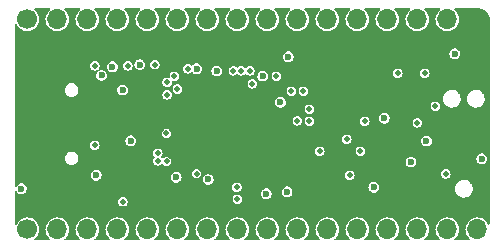
<source format=gbr>
%TF.GenerationSoftware,KiCad,Pcbnew,6.0.11+dfsg-1~bpo11+1*%
%TF.CreationDate,2023-10-01T20:30:48+02:00*%
%TF.ProjectId,ICE40UP-Development-Board,49434534-3055-4502-9d44-6576656c6f70,v0.1*%
%TF.SameCoordinates,Original*%
%TF.FileFunction,Copper,L2,Inr*%
%TF.FilePolarity,Positive*%
%FSLAX46Y46*%
G04 Gerber Fmt 4.6, Leading zero omitted, Abs format (unit mm)*
G04 Created by KiCad (PCBNEW 6.0.11+dfsg-1~bpo11+1) date 2023-10-01 20:30:48*
%MOMM*%
%LPD*%
G01*
G04 APERTURE LIST*
%TA.AperFunction,ComponentPad*%
%ADD10O,1.800000X1.000000*%
%TD*%
%TA.AperFunction,ComponentPad*%
%ADD11O,2.100000X1.000000*%
%TD*%
%TA.AperFunction,ComponentPad*%
%ADD12C,1.700000*%
%TD*%
%TA.AperFunction,ComponentPad*%
%ADD13O,1.700000X1.700000*%
%TD*%
%TA.AperFunction,ViaPad*%
%ADD14C,0.600000*%
%TD*%
%TA.AperFunction,ViaPad*%
%ADD15C,0.500000*%
%TD*%
G04 APERTURE END LIST*
D10*
%TO.N,GND*%
%TO.C,X1*%
X47185000Y-83310000D03*
X47185000Y-91950000D03*
D11*
X51385000Y-83310000D03*
X51385000Y-91950000D03*
%TD*%
D12*
%TO.N,VBUS*%
%TO.C,X3*%
X47117000Y-96520000D03*
D13*
%TO.N,IOB_0a*%
X49657000Y-96520000D03*
%TO.N,IOB_2a*%
X52197000Y-96520000D03*
%TO.N,IOB_3b*%
X54737000Y-96520000D03*
%TO.N,IOB_4a*%
X57277000Y-96520000D03*
%TO.N,IOB_6a*%
X59817000Y-96520000D03*
%TO.N,IOB_8a*%
X62357000Y-96520000D03*
%TO.N,IOB_13b*%
X64897000Y-96520000D03*
%TO.N,IOB_16a*%
X67437000Y-96520000D03*
%TO.N,IOB_18a*%
X69977000Y-96520000D03*
%TO.N,IOB_20a*%
X72517000Y-96520000D03*
%TO.N,IOB_24a*%
X75057000Y-96520000D03*
%TO.N,IOB_25b*%
X77597000Y-96520000D03*
%TO.N,SPI_SO*%
X80137000Y-96520000D03*
%TO.N,SPI_SCK*%
X82677000Y-96520000D03*
%TO.N,SPI_~{HOLD}*%
X85217000Y-96520000D03*
%TD*%
D12*
%TO.N,+3V3*%
%TO.C,X2*%
X47117000Y-78740000D03*
D13*
%TO.N,+1V2*%
X49657000Y-78740000D03*
%TO.N,IOT_48b*%
X52197000Y-78740000D03*
%TO.N,IOT_46b*%
X54737000Y-78740000D03*
%TO.N,IOT_45a*%
X57277000Y-78740000D03*
%TO.N,IOT_44b*%
X59817000Y-78740000D03*
%TO.N,IOT_43a*%
X62357000Y-78740000D03*
%TO.N,IOT_42b*%
X64897000Y-78740000D03*
%TO.N,IOT_41a*%
X67437000Y-78740000D03*
%TO.N,IOT_39a*%
X69977000Y-78740000D03*
%TO.N,IOT_38b*%
X72517000Y-78740000D03*
%TO.N,IOT_37b*%
X75057000Y-78740000D03*
%TO.N,IOT_36b*%
X77597000Y-78740000D03*
%TO.N,SPI_~{WP}*%
X80137000Y-78740000D03*
%TO.N,SPI_SI*%
X82677000Y-78740000D03*
%TO.N,GND*%
X85217000Y-78740000D03*
%TD*%
D14*
%TO.N,GND*%
X65405000Y-87630000D03*
X78740000Y-93980000D03*
X57279000Y-81151000D03*
X71882000Y-87355500D03*
X55181500Y-83439000D03*
X67267574Y-92738000D03*
X60960000Y-87630000D03*
X69300167Y-91313000D03*
X68552000Y-84725500D03*
X67507248Y-81460400D03*
X85598000Y-89281000D03*
X65405000Y-89789000D03*
X61197500Y-94234000D03*
X56973181Y-90859385D03*
X73787000Y-90551000D03*
X76835000Y-88265000D03*
X61468000Y-81153000D03*
X65405000Y-81661000D03*
X60960000Y-89789000D03*
X76696000Y-81800000D03*
X72644000Y-81788000D03*
X63119000Y-85344000D03*
X63119000Y-87630000D03*
X80645000Y-91821000D03*
X55118000Y-86223326D03*
X65405000Y-85344000D03*
X63119000Y-89789000D03*
X60960000Y-85344000D03*
X59690000Y-94234000D03*
X57912000Y-94234000D03*
X80784000Y-81800000D03*
%TO.N,+3V3*%
X46609000Y-93091000D03*
X76454000Y-92964000D03*
X67351166Y-93513166D03*
X79601000Y-90833000D03*
X61451500Y-82931000D03*
X67045878Y-83555878D03*
X68546108Y-85775000D03*
X69213000Y-81913000D03*
X59725399Y-92113572D03*
X69112333Y-93345000D03*
X55880000Y-89027000D03*
X80906250Y-89041500D03*
X77343000Y-87122000D03*
X83312000Y-81661000D03*
%TO.N,VBUS*%
X52959000Y-91948000D03*
%TO.N,+1V2*%
X62434000Y-92306574D03*
X56642000Y-82575550D03*
X63162041Y-83121285D03*
X55181500Y-84724500D03*
D15*
%TO.N,Net-(R3-Pad1)*%
X55626000Y-82677000D03*
X52832000Y-82677000D03*
%TO.N,Net-(R4-Pad1)*%
X57913736Y-82583500D03*
X52835187Y-89403479D03*
%TO.N,FLASH_~{SS}*%
X74168000Y-88900000D03*
D14*
X85598000Y-90551000D03*
D15*
X75692000Y-87376000D03*
%TO.N,~{CONF}_I*%
X70485000Y-84836000D03*
X61445727Y-91807227D03*
%TO.N,RAM_~{SS}*%
X80137000Y-87503000D03*
X70993000Y-86360000D03*
%TO.N,CDONE*%
X55199523Y-94188523D03*
X64897000Y-93980000D03*
%TO.N,~{RST}*%
X78486000Y-83312000D03*
X80772000Y-83312000D03*
X64863500Y-92964000D03*
%TO.N,SPI_SO*%
X75311000Y-89916000D03*
X71882000Y-89916000D03*
%TO.N,SPI_SI*%
X81661000Y-86106000D03*
%TO.N,SPI_~{HOLD}*%
X69977000Y-87342500D03*
X74422000Y-91948000D03*
%TO.N,IOB_25b*%
X82550000Y-91839023D03*
X70993000Y-87362500D03*
%TO.N,IOT_37b*%
X68199000Y-83566000D03*
%TO.N,IOT_36b*%
X66167000Y-84201000D03*
%TO.N,IOT_39a*%
X65958477Y-83103477D03*
%TO.N,IOT_38b*%
X65210974Y-83116498D03*
%TO.N,IOT_41a*%
X64561684Y-83099900D03*
%TO.N,IOT_44b*%
X60706000Y-82931000D03*
%TO.N,IOT_45a*%
X59817000Y-84647190D03*
%TO.N,CONF_O*%
X58953757Y-85139822D03*
X69469000Y-84836000D03*
%TO.N,IOB_3b*%
X58896250Y-88405500D03*
X58900899Y-90777899D03*
%TO.N,IOT_48b*%
X58946118Y-84083985D03*
%TO.N,IOB_0a*%
X58160936Y-90084019D03*
%TO.N,IOB_2a*%
X58166180Y-90733500D03*
D14*
%TO.N,/1V2EN*%
X53407000Y-83499000D03*
%TO.N,/3V3EN*%
X54324413Y-82760619D03*
D15*
%TO.N,IOT_46b*%
X59563000Y-83566000D03*
%TD*%
%TA.AperFunction,Conductor*%
%TO.N,GND*%
G36*
X49041288Y-77837813D02*
G01*
X49066598Y-77881650D01*
X49057808Y-77931500D01*
X49040090Y-77952171D01*
X48956424Y-78019440D01*
X48956421Y-78019443D01*
X48953600Y-78021711D01*
X48827480Y-78172016D01*
X48732956Y-78343954D01*
X48731864Y-78347397D01*
X48731863Y-78347399D01*
X48680667Y-78508790D01*
X48673628Y-78530978D01*
X48673225Y-78534574D01*
X48673224Y-78534577D01*
X48668092Y-78580331D01*
X48651757Y-78725963D01*
X48652060Y-78729572D01*
X48652060Y-78729574D01*
X48655252Y-78767584D01*
X48668175Y-78921483D01*
X48722258Y-79110091D01*
X48723911Y-79113307D01*
X48810288Y-79281380D01*
X48810291Y-79281385D01*
X48811944Y-79284601D01*
X48933818Y-79438369D01*
X49083238Y-79565535D01*
X49086400Y-79567302D01*
X49251354Y-79659492D01*
X49251358Y-79659494D01*
X49254513Y-79661257D01*
X49257949Y-79662374D01*
X49257955Y-79662376D01*
X49376467Y-79700882D01*
X49441118Y-79721889D01*
X49501541Y-79729094D01*
X49632346Y-79744692D01*
X49632349Y-79744692D01*
X49635946Y-79745121D01*
X49700365Y-79740164D01*
X49827965Y-79730346D01*
X49827966Y-79730346D01*
X49831576Y-79730068D01*
X50020556Y-79677303D01*
X50023783Y-79675673D01*
X50192455Y-79590471D01*
X50192458Y-79590469D01*
X50195689Y-79588837D01*
X50350303Y-79468040D01*
X50478509Y-79319511D01*
X50480292Y-79316372D01*
X50480295Y-79316368D01*
X50566461Y-79164688D01*
X50575425Y-79148909D01*
X50587269Y-79113307D01*
X50636215Y-78966168D01*
X50637358Y-78962732D01*
X50642130Y-78924962D01*
X50661691Y-78770115D01*
X50661691Y-78770111D01*
X50661949Y-78768071D01*
X50662341Y-78740000D01*
X50662082Y-78737352D01*
X50643547Y-78548331D01*
X50643194Y-78544728D01*
X50586484Y-78356894D01*
X50494370Y-78183653D01*
X50397682Y-78065101D01*
X50372648Y-78034406D01*
X50372647Y-78034405D01*
X50370361Y-78031602D01*
X50273555Y-77951517D01*
X50247940Y-77907859D01*
X50256381Y-77857949D01*
X50294929Y-77825141D01*
X50320724Y-77820500D01*
X51533722Y-77820500D01*
X51581288Y-77837813D01*
X51606598Y-77881650D01*
X51597808Y-77931500D01*
X51580090Y-77952171D01*
X51496424Y-78019440D01*
X51496421Y-78019443D01*
X51493600Y-78021711D01*
X51367480Y-78172016D01*
X51272956Y-78343954D01*
X51271864Y-78347397D01*
X51271863Y-78347399D01*
X51220667Y-78508790D01*
X51213628Y-78530978D01*
X51213225Y-78534574D01*
X51213224Y-78534577D01*
X51208092Y-78580331D01*
X51191757Y-78725963D01*
X51192060Y-78729572D01*
X51192060Y-78729574D01*
X51195252Y-78767584D01*
X51208175Y-78921483D01*
X51262258Y-79110091D01*
X51263911Y-79113307D01*
X51350288Y-79281380D01*
X51350291Y-79281385D01*
X51351944Y-79284601D01*
X51473818Y-79438369D01*
X51623238Y-79565535D01*
X51626400Y-79567302D01*
X51791354Y-79659492D01*
X51791358Y-79659494D01*
X51794513Y-79661257D01*
X51797949Y-79662374D01*
X51797955Y-79662376D01*
X51916467Y-79700882D01*
X51981118Y-79721889D01*
X52041541Y-79729094D01*
X52172346Y-79744692D01*
X52172349Y-79744692D01*
X52175946Y-79745121D01*
X52240365Y-79740164D01*
X52367965Y-79730346D01*
X52367966Y-79730346D01*
X52371576Y-79730068D01*
X52560556Y-79677303D01*
X52563783Y-79675673D01*
X52732455Y-79590471D01*
X52732458Y-79590469D01*
X52735689Y-79588837D01*
X52890303Y-79468040D01*
X53018509Y-79319511D01*
X53020292Y-79316372D01*
X53020295Y-79316368D01*
X53106461Y-79164688D01*
X53115425Y-79148909D01*
X53127269Y-79113307D01*
X53176215Y-78966168D01*
X53177358Y-78962732D01*
X53182130Y-78924962D01*
X53201691Y-78770115D01*
X53201691Y-78770111D01*
X53201949Y-78768071D01*
X53202341Y-78740000D01*
X53202082Y-78737352D01*
X53183547Y-78548331D01*
X53183194Y-78544728D01*
X53126484Y-78356894D01*
X53034370Y-78183653D01*
X52937682Y-78065101D01*
X52912648Y-78034406D01*
X52912647Y-78034405D01*
X52910361Y-78031602D01*
X52813555Y-77951517D01*
X52787940Y-77907859D01*
X52796381Y-77857949D01*
X52834929Y-77825141D01*
X52860724Y-77820500D01*
X54073722Y-77820500D01*
X54121288Y-77837813D01*
X54146598Y-77881650D01*
X54137808Y-77931500D01*
X54120090Y-77952171D01*
X54036424Y-78019440D01*
X54036421Y-78019443D01*
X54033600Y-78021711D01*
X53907480Y-78172016D01*
X53812956Y-78343954D01*
X53811864Y-78347397D01*
X53811863Y-78347399D01*
X53760667Y-78508790D01*
X53753628Y-78530978D01*
X53753225Y-78534574D01*
X53753224Y-78534577D01*
X53748092Y-78580331D01*
X53731757Y-78725963D01*
X53732060Y-78729572D01*
X53732060Y-78729574D01*
X53735252Y-78767584D01*
X53748175Y-78921483D01*
X53802258Y-79110091D01*
X53803911Y-79113307D01*
X53890288Y-79281380D01*
X53890291Y-79281385D01*
X53891944Y-79284601D01*
X54013818Y-79438369D01*
X54163238Y-79565535D01*
X54166400Y-79567302D01*
X54331354Y-79659492D01*
X54331358Y-79659494D01*
X54334513Y-79661257D01*
X54337949Y-79662374D01*
X54337955Y-79662376D01*
X54456467Y-79700882D01*
X54521118Y-79721889D01*
X54581541Y-79729094D01*
X54712346Y-79744692D01*
X54712349Y-79744692D01*
X54715946Y-79745121D01*
X54780365Y-79740164D01*
X54907965Y-79730346D01*
X54907966Y-79730346D01*
X54911576Y-79730068D01*
X55100556Y-79677303D01*
X55103783Y-79675673D01*
X55272455Y-79590471D01*
X55272458Y-79590469D01*
X55275689Y-79588837D01*
X55430303Y-79468040D01*
X55558509Y-79319511D01*
X55560292Y-79316372D01*
X55560295Y-79316368D01*
X55646461Y-79164688D01*
X55655425Y-79148909D01*
X55667269Y-79113307D01*
X55716215Y-78966168D01*
X55717358Y-78962732D01*
X55722130Y-78924962D01*
X55741691Y-78770115D01*
X55741691Y-78770111D01*
X55741949Y-78768071D01*
X55742341Y-78740000D01*
X55742082Y-78737352D01*
X55723547Y-78548331D01*
X55723194Y-78544728D01*
X55666484Y-78356894D01*
X55574370Y-78183653D01*
X55477682Y-78065101D01*
X55452648Y-78034406D01*
X55452647Y-78034405D01*
X55450361Y-78031602D01*
X55353555Y-77951517D01*
X55327940Y-77907859D01*
X55336381Y-77857949D01*
X55374929Y-77825141D01*
X55400724Y-77820500D01*
X56613722Y-77820500D01*
X56661288Y-77837813D01*
X56686598Y-77881650D01*
X56677808Y-77931500D01*
X56660090Y-77952171D01*
X56576424Y-78019440D01*
X56576421Y-78019443D01*
X56573600Y-78021711D01*
X56447480Y-78172016D01*
X56352956Y-78343954D01*
X56351864Y-78347397D01*
X56351863Y-78347399D01*
X56300667Y-78508790D01*
X56293628Y-78530978D01*
X56293225Y-78534574D01*
X56293224Y-78534577D01*
X56288092Y-78580331D01*
X56271757Y-78725963D01*
X56272060Y-78729572D01*
X56272060Y-78729574D01*
X56275252Y-78767584D01*
X56288175Y-78921483D01*
X56342258Y-79110091D01*
X56343911Y-79113307D01*
X56430288Y-79281380D01*
X56430291Y-79281385D01*
X56431944Y-79284601D01*
X56553818Y-79438369D01*
X56703238Y-79565535D01*
X56706400Y-79567302D01*
X56871354Y-79659492D01*
X56871358Y-79659494D01*
X56874513Y-79661257D01*
X56877949Y-79662374D01*
X56877955Y-79662376D01*
X56996467Y-79700882D01*
X57061118Y-79721889D01*
X57121541Y-79729094D01*
X57252346Y-79744692D01*
X57252349Y-79744692D01*
X57255946Y-79745121D01*
X57320365Y-79740164D01*
X57447965Y-79730346D01*
X57447966Y-79730346D01*
X57451576Y-79730068D01*
X57640556Y-79677303D01*
X57643783Y-79675673D01*
X57812455Y-79590471D01*
X57812458Y-79590469D01*
X57815689Y-79588837D01*
X57970303Y-79468040D01*
X58098509Y-79319511D01*
X58100292Y-79316372D01*
X58100295Y-79316368D01*
X58186461Y-79164688D01*
X58195425Y-79148909D01*
X58207269Y-79113307D01*
X58256215Y-78966168D01*
X58257358Y-78962732D01*
X58262130Y-78924962D01*
X58281691Y-78770115D01*
X58281691Y-78770111D01*
X58281949Y-78768071D01*
X58282341Y-78740000D01*
X58282082Y-78737352D01*
X58263547Y-78548331D01*
X58263194Y-78544728D01*
X58206484Y-78356894D01*
X58114370Y-78183653D01*
X58017682Y-78065101D01*
X57992648Y-78034406D01*
X57992647Y-78034405D01*
X57990361Y-78031602D01*
X57893555Y-77951517D01*
X57867940Y-77907859D01*
X57876381Y-77857949D01*
X57914929Y-77825141D01*
X57940724Y-77820500D01*
X59153722Y-77820500D01*
X59201288Y-77837813D01*
X59226598Y-77881650D01*
X59217808Y-77931500D01*
X59200090Y-77952171D01*
X59116424Y-78019440D01*
X59116421Y-78019443D01*
X59113600Y-78021711D01*
X58987480Y-78172016D01*
X58892956Y-78343954D01*
X58891864Y-78347397D01*
X58891863Y-78347399D01*
X58840667Y-78508790D01*
X58833628Y-78530978D01*
X58833225Y-78534574D01*
X58833224Y-78534577D01*
X58828092Y-78580331D01*
X58811757Y-78725963D01*
X58812060Y-78729572D01*
X58812060Y-78729574D01*
X58815252Y-78767584D01*
X58828175Y-78921483D01*
X58882258Y-79110091D01*
X58883911Y-79113307D01*
X58970288Y-79281380D01*
X58970291Y-79281385D01*
X58971944Y-79284601D01*
X59093818Y-79438369D01*
X59243238Y-79565535D01*
X59246400Y-79567302D01*
X59411354Y-79659492D01*
X59411358Y-79659494D01*
X59414513Y-79661257D01*
X59417949Y-79662374D01*
X59417955Y-79662376D01*
X59536467Y-79700882D01*
X59601118Y-79721889D01*
X59661541Y-79729094D01*
X59792346Y-79744692D01*
X59792349Y-79744692D01*
X59795946Y-79745121D01*
X59860365Y-79740164D01*
X59987965Y-79730346D01*
X59987966Y-79730346D01*
X59991576Y-79730068D01*
X60180556Y-79677303D01*
X60183783Y-79675673D01*
X60352455Y-79590471D01*
X60352458Y-79590469D01*
X60355689Y-79588837D01*
X60510303Y-79468040D01*
X60638509Y-79319511D01*
X60640292Y-79316372D01*
X60640295Y-79316368D01*
X60726461Y-79164688D01*
X60735425Y-79148909D01*
X60747269Y-79113307D01*
X60796215Y-78966168D01*
X60797358Y-78962732D01*
X60802130Y-78924962D01*
X60821691Y-78770115D01*
X60821691Y-78770111D01*
X60821949Y-78768071D01*
X60822341Y-78740000D01*
X60822082Y-78737352D01*
X60803547Y-78548331D01*
X60803194Y-78544728D01*
X60746484Y-78356894D01*
X60654370Y-78183653D01*
X60557682Y-78065101D01*
X60532648Y-78034406D01*
X60532647Y-78034405D01*
X60530361Y-78031602D01*
X60433555Y-77951517D01*
X60407940Y-77907859D01*
X60416381Y-77857949D01*
X60454929Y-77825141D01*
X60480724Y-77820500D01*
X61693722Y-77820500D01*
X61741288Y-77837813D01*
X61766598Y-77881650D01*
X61757808Y-77931500D01*
X61740090Y-77952171D01*
X61656424Y-78019440D01*
X61656421Y-78019443D01*
X61653600Y-78021711D01*
X61527480Y-78172016D01*
X61432956Y-78343954D01*
X61431864Y-78347397D01*
X61431863Y-78347399D01*
X61380667Y-78508790D01*
X61373628Y-78530978D01*
X61373225Y-78534574D01*
X61373224Y-78534577D01*
X61368092Y-78580331D01*
X61351757Y-78725963D01*
X61352060Y-78729572D01*
X61352060Y-78729574D01*
X61355252Y-78767584D01*
X61368175Y-78921483D01*
X61422258Y-79110091D01*
X61423911Y-79113307D01*
X61510288Y-79281380D01*
X61510291Y-79281385D01*
X61511944Y-79284601D01*
X61633818Y-79438369D01*
X61783238Y-79565535D01*
X61786400Y-79567302D01*
X61951354Y-79659492D01*
X61951358Y-79659494D01*
X61954513Y-79661257D01*
X61957949Y-79662374D01*
X61957955Y-79662376D01*
X62076467Y-79700882D01*
X62141118Y-79721889D01*
X62201541Y-79729094D01*
X62332346Y-79744692D01*
X62332349Y-79744692D01*
X62335946Y-79745121D01*
X62400365Y-79740164D01*
X62527965Y-79730346D01*
X62527966Y-79730346D01*
X62531576Y-79730068D01*
X62720556Y-79677303D01*
X62723783Y-79675673D01*
X62892455Y-79590471D01*
X62892458Y-79590469D01*
X62895689Y-79588837D01*
X63050303Y-79468040D01*
X63178509Y-79319511D01*
X63180292Y-79316372D01*
X63180295Y-79316368D01*
X63266461Y-79164688D01*
X63275425Y-79148909D01*
X63287269Y-79113307D01*
X63336215Y-78966168D01*
X63337358Y-78962732D01*
X63342130Y-78924962D01*
X63361691Y-78770115D01*
X63361691Y-78770111D01*
X63361949Y-78768071D01*
X63362341Y-78740000D01*
X63362082Y-78737352D01*
X63343547Y-78548331D01*
X63343194Y-78544728D01*
X63286484Y-78356894D01*
X63194370Y-78183653D01*
X63097682Y-78065101D01*
X63072648Y-78034406D01*
X63072647Y-78034405D01*
X63070361Y-78031602D01*
X62973555Y-77951517D01*
X62947940Y-77907859D01*
X62956381Y-77857949D01*
X62994929Y-77825141D01*
X63020724Y-77820500D01*
X64233722Y-77820500D01*
X64281288Y-77837813D01*
X64306598Y-77881650D01*
X64297808Y-77931500D01*
X64280090Y-77952171D01*
X64196424Y-78019440D01*
X64196421Y-78019443D01*
X64193600Y-78021711D01*
X64067480Y-78172016D01*
X63972956Y-78343954D01*
X63971864Y-78347397D01*
X63971863Y-78347399D01*
X63920667Y-78508790D01*
X63913628Y-78530978D01*
X63913225Y-78534574D01*
X63913224Y-78534577D01*
X63908092Y-78580331D01*
X63891757Y-78725963D01*
X63892060Y-78729572D01*
X63892060Y-78729574D01*
X63895252Y-78767584D01*
X63908175Y-78921483D01*
X63962258Y-79110091D01*
X63963911Y-79113307D01*
X64050288Y-79281380D01*
X64050291Y-79281385D01*
X64051944Y-79284601D01*
X64173818Y-79438369D01*
X64323238Y-79565535D01*
X64326400Y-79567302D01*
X64491354Y-79659492D01*
X64491358Y-79659494D01*
X64494513Y-79661257D01*
X64497949Y-79662374D01*
X64497955Y-79662376D01*
X64616467Y-79700882D01*
X64681118Y-79721889D01*
X64741541Y-79729094D01*
X64872346Y-79744692D01*
X64872349Y-79744692D01*
X64875946Y-79745121D01*
X64940365Y-79740164D01*
X65067965Y-79730346D01*
X65067966Y-79730346D01*
X65071576Y-79730068D01*
X65260556Y-79677303D01*
X65263783Y-79675673D01*
X65432455Y-79590471D01*
X65432458Y-79590469D01*
X65435689Y-79588837D01*
X65590303Y-79468040D01*
X65718509Y-79319511D01*
X65720292Y-79316372D01*
X65720295Y-79316368D01*
X65806461Y-79164688D01*
X65815425Y-79148909D01*
X65827269Y-79113307D01*
X65876215Y-78966168D01*
X65877358Y-78962732D01*
X65882130Y-78924962D01*
X65901691Y-78770115D01*
X65901691Y-78770111D01*
X65901949Y-78768071D01*
X65902341Y-78740000D01*
X65902082Y-78737352D01*
X65883547Y-78548331D01*
X65883194Y-78544728D01*
X65826484Y-78356894D01*
X65734370Y-78183653D01*
X65637682Y-78065101D01*
X65612648Y-78034406D01*
X65612647Y-78034405D01*
X65610361Y-78031602D01*
X65513555Y-77951517D01*
X65487940Y-77907859D01*
X65496381Y-77857949D01*
X65534929Y-77825141D01*
X65560724Y-77820500D01*
X66773722Y-77820500D01*
X66821288Y-77837813D01*
X66846598Y-77881650D01*
X66837808Y-77931500D01*
X66820090Y-77952171D01*
X66736424Y-78019440D01*
X66736421Y-78019443D01*
X66733600Y-78021711D01*
X66607480Y-78172016D01*
X66512956Y-78343954D01*
X66511864Y-78347397D01*
X66511863Y-78347399D01*
X66460667Y-78508790D01*
X66453628Y-78530978D01*
X66453225Y-78534574D01*
X66453224Y-78534577D01*
X66448092Y-78580331D01*
X66431757Y-78725963D01*
X66432060Y-78729572D01*
X66432060Y-78729574D01*
X66435252Y-78767584D01*
X66448175Y-78921483D01*
X66502258Y-79110091D01*
X66503911Y-79113307D01*
X66590288Y-79281380D01*
X66590291Y-79281385D01*
X66591944Y-79284601D01*
X66713818Y-79438369D01*
X66863238Y-79565535D01*
X66866400Y-79567302D01*
X67031354Y-79659492D01*
X67031358Y-79659494D01*
X67034513Y-79661257D01*
X67037949Y-79662374D01*
X67037955Y-79662376D01*
X67156467Y-79700882D01*
X67221118Y-79721889D01*
X67281541Y-79729094D01*
X67412346Y-79744692D01*
X67412349Y-79744692D01*
X67415946Y-79745121D01*
X67480365Y-79740164D01*
X67607965Y-79730346D01*
X67607966Y-79730346D01*
X67611576Y-79730068D01*
X67800556Y-79677303D01*
X67803783Y-79675673D01*
X67972455Y-79590471D01*
X67972458Y-79590469D01*
X67975689Y-79588837D01*
X68130303Y-79468040D01*
X68258509Y-79319511D01*
X68260292Y-79316372D01*
X68260295Y-79316368D01*
X68346461Y-79164688D01*
X68355425Y-79148909D01*
X68367269Y-79113307D01*
X68416215Y-78966168D01*
X68417358Y-78962732D01*
X68422130Y-78924962D01*
X68441691Y-78770115D01*
X68441691Y-78770111D01*
X68441949Y-78768071D01*
X68442341Y-78740000D01*
X68442082Y-78737352D01*
X68423547Y-78548331D01*
X68423194Y-78544728D01*
X68366484Y-78356894D01*
X68274370Y-78183653D01*
X68177682Y-78065101D01*
X68152648Y-78034406D01*
X68152647Y-78034405D01*
X68150361Y-78031602D01*
X68053555Y-77951517D01*
X68027940Y-77907859D01*
X68036381Y-77857949D01*
X68074929Y-77825141D01*
X68100724Y-77820500D01*
X69313722Y-77820500D01*
X69361288Y-77837813D01*
X69386598Y-77881650D01*
X69377808Y-77931500D01*
X69360090Y-77952171D01*
X69276424Y-78019440D01*
X69276421Y-78019443D01*
X69273600Y-78021711D01*
X69147480Y-78172016D01*
X69052956Y-78343954D01*
X69051864Y-78347397D01*
X69051863Y-78347399D01*
X69000667Y-78508790D01*
X68993628Y-78530978D01*
X68993225Y-78534574D01*
X68993224Y-78534577D01*
X68988092Y-78580331D01*
X68971757Y-78725963D01*
X68972060Y-78729572D01*
X68972060Y-78729574D01*
X68975252Y-78767584D01*
X68988175Y-78921483D01*
X69042258Y-79110091D01*
X69043911Y-79113307D01*
X69130288Y-79281380D01*
X69130291Y-79281385D01*
X69131944Y-79284601D01*
X69253818Y-79438369D01*
X69403238Y-79565535D01*
X69406400Y-79567302D01*
X69571354Y-79659492D01*
X69571358Y-79659494D01*
X69574513Y-79661257D01*
X69577949Y-79662374D01*
X69577955Y-79662376D01*
X69696467Y-79700882D01*
X69761118Y-79721889D01*
X69821541Y-79729094D01*
X69952346Y-79744692D01*
X69952349Y-79744692D01*
X69955946Y-79745121D01*
X70020365Y-79740164D01*
X70147965Y-79730346D01*
X70147966Y-79730346D01*
X70151576Y-79730068D01*
X70340556Y-79677303D01*
X70343783Y-79675673D01*
X70512455Y-79590471D01*
X70512458Y-79590469D01*
X70515689Y-79588837D01*
X70670303Y-79468040D01*
X70798509Y-79319511D01*
X70800292Y-79316372D01*
X70800295Y-79316368D01*
X70886461Y-79164688D01*
X70895425Y-79148909D01*
X70907269Y-79113307D01*
X70956215Y-78966168D01*
X70957358Y-78962732D01*
X70962130Y-78924962D01*
X70981691Y-78770115D01*
X70981691Y-78770111D01*
X70981949Y-78768071D01*
X70982341Y-78740000D01*
X70982082Y-78737352D01*
X70963547Y-78548331D01*
X70963194Y-78544728D01*
X70906484Y-78356894D01*
X70814370Y-78183653D01*
X70717682Y-78065101D01*
X70692648Y-78034406D01*
X70692647Y-78034405D01*
X70690361Y-78031602D01*
X70593555Y-77951517D01*
X70567940Y-77907859D01*
X70576381Y-77857949D01*
X70614929Y-77825141D01*
X70640724Y-77820500D01*
X71853722Y-77820500D01*
X71901288Y-77837813D01*
X71926598Y-77881650D01*
X71917808Y-77931500D01*
X71900090Y-77952171D01*
X71816424Y-78019440D01*
X71816421Y-78019443D01*
X71813600Y-78021711D01*
X71687480Y-78172016D01*
X71592956Y-78343954D01*
X71591864Y-78347397D01*
X71591863Y-78347399D01*
X71540667Y-78508790D01*
X71533628Y-78530978D01*
X71533225Y-78534574D01*
X71533224Y-78534577D01*
X71528092Y-78580331D01*
X71511757Y-78725963D01*
X71512060Y-78729572D01*
X71512060Y-78729574D01*
X71515252Y-78767584D01*
X71528175Y-78921483D01*
X71582258Y-79110091D01*
X71583911Y-79113307D01*
X71670288Y-79281380D01*
X71670291Y-79281385D01*
X71671944Y-79284601D01*
X71793818Y-79438369D01*
X71943238Y-79565535D01*
X71946400Y-79567302D01*
X72111354Y-79659492D01*
X72111358Y-79659494D01*
X72114513Y-79661257D01*
X72117949Y-79662374D01*
X72117955Y-79662376D01*
X72236467Y-79700882D01*
X72301118Y-79721889D01*
X72361541Y-79729094D01*
X72492346Y-79744692D01*
X72492349Y-79744692D01*
X72495946Y-79745121D01*
X72560365Y-79740164D01*
X72687965Y-79730346D01*
X72687966Y-79730346D01*
X72691576Y-79730068D01*
X72880556Y-79677303D01*
X72883783Y-79675673D01*
X73052455Y-79590471D01*
X73052458Y-79590469D01*
X73055689Y-79588837D01*
X73210303Y-79468040D01*
X73338509Y-79319511D01*
X73340292Y-79316372D01*
X73340295Y-79316368D01*
X73426461Y-79164688D01*
X73435425Y-79148909D01*
X73447269Y-79113307D01*
X73496215Y-78966168D01*
X73497358Y-78962732D01*
X73502130Y-78924962D01*
X73521691Y-78770115D01*
X73521691Y-78770111D01*
X73521949Y-78768071D01*
X73522341Y-78740000D01*
X73522082Y-78737352D01*
X73503547Y-78548331D01*
X73503194Y-78544728D01*
X73446484Y-78356894D01*
X73354370Y-78183653D01*
X73257682Y-78065101D01*
X73232648Y-78034406D01*
X73232647Y-78034405D01*
X73230361Y-78031602D01*
X73133555Y-77951517D01*
X73107940Y-77907859D01*
X73116381Y-77857949D01*
X73154929Y-77825141D01*
X73180724Y-77820500D01*
X74393722Y-77820500D01*
X74441288Y-77837813D01*
X74466598Y-77881650D01*
X74457808Y-77931500D01*
X74440090Y-77952171D01*
X74356424Y-78019440D01*
X74356421Y-78019443D01*
X74353600Y-78021711D01*
X74227480Y-78172016D01*
X74132956Y-78343954D01*
X74131864Y-78347397D01*
X74131863Y-78347399D01*
X74080667Y-78508790D01*
X74073628Y-78530978D01*
X74073225Y-78534574D01*
X74073224Y-78534577D01*
X74068092Y-78580331D01*
X74051757Y-78725963D01*
X74052060Y-78729572D01*
X74052060Y-78729574D01*
X74055252Y-78767584D01*
X74068175Y-78921483D01*
X74122258Y-79110091D01*
X74123911Y-79113307D01*
X74210288Y-79281380D01*
X74210291Y-79281385D01*
X74211944Y-79284601D01*
X74333818Y-79438369D01*
X74483238Y-79565535D01*
X74486400Y-79567302D01*
X74651354Y-79659492D01*
X74651358Y-79659494D01*
X74654513Y-79661257D01*
X74657949Y-79662374D01*
X74657955Y-79662376D01*
X74776467Y-79700882D01*
X74841118Y-79721889D01*
X74901541Y-79729094D01*
X75032346Y-79744692D01*
X75032349Y-79744692D01*
X75035946Y-79745121D01*
X75100365Y-79740164D01*
X75227965Y-79730346D01*
X75227966Y-79730346D01*
X75231576Y-79730068D01*
X75420556Y-79677303D01*
X75423783Y-79675673D01*
X75592455Y-79590471D01*
X75592458Y-79590469D01*
X75595689Y-79588837D01*
X75750303Y-79468040D01*
X75878509Y-79319511D01*
X75880292Y-79316372D01*
X75880295Y-79316368D01*
X75966461Y-79164688D01*
X75975425Y-79148909D01*
X75987269Y-79113307D01*
X76036215Y-78966168D01*
X76037358Y-78962732D01*
X76042130Y-78924962D01*
X76061691Y-78770115D01*
X76061691Y-78770111D01*
X76061949Y-78768071D01*
X76062341Y-78740000D01*
X76062082Y-78737352D01*
X76043547Y-78548331D01*
X76043194Y-78544728D01*
X75986484Y-78356894D01*
X75894370Y-78183653D01*
X75797682Y-78065101D01*
X75772648Y-78034406D01*
X75772647Y-78034405D01*
X75770361Y-78031602D01*
X75673555Y-77951517D01*
X75647940Y-77907859D01*
X75656381Y-77857949D01*
X75694929Y-77825141D01*
X75720724Y-77820500D01*
X76933722Y-77820500D01*
X76981288Y-77837813D01*
X77006598Y-77881650D01*
X76997808Y-77931500D01*
X76980090Y-77952171D01*
X76896424Y-78019440D01*
X76896421Y-78019443D01*
X76893600Y-78021711D01*
X76767480Y-78172016D01*
X76672956Y-78343954D01*
X76671864Y-78347397D01*
X76671863Y-78347399D01*
X76620667Y-78508790D01*
X76613628Y-78530978D01*
X76613225Y-78534574D01*
X76613224Y-78534577D01*
X76608092Y-78580331D01*
X76591757Y-78725963D01*
X76592060Y-78729572D01*
X76592060Y-78729574D01*
X76595252Y-78767584D01*
X76608175Y-78921483D01*
X76662258Y-79110091D01*
X76663911Y-79113307D01*
X76750288Y-79281380D01*
X76750291Y-79281385D01*
X76751944Y-79284601D01*
X76873818Y-79438369D01*
X77023238Y-79565535D01*
X77026400Y-79567302D01*
X77191354Y-79659492D01*
X77191358Y-79659494D01*
X77194513Y-79661257D01*
X77197949Y-79662374D01*
X77197955Y-79662376D01*
X77316467Y-79700882D01*
X77381118Y-79721889D01*
X77441541Y-79729094D01*
X77572346Y-79744692D01*
X77572349Y-79744692D01*
X77575946Y-79745121D01*
X77640365Y-79740164D01*
X77767965Y-79730346D01*
X77767966Y-79730346D01*
X77771576Y-79730068D01*
X77960556Y-79677303D01*
X77963783Y-79675673D01*
X78132455Y-79590471D01*
X78132458Y-79590469D01*
X78135689Y-79588837D01*
X78290303Y-79468040D01*
X78418509Y-79319511D01*
X78420292Y-79316372D01*
X78420295Y-79316368D01*
X78506461Y-79164688D01*
X78515425Y-79148909D01*
X78527269Y-79113307D01*
X78576215Y-78966168D01*
X78577358Y-78962732D01*
X78582130Y-78924962D01*
X78601691Y-78770115D01*
X78601691Y-78770111D01*
X78601949Y-78768071D01*
X78602341Y-78740000D01*
X78602082Y-78737352D01*
X78583547Y-78548331D01*
X78583194Y-78544728D01*
X78526484Y-78356894D01*
X78434370Y-78183653D01*
X78337682Y-78065101D01*
X78312648Y-78034406D01*
X78312647Y-78034405D01*
X78310361Y-78031602D01*
X78213555Y-77951517D01*
X78187940Y-77907859D01*
X78196381Y-77857949D01*
X78234929Y-77825141D01*
X78260724Y-77820500D01*
X79473722Y-77820500D01*
X79521288Y-77837813D01*
X79546598Y-77881650D01*
X79537808Y-77931500D01*
X79520090Y-77952171D01*
X79436424Y-78019440D01*
X79436421Y-78019443D01*
X79433600Y-78021711D01*
X79307480Y-78172016D01*
X79212956Y-78343954D01*
X79211864Y-78347397D01*
X79211863Y-78347399D01*
X79160667Y-78508790D01*
X79153628Y-78530978D01*
X79153225Y-78534574D01*
X79153224Y-78534577D01*
X79148092Y-78580331D01*
X79131757Y-78725963D01*
X79132060Y-78729572D01*
X79132060Y-78729574D01*
X79135252Y-78767584D01*
X79148175Y-78921483D01*
X79202258Y-79110091D01*
X79203911Y-79113307D01*
X79290288Y-79281380D01*
X79290291Y-79281385D01*
X79291944Y-79284601D01*
X79413818Y-79438369D01*
X79563238Y-79565535D01*
X79566400Y-79567302D01*
X79731354Y-79659492D01*
X79731358Y-79659494D01*
X79734513Y-79661257D01*
X79737949Y-79662374D01*
X79737955Y-79662376D01*
X79856467Y-79700882D01*
X79921118Y-79721889D01*
X79981541Y-79729094D01*
X80112346Y-79744692D01*
X80112349Y-79744692D01*
X80115946Y-79745121D01*
X80180365Y-79740164D01*
X80307965Y-79730346D01*
X80307966Y-79730346D01*
X80311576Y-79730068D01*
X80500556Y-79677303D01*
X80503783Y-79675673D01*
X80672455Y-79590471D01*
X80672458Y-79590469D01*
X80675689Y-79588837D01*
X80830303Y-79468040D01*
X80958509Y-79319511D01*
X80960292Y-79316372D01*
X80960295Y-79316368D01*
X81046461Y-79164688D01*
X81055425Y-79148909D01*
X81067269Y-79113307D01*
X81116215Y-78966168D01*
X81117358Y-78962732D01*
X81122130Y-78924962D01*
X81141691Y-78770115D01*
X81141691Y-78770111D01*
X81141949Y-78768071D01*
X81142341Y-78740000D01*
X81142082Y-78737352D01*
X81123547Y-78548331D01*
X81123194Y-78544728D01*
X81066484Y-78356894D01*
X80974370Y-78183653D01*
X80877682Y-78065101D01*
X80852648Y-78034406D01*
X80852647Y-78034405D01*
X80850361Y-78031602D01*
X80753555Y-77951517D01*
X80727940Y-77907859D01*
X80736381Y-77857949D01*
X80774929Y-77825141D01*
X80800724Y-77820500D01*
X82013722Y-77820500D01*
X82061288Y-77837813D01*
X82086598Y-77881650D01*
X82077808Y-77931500D01*
X82060090Y-77952171D01*
X81976424Y-78019440D01*
X81976421Y-78019443D01*
X81973600Y-78021711D01*
X81847480Y-78172016D01*
X81752956Y-78343954D01*
X81751864Y-78347397D01*
X81751863Y-78347399D01*
X81700667Y-78508790D01*
X81693628Y-78530978D01*
X81693225Y-78534574D01*
X81693224Y-78534577D01*
X81688092Y-78580331D01*
X81671757Y-78725963D01*
X81672060Y-78729572D01*
X81672060Y-78729574D01*
X81675252Y-78767584D01*
X81688175Y-78921483D01*
X81742258Y-79110091D01*
X81743911Y-79113307D01*
X81830288Y-79281380D01*
X81830291Y-79281385D01*
X81831944Y-79284601D01*
X81953818Y-79438369D01*
X82103238Y-79565535D01*
X82106400Y-79567302D01*
X82271354Y-79659492D01*
X82271358Y-79659494D01*
X82274513Y-79661257D01*
X82277949Y-79662374D01*
X82277955Y-79662376D01*
X82396467Y-79700882D01*
X82461118Y-79721889D01*
X82521541Y-79729094D01*
X82652346Y-79744692D01*
X82652349Y-79744692D01*
X82655946Y-79745121D01*
X82720365Y-79740164D01*
X82847965Y-79730346D01*
X82847966Y-79730346D01*
X82851576Y-79730068D01*
X83040556Y-79677303D01*
X83043783Y-79675673D01*
X83212455Y-79590471D01*
X83212458Y-79590469D01*
X83215689Y-79588837D01*
X83370303Y-79468040D01*
X83498509Y-79319511D01*
X83500292Y-79316372D01*
X83500295Y-79316368D01*
X83586461Y-79164688D01*
X83595425Y-79148909D01*
X83607269Y-79113307D01*
X83656215Y-78966168D01*
X83657358Y-78962732D01*
X83662130Y-78924962D01*
X83681691Y-78770115D01*
X83681691Y-78770111D01*
X83681949Y-78768071D01*
X83682341Y-78740000D01*
X83682082Y-78737352D01*
X83663547Y-78548331D01*
X83663194Y-78544728D01*
X83606484Y-78356894D01*
X83514370Y-78183653D01*
X83417682Y-78065101D01*
X83392648Y-78034406D01*
X83392647Y-78034405D01*
X83390361Y-78031602D01*
X83293555Y-77951517D01*
X83267940Y-77907859D01*
X83276381Y-77857949D01*
X83314929Y-77825141D01*
X83340724Y-77820500D01*
X85310592Y-77820500D01*
X85322166Y-77821411D01*
X85344000Y-77824869D01*
X85349753Y-77823958D01*
X85349754Y-77823958D01*
X85352798Y-77823476D01*
X85370821Y-77822847D01*
X85497219Y-77833905D01*
X85509917Y-77836143D01*
X85652242Y-77874279D01*
X85664348Y-77878685D01*
X85736697Y-77912423D01*
X85797884Y-77940955D01*
X85809054Y-77947405D01*
X85929738Y-78031908D01*
X85939620Y-78040199D01*
X86043801Y-78144380D01*
X86052092Y-78154262D01*
X86136595Y-78274946D01*
X86143045Y-78286116D01*
X86205313Y-78419648D01*
X86209721Y-78431758D01*
X86247857Y-78574083D01*
X86250095Y-78586781D01*
X86261153Y-78713179D01*
X86260524Y-78731202D01*
X86259131Y-78740000D01*
X86260042Y-78745751D01*
X86262589Y-78761831D01*
X86263500Y-78773408D01*
X86263500Y-96060171D01*
X86246187Y-96107737D01*
X86202350Y-96133047D01*
X86152500Y-96124257D01*
X86124162Y-96094912D01*
X86056069Y-95966848D01*
X86056068Y-95966847D01*
X86054370Y-95963653D01*
X85930361Y-95811602D01*
X85779180Y-95686535D01*
X85764814Y-95678767D01*
X85609768Y-95594934D01*
X85606585Y-95593213D01*
X85603135Y-95592145D01*
X85603130Y-95592143D01*
X85484841Y-95555527D01*
X85419152Y-95535193D01*
X85224019Y-95514683D01*
X85028618Y-95532466D01*
X85025145Y-95533488D01*
X85025146Y-95533488D01*
X84843864Y-95586842D01*
X84843860Y-95586844D01*
X84840393Y-95587864D01*
X84749115Y-95635583D01*
X84669719Y-95677090D01*
X84669716Y-95677092D01*
X84666512Y-95678767D01*
X84663694Y-95681033D01*
X84663692Y-95681034D01*
X84516419Y-95799444D01*
X84516416Y-95799447D01*
X84513600Y-95801711D01*
X84387480Y-95952016D01*
X84292956Y-96123954D01*
X84291864Y-96127397D01*
X84291863Y-96127399D01*
X84287753Y-96140357D01*
X84233628Y-96310978D01*
X84233225Y-96314574D01*
X84233224Y-96314577D01*
X84224311Y-96394039D01*
X84211757Y-96505963D01*
X84212060Y-96509572D01*
X84212060Y-96509574D01*
X84215293Y-96548071D01*
X84228175Y-96701483D01*
X84282258Y-96890091D01*
X84283911Y-96893307D01*
X84370288Y-97061380D01*
X84370291Y-97061385D01*
X84371944Y-97064601D01*
X84493818Y-97218369D01*
X84496571Y-97220712D01*
X84496572Y-97220713D01*
X84509798Y-97231969D01*
X84598175Y-97307183D01*
X84600466Y-97309133D01*
X84625469Y-97353146D01*
X84616331Y-97402933D01*
X84577329Y-97435199D01*
X84552505Y-97439487D01*
X83952719Y-97439487D01*
X83340172Y-97439488D01*
X83292606Y-97422175D01*
X83267296Y-97378338D01*
X83276086Y-97328488D01*
X83294613Y-97307175D01*
X83367450Y-97250269D01*
X83370303Y-97248040D01*
X83498509Y-97099511D01*
X83500292Y-97096372D01*
X83500295Y-97096368D01*
X83567707Y-96977701D01*
X83595425Y-96928909D01*
X83607269Y-96893307D01*
X83656215Y-96746168D01*
X83657358Y-96742732D01*
X83662130Y-96704962D01*
X83681691Y-96550115D01*
X83681691Y-96550111D01*
X83681949Y-96548071D01*
X83682341Y-96520000D01*
X83663194Y-96324728D01*
X83606484Y-96136894D01*
X83514370Y-95963653D01*
X83390361Y-95811602D01*
X83239180Y-95686535D01*
X83224814Y-95678767D01*
X83069768Y-95594934D01*
X83066585Y-95593213D01*
X83063135Y-95592145D01*
X83063130Y-95592143D01*
X82944841Y-95555527D01*
X82879152Y-95535193D01*
X82684019Y-95514683D01*
X82488618Y-95532466D01*
X82485145Y-95533488D01*
X82485146Y-95533488D01*
X82303864Y-95586842D01*
X82303860Y-95586844D01*
X82300393Y-95587864D01*
X82209115Y-95635583D01*
X82129719Y-95677090D01*
X82129716Y-95677092D01*
X82126512Y-95678767D01*
X82123694Y-95681033D01*
X82123692Y-95681034D01*
X81976419Y-95799444D01*
X81976416Y-95799447D01*
X81973600Y-95801711D01*
X81847480Y-95952016D01*
X81752956Y-96123954D01*
X81751864Y-96127397D01*
X81751863Y-96127399D01*
X81747753Y-96140357D01*
X81693628Y-96310978D01*
X81693225Y-96314574D01*
X81693224Y-96314577D01*
X81684311Y-96394039D01*
X81671757Y-96505963D01*
X81672060Y-96509572D01*
X81672060Y-96509574D01*
X81675293Y-96548071D01*
X81688175Y-96701483D01*
X81742258Y-96890091D01*
X81743911Y-96893307D01*
X81830288Y-97061380D01*
X81830291Y-97061385D01*
X81831944Y-97064601D01*
X81953818Y-97218369D01*
X81956571Y-97220712D01*
X81956572Y-97220713D01*
X81969798Y-97231969D01*
X82058175Y-97307183D01*
X82060467Y-97309134D01*
X82085470Y-97353147D01*
X82076332Y-97402934D01*
X82037330Y-97435200D01*
X82012506Y-97439488D01*
X81412719Y-97439488D01*
X80800171Y-97439489D01*
X80752605Y-97422176D01*
X80727295Y-97378339D01*
X80736085Y-97328489D01*
X80754612Y-97307176D01*
X80827450Y-97250269D01*
X80830303Y-97248040D01*
X80958509Y-97099511D01*
X80960292Y-97096372D01*
X80960295Y-97096368D01*
X81027707Y-96977701D01*
X81055425Y-96928909D01*
X81067269Y-96893307D01*
X81116215Y-96746168D01*
X81117358Y-96742732D01*
X81122130Y-96704962D01*
X81141691Y-96550115D01*
X81141691Y-96550111D01*
X81141949Y-96548071D01*
X81142341Y-96520000D01*
X81123194Y-96324728D01*
X81066484Y-96136894D01*
X80974370Y-95963653D01*
X80850361Y-95811602D01*
X80699180Y-95686535D01*
X80684814Y-95678767D01*
X80529768Y-95594934D01*
X80526585Y-95593213D01*
X80523135Y-95592145D01*
X80523130Y-95592143D01*
X80404841Y-95555527D01*
X80339152Y-95535193D01*
X80144019Y-95514683D01*
X79948618Y-95532466D01*
X79945145Y-95533488D01*
X79945146Y-95533488D01*
X79763864Y-95586842D01*
X79763860Y-95586844D01*
X79760393Y-95587864D01*
X79669115Y-95635583D01*
X79589719Y-95677090D01*
X79589716Y-95677092D01*
X79586512Y-95678767D01*
X79583694Y-95681033D01*
X79583692Y-95681034D01*
X79436419Y-95799444D01*
X79436416Y-95799447D01*
X79433600Y-95801711D01*
X79307480Y-95952016D01*
X79212956Y-96123954D01*
X79211864Y-96127397D01*
X79211863Y-96127399D01*
X79207753Y-96140357D01*
X79153628Y-96310978D01*
X79153225Y-96314574D01*
X79153224Y-96314577D01*
X79144311Y-96394039D01*
X79131757Y-96505963D01*
X79132060Y-96509572D01*
X79132060Y-96509574D01*
X79135293Y-96548071D01*
X79148175Y-96701483D01*
X79202258Y-96890091D01*
X79203911Y-96893307D01*
X79290288Y-97061380D01*
X79290291Y-97061385D01*
X79291944Y-97064601D01*
X79413818Y-97218369D01*
X79416571Y-97220712D01*
X79416572Y-97220713D01*
X79520468Y-97309135D01*
X79545471Y-97353148D01*
X79536333Y-97402935D01*
X79497331Y-97435201D01*
X79472507Y-97439489D01*
X78872719Y-97439489D01*
X78260170Y-97439490D01*
X78212604Y-97422177D01*
X78187294Y-97378340D01*
X78196084Y-97328490D01*
X78214611Y-97307177D01*
X78287450Y-97250269D01*
X78290303Y-97248040D01*
X78418509Y-97099511D01*
X78420292Y-97096372D01*
X78420295Y-97096368D01*
X78487707Y-96977701D01*
X78515425Y-96928909D01*
X78527269Y-96893307D01*
X78576215Y-96746168D01*
X78577358Y-96742732D01*
X78582130Y-96704962D01*
X78601691Y-96550115D01*
X78601691Y-96550111D01*
X78601949Y-96548071D01*
X78602341Y-96520000D01*
X78583194Y-96324728D01*
X78526484Y-96136894D01*
X78434370Y-95963653D01*
X78310361Y-95811602D01*
X78159180Y-95686535D01*
X78144814Y-95678767D01*
X77989768Y-95594934D01*
X77986585Y-95593213D01*
X77983135Y-95592145D01*
X77983130Y-95592143D01*
X77864841Y-95555527D01*
X77799152Y-95535193D01*
X77604019Y-95514683D01*
X77408618Y-95532466D01*
X77405145Y-95533488D01*
X77405146Y-95533488D01*
X77223864Y-95586842D01*
X77223860Y-95586844D01*
X77220393Y-95587864D01*
X77129115Y-95635583D01*
X77049719Y-95677090D01*
X77049716Y-95677092D01*
X77046512Y-95678767D01*
X77043694Y-95681033D01*
X77043692Y-95681034D01*
X76896419Y-95799444D01*
X76896416Y-95799447D01*
X76893600Y-95801711D01*
X76767480Y-95952016D01*
X76672956Y-96123954D01*
X76671864Y-96127397D01*
X76671863Y-96127399D01*
X76667753Y-96140357D01*
X76613628Y-96310978D01*
X76613225Y-96314574D01*
X76613224Y-96314577D01*
X76604311Y-96394039D01*
X76591757Y-96505963D01*
X76592060Y-96509572D01*
X76592060Y-96509574D01*
X76595293Y-96548071D01*
X76608175Y-96701483D01*
X76662258Y-96890091D01*
X76663911Y-96893307D01*
X76750288Y-97061380D01*
X76750291Y-97061385D01*
X76751944Y-97064601D01*
X76873818Y-97218369D01*
X76876571Y-97220712D01*
X76876572Y-97220713D01*
X76980469Y-97309136D01*
X77005472Y-97353149D01*
X76996334Y-97402936D01*
X76957331Y-97435202D01*
X76932508Y-97439490D01*
X75720170Y-97439490D01*
X75672604Y-97422177D01*
X75647294Y-97378340D01*
X75656084Y-97328490D01*
X75674611Y-97307177D01*
X75747450Y-97250269D01*
X75750303Y-97248040D01*
X75878509Y-97099511D01*
X75880292Y-97096372D01*
X75880295Y-97096368D01*
X75947707Y-96977701D01*
X75975425Y-96928909D01*
X75987269Y-96893307D01*
X76036215Y-96746168D01*
X76037358Y-96742732D01*
X76042130Y-96704962D01*
X76061691Y-96550115D01*
X76061691Y-96550111D01*
X76061949Y-96548071D01*
X76062341Y-96520000D01*
X76043194Y-96324728D01*
X75986484Y-96136894D01*
X75894370Y-95963653D01*
X75770361Y-95811602D01*
X75619180Y-95686535D01*
X75604814Y-95678767D01*
X75449768Y-95594934D01*
X75446585Y-95593213D01*
X75443135Y-95592145D01*
X75443130Y-95592143D01*
X75324841Y-95555527D01*
X75259152Y-95535193D01*
X75064019Y-95514683D01*
X74868618Y-95532466D01*
X74865145Y-95533488D01*
X74865146Y-95533488D01*
X74683864Y-95586842D01*
X74683860Y-95586844D01*
X74680393Y-95587864D01*
X74589115Y-95635583D01*
X74509719Y-95677090D01*
X74509716Y-95677092D01*
X74506512Y-95678767D01*
X74503694Y-95681033D01*
X74503692Y-95681034D01*
X74356419Y-95799444D01*
X74356416Y-95799447D01*
X74353600Y-95801711D01*
X74227480Y-95952016D01*
X74132956Y-96123954D01*
X74131864Y-96127397D01*
X74131863Y-96127399D01*
X74127753Y-96140357D01*
X74073628Y-96310978D01*
X74073225Y-96314574D01*
X74073224Y-96314577D01*
X74064311Y-96394039D01*
X74051757Y-96505963D01*
X74052060Y-96509572D01*
X74052060Y-96509574D01*
X74055293Y-96548071D01*
X74068175Y-96701483D01*
X74122258Y-96890091D01*
X74123911Y-96893307D01*
X74210288Y-97061380D01*
X74210291Y-97061385D01*
X74211944Y-97064601D01*
X74333818Y-97218369D01*
X74336571Y-97220712D01*
X74336572Y-97220713D01*
X74440470Y-97309137D01*
X74465473Y-97353150D01*
X74456335Y-97402938D01*
X74417332Y-97435203D01*
X74392509Y-97439491D01*
X73180168Y-97439491D01*
X73132602Y-97422178D01*
X73107292Y-97378341D01*
X73116082Y-97328491D01*
X73134609Y-97307178D01*
X73134611Y-97307177D01*
X73210303Y-97248040D01*
X73338509Y-97099511D01*
X73340292Y-97096372D01*
X73340295Y-97096368D01*
X73407707Y-96977701D01*
X73435425Y-96928909D01*
X73447269Y-96893307D01*
X73496215Y-96746168D01*
X73497358Y-96742732D01*
X73502130Y-96704962D01*
X73521691Y-96550115D01*
X73521691Y-96550111D01*
X73521949Y-96548071D01*
X73522341Y-96520000D01*
X73503194Y-96324728D01*
X73446484Y-96136894D01*
X73354370Y-95963653D01*
X73230361Y-95811602D01*
X73079180Y-95686535D01*
X73064814Y-95678767D01*
X72909768Y-95594934D01*
X72906585Y-95593213D01*
X72903135Y-95592145D01*
X72903130Y-95592143D01*
X72784841Y-95555527D01*
X72719152Y-95535193D01*
X72524019Y-95514683D01*
X72328618Y-95532466D01*
X72325145Y-95533488D01*
X72325146Y-95533488D01*
X72143864Y-95586842D01*
X72143860Y-95586844D01*
X72140393Y-95587864D01*
X72049115Y-95635583D01*
X71969719Y-95677090D01*
X71969716Y-95677092D01*
X71966512Y-95678767D01*
X71963694Y-95681033D01*
X71963692Y-95681034D01*
X71816419Y-95799444D01*
X71816416Y-95799447D01*
X71813600Y-95801711D01*
X71687480Y-95952016D01*
X71592956Y-96123954D01*
X71591864Y-96127397D01*
X71591863Y-96127399D01*
X71587753Y-96140357D01*
X71533628Y-96310978D01*
X71533225Y-96314574D01*
X71533224Y-96314577D01*
X71524311Y-96394039D01*
X71511757Y-96505963D01*
X71512060Y-96509572D01*
X71512060Y-96509574D01*
X71515293Y-96548071D01*
X71528175Y-96701483D01*
X71582258Y-96890091D01*
X71583911Y-96893307D01*
X71670288Y-97061380D01*
X71670291Y-97061385D01*
X71671944Y-97064601D01*
X71793818Y-97218369D01*
X71796571Y-97220712D01*
X71796572Y-97220713D01*
X71809798Y-97231969D01*
X71900472Y-97309138D01*
X71925474Y-97353150D01*
X71916336Y-97402937D01*
X71877334Y-97435203D01*
X71852510Y-97439491D01*
X71252719Y-97439491D01*
X70640167Y-97439492D01*
X70592601Y-97422179D01*
X70567291Y-97378342D01*
X70576081Y-97328492D01*
X70594608Y-97307179D01*
X70667450Y-97250269D01*
X70670303Y-97248040D01*
X70798509Y-97099511D01*
X70800292Y-97096372D01*
X70800295Y-97096368D01*
X70867707Y-96977701D01*
X70895425Y-96928909D01*
X70907269Y-96893307D01*
X70956215Y-96746168D01*
X70957358Y-96742732D01*
X70962130Y-96704962D01*
X70981691Y-96550115D01*
X70981691Y-96550111D01*
X70981949Y-96548071D01*
X70982341Y-96520000D01*
X70963194Y-96324728D01*
X70906484Y-96136894D01*
X70814370Y-95963653D01*
X70690361Y-95811602D01*
X70539180Y-95686535D01*
X70524814Y-95678767D01*
X70369768Y-95594934D01*
X70366585Y-95593213D01*
X70363135Y-95592145D01*
X70363130Y-95592143D01*
X70244841Y-95555527D01*
X70179152Y-95535193D01*
X69984019Y-95514683D01*
X69788618Y-95532466D01*
X69785145Y-95533488D01*
X69785146Y-95533488D01*
X69603864Y-95586842D01*
X69603860Y-95586844D01*
X69600393Y-95587864D01*
X69509115Y-95635583D01*
X69429719Y-95677090D01*
X69429716Y-95677092D01*
X69426512Y-95678767D01*
X69423694Y-95681033D01*
X69423692Y-95681034D01*
X69276419Y-95799444D01*
X69276416Y-95799447D01*
X69273600Y-95801711D01*
X69147480Y-95952016D01*
X69052956Y-96123954D01*
X69051864Y-96127397D01*
X69051863Y-96127399D01*
X69047753Y-96140357D01*
X68993628Y-96310978D01*
X68993225Y-96314574D01*
X68993224Y-96314577D01*
X68984311Y-96394039D01*
X68971757Y-96505963D01*
X68972060Y-96509572D01*
X68972060Y-96509574D01*
X68975293Y-96548071D01*
X68988175Y-96701483D01*
X69042258Y-96890091D01*
X69043911Y-96893307D01*
X69130288Y-97061380D01*
X69130291Y-97061385D01*
X69131944Y-97064601D01*
X69253818Y-97218369D01*
X69256571Y-97220712D01*
X69256572Y-97220713D01*
X69269798Y-97231969D01*
X69360471Y-97309137D01*
X69360472Y-97309138D01*
X69385475Y-97353151D01*
X69376337Y-97402938D01*
X69337335Y-97435204D01*
X69312511Y-97439492D01*
X68712719Y-97439492D01*
X68100166Y-97439493D01*
X68052600Y-97422180D01*
X68027290Y-97378343D01*
X68036080Y-97328493D01*
X68054607Y-97307180D01*
X68127450Y-97250269D01*
X68130303Y-97248040D01*
X68258509Y-97099511D01*
X68260292Y-97096372D01*
X68260295Y-97096368D01*
X68327707Y-96977701D01*
X68355425Y-96928909D01*
X68367269Y-96893307D01*
X68416215Y-96746168D01*
X68417358Y-96742732D01*
X68422130Y-96704962D01*
X68441691Y-96550115D01*
X68441691Y-96550111D01*
X68441949Y-96548071D01*
X68442341Y-96520000D01*
X68423194Y-96324728D01*
X68366484Y-96136894D01*
X68274370Y-95963653D01*
X68150361Y-95811602D01*
X67999180Y-95686535D01*
X67984814Y-95678767D01*
X67829768Y-95594934D01*
X67826585Y-95593213D01*
X67823135Y-95592145D01*
X67823130Y-95592143D01*
X67704841Y-95555527D01*
X67639152Y-95535193D01*
X67444019Y-95514683D01*
X67248618Y-95532466D01*
X67245145Y-95533488D01*
X67245146Y-95533488D01*
X67063864Y-95586842D01*
X67063860Y-95586844D01*
X67060393Y-95587864D01*
X66969115Y-95635583D01*
X66889719Y-95677090D01*
X66889716Y-95677092D01*
X66886512Y-95678767D01*
X66883694Y-95681033D01*
X66883692Y-95681034D01*
X66736419Y-95799444D01*
X66736416Y-95799447D01*
X66733600Y-95801711D01*
X66607480Y-95952016D01*
X66512956Y-96123954D01*
X66511864Y-96127397D01*
X66511863Y-96127399D01*
X66507753Y-96140357D01*
X66453628Y-96310978D01*
X66453225Y-96314574D01*
X66453224Y-96314577D01*
X66444311Y-96394039D01*
X66431757Y-96505963D01*
X66432060Y-96509572D01*
X66432060Y-96509574D01*
X66435293Y-96548071D01*
X66448175Y-96701483D01*
X66502258Y-96890091D01*
X66503911Y-96893307D01*
X66590288Y-97061380D01*
X66590291Y-97061385D01*
X66591944Y-97064601D01*
X66713818Y-97218369D01*
X66716571Y-97220712D01*
X66716572Y-97220713D01*
X66729798Y-97231969D01*
X66820471Y-97309137D01*
X66820473Y-97309139D01*
X66845476Y-97353152D01*
X66836338Y-97402939D01*
X66797336Y-97435205D01*
X66772512Y-97439493D01*
X66172720Y-97439493D01*
X65560165Y-97439494D01*
X65512599Y-97422181D01*
X65487289Y-97378344D01*
X65496079Y-97328494D01*
X65514606Y-97307181D01*
X65587450Y-97250269D01*
X65590303Y-97248040D01*
X65718509Y-97099511D01*
X65720292Y-97096372D01*
X65720295Y-97096368D01*
X65787707Y-96977701D01*
X65815425Y-96928909D01*
X65827269Y-96893307D01*
X65876215Y-96746168D01*
X65877358Y-96742732D01*
X65882130Y-96704962D01*
X65901691Y-96550115D01*
X65901691Y-96550111D01*
X65901949Y-96548071D01*
X65902341Y-96520000D01*
X65883194Y-96324728D01*
X65826484Y-96136894D01*
X65734370Y-95963653D01*
X65610361Y-95811602D01*
X65459180Y-95686535D01*
X65444814Y-95678767D01*
X65289768Y-95594934D01*
X65286585Y-95593213D01*
X65283135Y-95592145D01*
X65283130Y-95592143D01*
X65164841Y-95555527D01*
X65099152Y-95535193D01*
X64904019Y-95514683D01*
X64708618Y-95532466D01*
X64705145Y-95533488D01*
X64705146Y-95533488D01*
X64523864Y-95586842D01*
X64523860Y-95586844D01*
X64520393Y-95587864D01*
X64429115Y-95635583D01*
X64349719Y-95677090D01*
X64349716Y-95677092D01*
X64346512Y-95678767D01*
X64343694Y-95681033D01*
X64343692Y-95681034D01*
X64196419Y-95799444D01*
X64196416Y-95799447D01*
X64193600Y-95801711D01*
X64067480Y-95952016D01*
X63972956Y-96123954D01*
X63971864Y-96127397D01*
X63971863Y-96127399D01*
X63967753Y-96140357D01*
X63913628Y-96310978D01*
X63913225Y-96314574D01*
X63913224Y-96314577D01*
X63904311Y-96394039D01*
X63891757Y-96505963D01*
X63892060Y-96509572D01*
X63892060Y-96509574D01*
X63895293Y-96548071D01*
X63908175Y-96701483D01*
X63962258Y-96890091D01*
X63963911Y-96893307D01*
X64050288Y-97061380D01*
X64050291Y-97061385D01*
X64051944Y-97064601D01*
X64173818Y-97218369D01*
X64176571Y-97220712D01*
X64176572Y-97220713D01*
X64189798Y-97231969D01*
X64278175Y-97307183D01*
X64280474Y-97309140D01*
X64305477Y-97353153D01*
X64296339Y-97402940D01*
X64257337Y-97435206D01*
X64232513Y-97439494D01*
X63632717Y-97439494D01*
X63020163Y-97439495D01*
X62972597Y-97422182D01*
X62947287Y-97378345D01*
X62956077Y-97328495D01*
X62974604Y-97307182D01*
X62974606Y-97307181D01*
X63050303Y-97248040D01*
X63178509Y-97099511D01*
X63180292Y-97096372D01*
X63180295Y-97096368D01*
X63247707Y-96977701D01*
X63275425Y-96928909D01*
X63287269Y-96893307D01*
X63336215Y-96746168D01*
X63337358Y-96742732D01*
X63342130Y-96704962D01*
X63361691Y-96550115D01*
X63361691Y-96550111D01*
X63361949Y-96548071D01*
X63362341Y-96520000D01*
X63343194Y-96324728D01*
X63286484Y-96136894D01*
X63194370Y-95963653D01*
X63070361Y-95811602D01*
X62919180Y-95686535D01*
X62904814Y-95678767D01*
X62749768Y-95594934D01*
X62746585Y-95593213D01*
X62743135Y-95592145D01*
X62743130Y-95592143D01*
X62624841Y-95555527D01*
X62559152Y-95535193D01*
X62364019Y-95514683D01*
X62168618Y-95532466D01*
X62165145Y-95533488D01*
X62165146Y-95533488D01*
X61983864Y-95586842D01*
X61983860Y-95586844D01*
X61980393Y-95587864D01*
X61889115Y-95635583D01*
X61809719Y-95677090D01*
X61809716Y-95677092D01*
X61806512Y-95678767D01*
X61803694Y-95681033D01*
X61803692Y-95681034D01*
X61656419Y-95799444D01*
X61656416Y-95799447D01*
X61653600Y-95801711D01*
X61527480Y-95952016D01*
X61432956Y-96123954D01*
X61431864Y-96127397D01*
X61431863Y-96127399D01*
X61427753Y-96140357D01*
X61373628Y-96310978D01*
X61373225Y-96314574D01*
X61373224Y-96314577D01*
X61364311Y-96394039D01*
X61351757Y-96505963D01*
X61352060Y-96509572D01*
X61352060Y-96509574D01*
X61355293Y-96548071D01*
X61368175Y-96701483D01*
X61422258Y-96890091D01*
X61423911Y-96893307D01*
X61510288Y-97061380D01*
X61510291Y-97061385D01*
X61511944Y-97064601D01*
X61633818Y-97218369D01*
X61636571Y-97220712D01*
X61636572Y-97220713D01*
X61740475Y-97309141D01*
X61765478Y-97353154D01*
X61756340Y-97402941D01*
X61717338Y-97435207D01*
X61692514Y-97439495D01*
X61092718Y-97439495D01*
X60480162Y-97439496D01*
X60432596Y-97422183D01*
X60407286Y-97378346D01*
X60416076Y-97328496D01*
X60434603Y-97307183D01*
X60507450Y-97250269D01*
X60510303Y-97248040D01*
X60638509Y-97099511D01*
X60640292Y-97096372D01*
X60640295Y-97096368D01*
X60707707Y-96977701D01*
X60735425Y-96928909D01*
X60747269Y-96893307D01*
X60796215Y-96746168D01*
X60797358Y-96742732D01*
X60802130Y-96704962D01*
X60821691Y-96550115D01*
X60821691Y-96550111D01*
X60821949Y-96548071D01*
X60822341Y-96520000D01*
X60803194Y-96324728D01*
X60746484Y-96136894D01*
X60654370Y-95963653D01*
X60530361Y-95811602D01*
X60379180Y-95686535D01*
X60364814Y-95678767D01*
X60209768Y-95594934D01*
X60206585Y-95593213D01*
X60203135Y-95592145D01*
X60203130Y-95592143D01*
X60084841Y-95555527D01*
X60019152Y-95535193D01*
X59824019Y-95514683D01*
X59628618Y-95532466D01*
X59625145Y-95533488D01*
X59625146Y-95533488D01*
X59443864Y-95586842D01*
X59443860Y-95586844D01*
X59440393Y-95587864D01*
X59349115Y-95635583D01*
X59269719Y-95677090D01*
X59269716Y-95677092D01*
X59266512Y-95678767D01*
X59263694Y-95681033D01*
X59263692Y-95681034D01*
X59116419Y-95799444D01*
X59116416Y-95799447D01*
X59113600Y-95801711D01*
X58987480Y-95952016D01*
X58892956Y-96123954D01*
X58891864Y-96127397D01*
X58891863Y-96127399D01*
X58887753Y-96140357D01*
X58833628Y-96310978D01*
X58833225Y-96314574D01*
X58833224Y-96314577D01*
X58824311Y-96394039D01*
X58811757Y-96505963D01*
X58812060Y-96509572D01*
X58812060Y-96509574D01*
X58815293Y-96548071D01*
X58828175Y-96701483D01*
X58882258Y-96890091D01*
X58883911Y-96893307D01*
X58970288Y-97061380D01*
X58970291Y-97061385D01*
X58971944Y-97064601D01*
X59093818Y-97218369D01*
X59096571Y-97220712D01*
X59096572Y-97220713D01*
X59200476Y-97309142D01*
X59225479Y-97353155D01*
X59216341Y-97402942D01*
X59177338Y-97435208D01*
X59152515Y-97439496D01*
X57940162Y-97439496D01*
X57892596Y-97422183D01*
X57867286Y-97378346D01*
X57876076Y-97328496D01*
X57894603Y-97307183D01*
X57967450Y-97250269D01*
X57970303Y-97248040D01*
X58098509Y-97099511D01*
X58100292Y-97096372D01*
X58100295Y-97096368D01*
X58167707Y-96977701D01*
X58195425Y-96928909D01*
X58207269Y-96893307D01*
X58256215Y-96746168D01*
X58257358Y-96742732D01*
X58262130Y-96704962D01*
X58281691Y-96550115D01*
X58281691Y-96550111D01*
X58281949Y-96548071D01*
X58282341Y-96520000D01*
X58263194Y-96324728D01*
X58206484Y-96136894D01*
X58114370Y-95963653D01*
X57990361Y-95811602D01*
X57839180Y-95686535D01*
X57824814Y-95678767D01*
X57669768Y-95594934D01*
X57666585Y-95593213D01*
X57663135Y-95592145D01*
X57663130Y-95592143D01*
X57544841Y-95555527D01*
X57479152Y-95535193D01*
X57284019Y-95514683D01*
X57088618Y-95532466D01*
X57085145Y-95533488D01*
X57085146Y-95533488D01*
X56903864Y-95586842D01*
X56903860Y-95586844D01*
X56900393Y-95587864D01*
X56809115Y-95635583D01*
X56729719Y-95677090D01*
X56729716Y-95677092D01*
X56726512Y-95678767D01*
X56723694Y-95681033D01*
X56723692Y-95681034D01*
X56576419Y-95799444D01*
X56576416Y-95799447D01*
X56573600Y-95801711D01*
X56447480Y-95952016D01*
X56352956Y-96123954D01*
X56351864Y-96127397D01*
X56351863Y-96127399D01*
X56347753Y-96140357D01*
X56293628Y-96310978D01*
X56293225Y-96314574D01*
X56293224Y-96314577D01*
X56284311Y-96394039D01*
X56271757Y-96505963D01*
X56272060Y-96509572D01*
X56272060Y-96509574D01*
X56275293Y-96548071D01*
X56288175Y-96701483D01*
X56342258Y-96890091D01*
X56343911Y-96893307D01*
X56430288Y-97061380D01*
X56430291Y-97061385D01*
X56431944Y-97064601D01*
X56553818Y-97218369D01*
X56556571Y-97220712D01*
X56556572Y-97220713D01*
X56660477Y-97309143D01*
X56685480Y-97353156D01*
X56676342Y-97402944D01*
X56637339Y-97435209D01*
X56612516Y-97439497D01*
X55400161Y-97439497D01*
X55352595Y-97422184D01*
X55327285Y-97378347D01*
X55336075Y-97328497D01*
X55354602Y-97307184D01*
X55427450Y-97250269D01*
X55430303Y-97248040D01*
X55558509Y-97099511D01*
X55560292Y-97096372D01*
X55560295Y-97096368D01*
X55627707Y-96977701D01*
X55655425Y-96928909D01*
X55667269Y-96893307D01*
X55716215Y-96746168D01*
X55717358Y-96742732D01*
X55722130Y-96704962D01*
X55741691Y-96550115D01*
X55741691Y-96550111D01*
X55741949Y-96548071D01*
X55742341Y-96520000D01*
X55723194Y-96324728D01*
X55666484Y-96136894D01*
X55574370Y-95963653D01*
X55450361Y-95811602D01*
X55299180Y-95686535D01*
X55284814Y-95678767D01*
X55129768Y-95594934D01*
X55126585Y-95593213D01*
X55123135Y-95592145D01*
X55123130Y-95592143D01*
X55004841Y-95555527D01*
X54939152Y-95535193D01*
X54744019Y-95514683D01*
X54548618Y-95532466D01*
X54545145Y-95533488D01*
X54545146Y-95533488D01*
X54363864Y-95586842D01*
X54363860Y-95586844D01*
X54360393Y-95587864D01*
X54269115Y-95635583D01*
X54189719Y-95677090D01*
X54189716Y-95677092D01*
X54186512Y-95678767D01*
X54183694Y-95681033D01*
X54183692Y-95681034D01*
X54036419Y-95799444D01*
X54036416Y-95799447D01*
X54033600Y-95801711D01*
X53907480Y-95952016D01*
X53812956Y-96123954D01*
X53811864Y-96127397D01*
X53811863Y-96127399D01*
X53807753Y-96140357D01*
X53753628Y-96310978D01*
X53753225Y-96314574D01*
X53753224Y-96314577D01*
X53744311Y-96394039D01*
X53731757Y-96505963D01*
X53732060Y-96509572D01*
X53732060Y-96509574D01*
X53735293Y-96548071D01*
X53748175Y-96701483D01*
X53802258Y-96890091D01*
X53803911Y-96893307D01*
X53890288Y-97061380D01*
X53890291Y-97061385D01*
X53891944Y-97064601D01*
X54013818Y-97218369D01*
X54016571Y-97220712D01*
X54016572Y-97220713D01*
X54029798Y-97231969D01*
X54120478Y-97309143D01*
X54120479Y-97309144D01*
X54145482Y-97353157D01*
X54136344Y-97402944D01*
X54097342Y-97435210D01*
X54072518Y-97439498D01*
X52860159Y-97439498D01*
X52812593Y-97422185D01*
X52787283Y-97378348D01*
X52796073Y-97328498D01*
X52814600Y-97307185D01*
X52814602Y-97307184D01*
X52890303Y-97248040D01*
X53018509Y-97099511D01*
X53020292Y-97096372D01*
X53020295Y-97096368D01*
X53087707Y-96977701D01*
X53115425Y-96928909D01*
X53127269Y-96893307D01*
X53176215Y-96746168D01*
X53177358Y-96742732D01*
X53182130Y-96704962D01*
X53201691Y-96550115D01*
X53201691Y-96550111D01*
X53201949Y-96548071D01*
X53202341Y-96520000D01*
X53183194Y-96324728D01*
X53126484Y-96136894D01*
X53034370Y-95963653D01*
X52910361Y-95811602D01*
X52759180Y-95686535D01*
X52744814Y-95678767D01*
X52589768Y-95594934D01*
X52586585Y-95593213D01*
X52583135Y-95592145D01*
X52583130Y-95592143D01*
X52464841Y-95555527D01*
X52399152Y-95535193D01*
X52204019Y-95514683D01*
X52008618Y-95532466D01*
X52005145Y-95533488D01*
X52005146Y-95533488D01*
X51823864Y-95586842D01*
X51823860Y-95586844D01*
X51820393Y-95587864D01*
X51729115Y-95635583D01*
X51649719Y-95677090D01*
X51649716Y-95677092D01*
X51646512Y-95678767D01*
X51643694Y-95681033D01*
X51643692Y-95681034D01*
X51496419Y-95799444D01*
X51496416Y-95799447D01*
X51493600Y-95801711D01*
X51367480Y-95952016D01*
X51272956Y-96123954D01*
X51271864Y-96127397D01*
X51271863Y-96127399D01*
X51267753Y-96140357D01*
X51213628Y-96310978D01*
X51213225Y-96314574D01*
X51213224Y-96314577D01*
X51204311Y-96394039D01*
X51191757Y-96505963D01*
X51192060Y-96509572D01*
X51192060Y-96509574D01*
X51195293Y-96548071D01*
X51208175Y-96701483D01*
X51262258Y-96890091D01*
X51263911Y-96893307D01*
X51350288Y-97061380D01*
X51350291Y-97061385D01*
X51351944Y-97064601D01*
X51473818Y-97218369D01*
X51476571Y-97220712D01*
X51476572Y-97220713D01*
X51489798Y-97231969D01*
X51580478Y-97309143D01*
X51580479Y-97309144D01*
X51605482Y-97353157D01*
X51596344Y-97402944D01*
X51557342Y-97435210D01*
X51532518Y-97439498D01*
X50932720Y-97439498D01*
X50320158Y-97439499D01*
X50272592Y-97422186D01*
X50247282Y-97378349D01*
X50256072Y-97328499D01*
X50274599Y-97307186D01*
X50274606Y-97307181D01*
X50350303Y-97248040D01*
X50478509Y-97099511D01*
X50480292Y-97096372D01*
X50480295Y-97096368D01*
X50547707Y-96977701D01*
X50575425Y-96928909D01*
X50587269Y-96893307D01*
X50636215Y-96746168D01*
X50637358Y-96742732D01*
X50642130Y-96704962D01*
X50661691Y-96550115D01*
X50661691Y-96550111D01*
X50661949Y-96548071D01*
X50662341Y-96520000D01*
X50643194Y-96324728D01*
X50586484Y-96136894D01*
X50494370Y-95963653D01*
X50370361Y-95811602D01*
X50219180Y-95686535D01*
X50204814Y-95678767D01*
X50049768Y-95594934D01*
X50046585Y-95593213D01*
X50043135Y-95592145D01*
X50043130Y-95592143D01*
X49924841Y-95555527D01*
X49859152Y-95535193D01*
X49664019Y-95514683D01*
X49468618Y-95532466D01*
X49465145Y-95533488D01*
X49465146Y-95533488D01*
X49283864Y-95586842D01*
X49283860Y-95586844D01*
X49280393Y-95587864D01*
X49189115Y-95635583D01*
X49109719Y-95677090D01*
X49109716Y-95677092D01*
X49106512Y-95678767D01*
X49103694Y-95681033D01*
X49103692Y-95681034D01*
X48956419Y-95799444D01*
X48956416Y-95799447D01*
X48953600Y-95801711D01*
X48827480Y-95952016D01*
X48732956Y-96123954D01*
X48731864Y-96127397D01*
X48731863Y-96127399D01*
X48727753Y-96140357D01*
X48673628Y-96310978D01*
X48673225Y-96314574D01*
X48673224Y-96314577D01*
X48664311Y-96394039D01*
X48651757Y-96505963D01*
X48652060Y-96509572D01*
X48652060Y-96509574D01*
X48655293Y-96548071D01*
X48668175Y-96701483D01*
X48722258Y-96890091D01*
X48723911Y-96893307D01*
X48810288Y-97061380D01*
X48810291Y-97061385D01*
X48811944Y-97064601D01*
X48933818Y-97218369D01*
X48936571Y-97220712D01*
X48936572Y-97220713D01*
X48949798Y-97231969D01*
X49040478Y-97309143D01*
X49040480Y-97309145D01*
X49065483Y-97353158D01*
X49056345Y-97402945D01*
X49017343Y-97435211D01*
X48992519Y-97439499D01*
X48392720Y-97439499D01*
X47780157Y-97439500D01*
X47732591Y-97422187D01*
X47707281Y-97378350D01*
X47716071Y-97328500D01*
X47734598Y-97307187D01*
X47807450Y-97250269D01*
X47810303Y-97248040D01*
X47938509Y-97099511D01*
X47940292Y-97096372D01*
X47940295Y-97096368D01*
X48007707Y-96977701D01*
X48035425Y-96928909D01*
X48047269Y-96893307D01*
X48096215Y-96746168D01*
X48097358Y-96742732D01*
X48102130Y-96704962D01*
X48121691Y-96550115D01*
X48121691Y-96550111D01*
X48121949Y-96548071D01*
X48122341Y-96520000D01*
X48103194Y-96324728D01*
X48046484Y-96136894D01*
X47954370Y-95963653D01*
X47830361Y-95811602D01*
X47679180Y-95686535D01*
X47664814Y-95678767D01*
X47509768Y-95594934D01*
X47506585Y-95593213D01*
X47503135Y-95592145D01*
X47503130Y-95592143D01*
X47384841Y-95555527D01*
X47319152Y-95535193D01*
X47124019Y-95514683D01*
X46928618Y-95532466D01*
X46925145Y-95533488D01*
X46925146Y-95533488D01*
X46743864Y-95586842D01*
X46743860Y-95586844D01*
X46740393Y-95587864D01*
X46649115Y-95635583D01*
X46569719Y-95677090D01*
X46569716Y-95677092D01*
X46566512Y-95678767D01*
X46563694Y-95681033D01*
X46563692Y-95681034D01*
X46416419Y-95799444D01*
X46416416Y-95799447D01*
X46413600Y-95801711D01*
X46287480Y-95952016D01*
X46285738Y-95955184D01*
X46285737Y-95955186D01*
X46209347Y-96094139D01*
X46171260Y-96127481D01*
X46120652Y-96128541D01*
X46081203Y-96096823D01*
X46070500Y-96058489D01*
X46070500Y-94188523D01*
X54794031Y-94188523D01*
X54794942Y-94194275D01*
X54812965Y-94308072D01*
X54812966Y-94308075D01*
X54813877Y-94313827D01*
X54816522Y-94319018D01*
X54816523Y-94319021D01*
X54868827Y-94421673D01*
X54868829Y-94421675D01*
X54871473Y-94426865D01*
X54961181Y-94516573D01*
X54966371Y-94519217D01*
X54966373Y-94519219D01*
X55069025Y-94571523D01*
X55069028Y-94571524D01*
X55074219Y-94574169D01*
X55079971Y-94575080D01*
X55079974Y-94575081D01*
X55193771Y-94593104D01*
X55199523Y-94594015D01*
X55205275Y-94593104D01*
X55319072Y-94575081D01*
X55319075Y-94575080D01*
X55324827Y-94574169D01*
X55330018Y-94571524D01*
X55330021Y-94571523D01*
X55432673Y-94519219D01*
X55432675Y-94519217D01*
X55437865Y-94516573D01*
X55527573Y-94426865D01*
X55530217Y-94421675D01*
X55530219Y-94421673D01*
X55582523Y-94319021D01*
X55582524Y-94319018D01*
X55585169Y-94313827D01*
X55586080Y-94308075D01*
X55586081Y-94308072D01*
X55604104Y-94194275D01*
X55605015Y-94188523D01*
X55604104Y-94182771D01*
X55586081Y-94068974D01*
X55586080Y-94068971D01*
X55585169Y-94063219D01*
X55582523Y-94058025D01*
X55542767Y-93980000D01*
X64491508Y-93980000D01*
X64492419Y-93985752D01*
X64510442Y-94099549D01*
X64510443Y-94099552D01*
X64511354Y-94105304D01*
X64513999Y-94110495D01*
X64514000Y-94110498D01*
X64566304Y-94213150D01*
X64566306Y-94213152D01*
X64568950Y-94218342D01*
X64658658Y-94308050D01*
X64663848Y-94310694D01*
X64663850Y-94310696D01*
X64766502Y-94363000D01*
X64766505Y-94363001D01*
X64771696Y-94365646D01*
X64777448Y-94366557D01*
X64777451Y-94366558D01*
X64891248Y-94384581D01*
X64897000Y-94385492D01*
X64902752Y-94384581D01*
X65016549Y-94366558D01*
X65016552Y-94366557D01*
X65022304Y-94365646D01*
X65027495Y-94363001D01*
X65027498Y-94363000D01*
X65130150Y-94310696D01*
X65130152Y-94310694D01*
X65135342Y-94308050D01*
X65225050Y-94218342D01*
X65227694Y-94213152D01*
X65227696Y-94213150D01*
X65280000Y-94110498D01*
X65280001Y-94110495D01*
X65282646Y-94105304D01*
X65283557Y-94099552D01*
X65283558Y-94099549D01*
X65301581Y-93985752D01*
X65302492Y-93980000D01*
X65300071Y-93964712D01*
X65283558Y-93860451D01*
X65283557Y-93860448D01*
X65282646Y-93854696D01*
X65280000Y-93849502D01*
X65227696Y-93746850D01*
X65227694Y-93746848D01*
X65225050Y-93741658D01*
X65135342Y-93651950D01*
X65130152Y-93649306D01*
X65130150Y-93649304D01*
X65027498Y-93597000D01*
X65027495Y-93596999D01*
X65022304Y-93594354D01*
X65016552Y-93593443D01*
X65016549Y-93593442D01*
X64902752Y-93575419D01*
X64897000Y-93574508D01*
X64891248Y-93575419D01*
X64777451Y-93593442D01*
X64777448Y-93593443D01*
X64771696Y-93594354D01*
X64766505Y-93596999D01*
X64766502Y-93597000D01*
X64663850Y-93649304D01*
X64663848Y-93649306D01*
X64658658Y-93651950D01*
X64568950Y-93741658D01*
X64566306Y-93746848D01*
X64566304Y-93746850D01*
X64514000Y-93849502D01*
X64511354Y-93854696D01*
X64510443Y-93860448D01*
X64510442Y-93860451D01*
X64493929Y-93964712D01*
X64491508Y-93980000D01*
X55542767Y-93980000D01*
X55530219Y-93955373D01*
X55530217Y-93955371D01*
X55527573Y-93950181D01*
X55437865Y-93860473D01*
X55432675Y-93857829D01*
X55432673Y-93857827D01*
X55330021Y-93805523D01*
X55330018Y-93805522D01*
X55324827Y-93802877D01*
X55319075Y-93801966D01*
X55319072Y-93801965D01*
X55205275Y-93783942D01*
X55199523Y-93783031D01*
X55193771Y-93783942D01*
X55079974Y-93801965D01*
X55079971Y-93801966D01*
X55074219Y-93802877D01*
X55069028Y-93805522D01*
X55069025Y-93805523D01*
X54966373Y-93857827D01*
X54966371Y-93857829D01*
X54961181Y-93860473D01*
X54871473Y-93950181D01*
X54868829Y-93955371D01*
X54868827Y-93955373D01*
X54816523Y-94058025D01*
X54813877Y-94063219D01*
X54812966Y-94068971D01*
X54812965Y-94068974D01*
X54794942Y-94182771D01*
X54794031Y-94188523D01*
X46070500Y-94188523D01*
X46070500Y-93337741D01*
X46087813Y-93290175D01*
X46131650Y-93264865D01*
X46181500Y-93273655D01*
X46212233Y-93307938D01*
X46222605Y-93331510D01*
X46305639Y-93430291D01*
X46413060Y-93501796D01*
X46418092Y-93503368D01*
X46418094Y-93503369D01*
X46440401Y-93510338D01*
X46536233Y-93540278D01*
X46541501Y-93540375D01*
X46541504Y-93540375D01*
X46595552Y-93541365D01*
X46665255Y-93542643D01*
X46670338Y-93541257D01*
X46670340Y-93541257D01*
X46784671Y-93510086D01*
X46789755Y-93508700D01*
X46791537Y-93507606D01*
X66896067Y-93507606D01*
X66896750Y-93512829D01*
X66896750Y-93512832D01*
X66908918Y-93605878D01*
X66912799Y-93635560D01*
X66914922Y-93640385D01*
X66961768Y-93746850D01*
X66964771Y-93753676D01*
X67047805Y-93852457D01*
X67155226Y-93923962D01*
X67160258Y-93925534D01*
X67160260Y-93925535D01*
X67195880Y-93936663D01*
X67278399Y-93962444D01*
X67283667Y-93962541D01*
X67283670Y-93962541D01*
X67337718Y-93963531D01*
X67407421Y-93964809D01*
X67412504Y-93963423D01*
X67412506Y-93963423D01*
X67526837Y-93932252D01*
X67531921Y-93930866D01*
X67641890Y-93863345D01*
X67728488Y-93767673D01*
X67784754Y-93651541D01*
X67806163Y-93524286D01*
X67806299Y-93513166D01*
X67799119Y-93463029D01*
X67788752Y-93390638D01*
X67788751Y-93390635D01*
X67788005Y-93385425D01*
X67785058Y-93378943D01*
X67767097Y-93339440D01*
X68657234Y-93339440D01*
X68657917Y-93344663D01*
X68657917Y-93344666D01*
X68670899Y-93443937D01*
X68673966Y-93467394D01*
X68676089Y-93472219D01*
X68706036Y-93540278D01*
X68725938Y-93585510D01*
X68808972Y-93684291D01*
X68916393Y-93755796D01*
X68921425Y-93757368D01*
X68921427Y-93757369D01*
X68954409Y-93767673D01*
X69039566Y-93794278D01*
X69044834Y-93794375D01*
X69044837Y-93794375D01*
X69098885Y-93795365D01*
X69168588Y-93796643D01*
X69173671Y-93795257D01*
X69173673Y-93795257D01*
X69288004Y-93764086D01*
X69293088Y-93762700D01*
X69403057Y-93695179D01*
X69489655Y-93599507D01*
X69545921Y-93483375D01*
X69562400Y-93385425D01*
X69566855Y-93358944D01*
X69566855Y-93358943D01*
X69567330Y-93356120D01*
X69567466Y-93345000D01*
X69559883Y-93292050D01*
X69549919Y-93222472D01*
X69549918Y-93222469D01*
X69549172Y-93217259D01*
X69544580Y-93207159D01*
X69497943Y-93104586D01*
X69497941Y-93104583D01*
X69495761Y-93099788D01*
X69488336Y-93091170D01*
X69414966Y-93006020D01*
X69414965Y-93006019D01*
X69411526Y-93002028D01*
X69407107Y-92999164D01*
X69407105Y-92999162D01*
X69344277Y-92958440D01*
X75998901Y-92958440D01*
X75999584Y-92963663D01*
X75999584Y-92963666D01*
X76012776Y-93064543D01*
X76015633Y-93086394D01*
X76017756Y-93091219D01*
X76064367Y-93197150D01*
X76067605Y-93204510D01*
X76150639Y-93303291D01*
X76258060Y-93374796D01*
X76263092Y-93376368D01*
X76263094Y-93376369D01*
X76298714Y-93387497D01*
X76381233Y-93413278D01*
X76386501Y-93413375D01*
X76386504Y-93413375D01*
X76440552Y-93414365D01*
X76510255Y-93415643D01*
X76515338Y-93414257D01*
X76515340Y-93414257D01*
X76629671Y-93383086D01*
X76634755Y-93381700D01*
X76744724Y-93314179D01*
X76831322Y-93218507D01*
X76873425Y-93131607D01*
X83324222Y-93131607D01*
X83330908Y-93170516D01*
X83351469Y-93290175D01*
X83353673Y-93303004D01*
X83355355Y-93306957D01*
X83412468Y-93441179D01*
X83421765Y-93463029D01*
X83424310Y-93466487D01*
X83518710Y-93594763D01*
X83524843Y-93603097D01*
X83528114Y-93605876D01*
X83528116Y-93605878D01*
X83582347Y-93651950D01*
X83657380Y-93715695D01*
X83812265Y-93794783D01*
X83981190Y-93836119D01*
X83992167Y-93836800D01*
X84117547Y-93836800D01*
X84119672Y-93836552D01*
X84119676Y-93836552D01*
X84242468Y-93822236D01*
X84242469Y-93822236D01*
X84246739Y-93821738D01*
X84250781Y-93820271D01*
X84406166Y-93763869D01*
X84406169Y-93763868D01*
X84410212Y-93762400D01*
X84555650Y-93667047D01*
X84675251Y-93540793D01*
X84694528Y-93507606D01*
X84760441Y-93394127D01*
X84762599Y-93390412D01*
X84813010Y-93223969D01*
X84814674Y-93197150D01*
X84823512Y-93054687D01*
X84823512Y-93054684D01*
X84823778Y-93050393D01*
X84797054Y-92894866D01*
X84795055Y-92883231D01*
X84795054Y-92883229D01*
X84794327Y-92878996D01*
X84773875Y-92830932D01*
X84727917Y-92722923D01*
X84727915Y-92722920D01*
X84726235Y-92718971D01*
X84680448Y-92656753D01*
X84625703Y-92582362D01*
X84625701Y-92582360D01*
X84623157Y-92578903D01*
X84607046Y-92565215D01*
X84493897Y-92469089D01*
X84490620Y-92466305D01*
X84335735Y-92387217D01*
X84166810Y-92345881D01*
X84155833Y-92345200D01*
X84030453Y-92345200D01*
X84028328Y-92345448D01*
X84028324Y-92345448D01*
X83905532Y-92359764D01*
X83905531Y-92359764D01*
X83901261Y-92360262D01*
X83897220Y-92361729D01*
X83897219Y-92361729D01*
X83741834Y-92418131D01*
X83741831Y-92418132D01*
X83737788Y-92419600D01*
X83592350Y-92514953D01*
X83472749Y-92641207D01*
X83470593Y-92644918D01*
X83470592Y-92644920D01*
X83449805Y-92680708D01*
X83385401Y-92791588D01*
X83334990Y-92958031D01*
X83334724Y-92962316D01*
X83334724Y-92962317D01*
X83326151Y-93100516D01*
X83324222Y-93131607D01*
X76873425Y-93131607D01*
X76887588Y-93102375D01*
X76901002Y-93022644D01*
X76908522Y-92977944D01*
X76908522Y-92977943D01*
X76908997Y-92975120D01*
X76909133Y-92964000D01*
X76904600Y-92932350D01*
X76891586Y-92841472D01*
X76891585Y-92841469D01*
X76890839Y-92836259D01*
X76872399Y-92795702D01*
X76839610Y-92723586D01*
X76839608Y-92723583D01*
X76837428Y-92718788D01*
X76833690Y-92714449D01*
X76756633Y-92625020D01*
X76756632Y-92625019D01*
X76753193Y-92621028D01*
X76748774Y-92618164D01*
X76748772Y-92618162D01*
X76664944Y-92563829D01*
X76644906Y-92550841D01*
X76639857Y-92549331D01*
X76639855Y-92549330D01*
X76526326Y-92515377D01*
X76526325Y-92515377D01*
X76521273Y-92513866D01*
X76455771Y-92513466D01*
X76397501Y-92513110D01*
X76397500Y-92513110D01*
X76392231Y-92513078D01*
X76268155Y-92548539D01*
X76159019Y-92617399D01*
X76155531Y-92621348D01*
X76155529Y-92621350D01*
X76131300Y-92648785D01*
X76073596Y-92714122D01*
X76071357Y-92718891D01*
X76071355Y-92718894D01*
X76038970Y-92787873D01*
X76018754Y-92830932D01*
X75998901Y-92958440D01*
X69344277Y-92958440D01*
X69307662Y-92934708D01*
X69307663Y-92934708D01*
X69303239Y-92931841D01*
X69298190Y-92930331D01*
X69298188Y-92930330D01*
X69184659Y-92896377D01*
X69184658Y-92896377D01*
X69179606Y-92894866D01*
X69114104Y-92894466D01*
X69055834Y-92894110D01*
X69055833Y-92894110D01*
X69050564Y-92894078D01*
X68926488Y-92929539D01*
X68817352Y-92998399D01*
X68813864Y-93002348D01*
X68813862Y-93002350D01*
X68810621Y-93006020D01*
X68731929Y-93095122D01*
X68729690Y-93099891D01*
X68729688Y-93099894D01*
X68726295Y-93107122D01*
X68677087Y-93211932D01*
X68657234Y-93339440D01*
X67767097Y-93339440D01*
X67736776Y-93272752D01*
X67736774Y-93272749D01*
X67734594Y-93267954D01*
X67727169Y-93259336D01*
X67653799Y-93174186D01*
X67653798Y-93174185D01*
X67650359Y-93170194D01*
X67645940Y-93167330D01*
X67645938Y-93167328D01*
X67549689Y-93104944D01*
X67542072Y-93100007D01*
X67537023Y-93098497D01*
X67537021Y-93098496D01*
X67423492Y-93064543D01*
X67423491Y-93064543D01*
X67418439Y-93063032D01*
X67352937Y-93062632D01*
X67294667Y-93062276D01*
X67294666Y-93062276D01*
X67289397Y-93062244D01*
X67165321Y-93097705D01*
X67056185Y-93166565D01*
X67052697Y-93170514D01*
X67052695Y-93170516D01*
X67019109Y-93208545D01*
X66970762Y-93263288D01*
X66968523Y-93268057D01*
X66968521Y-93268060D01*
X66935009Y-93339440D01*
X66915920Y-93380098D01*
X66896067Y-93507606D01*
X46791537Y-93507606D01*
X46899724Y-93441179D01*
X46986322Y-93345507D01*
X47042588Y-93229375D01*
X47059759Y-93127313D01*
X47063522Y-93104944D01*
X47063522Y-93104943D01*
X47063997Y-93102120D01*
X47064133Y-93091000D01*
X47051963Y-93006020D01*
X47046586Y-92968472D01*
X47046585Y-92968469D01*
X47045945Y-92964000D01*
X64458008Y-92964000D01*
X64458919Y-92969752D01*
X64476942Y-93083549D01*
X64476943Y-93083552D01*
X64477854Y-93089304D01*
X64480499Y-93094495D01*
X64480500Y-93094498D01*
X64532804Y-93197150D01*
X64532806Y-93197152D01*
X64535450Y-93202342D01*
X64625158Y-93292050D01*
X64630348Y-93294694D01*
X64630350Y-93294696D01*
X64733002Y-93347000D01*
X64733005Y-93347001D01*
X64738196Y-93349646D01*
X64743948Y-93350557D01*
X64743951Y-93350558D01*
X64857748Y-93368581D01*
X64863500Y-93369492D01*
X64869252Y-93368581D01*
X64983049Y-93350558D01*
X64983052Y-93350557D01*
X64988804Y-93349646D01*
X64993995Y-93347001D01*
X64993998Y-93347000D01*
X65096650Y-93294696D01*
X65096652Y-93294694D01*
X65101842Y-93292050D01*
X65191550Y-93202342D01*
X65194194Y-93197152D01*
X65194196Y-93197150D01*
X65246500Y-93094498D01*
X65246501Y-93094495D01*
X65249146Y-93089304D01*
X65250057Y-93083552D01*
X65250058Y-93083549D01*
X65268081Y-92969752D01*
X65268992Y-92964000D01*
X65263305Y-92928091D01*
X65250058Y-92844451D01*
X65250057Y-92844448D01*
X65249146Y-92838696D01*
X65246500Y-92833502D01*
X65194196Y-92730850D01*
X65194194Y-92730848D01*
X65191550Y-92725658D01*
X65101842Y-92635950D01*
X65096652Y-92633306D01*
X65096650Y-92633304D01*
X64993998Y-92581000D01*
X64993995Y-92580999D01*
X64988804Y-92578354D01*
X64983052Y-92577443D01*
X64983049Y-92577442D01*
X64869252Y-92559419D01*
X64863500Y-92558508D01*
X64857748Y-92559419D01*
X64743951Y-92577442D01*
X64743948Y-92577443D01*
X64738196Y-92578354D01*
X64733005Y-92580999D01*
X64733002Y-92581000D01*
X64630350Y-92633304D01*
X64630348Y-92633306D01*
X64625158Y-92635950D01*
X64535450Y-92725658D01*
X64532806Y-92730848D01*
X64532804Y-92730850D01*
X64480500Y-92833502D01*
X64477854Y-92838696D01*
X64476943Y-92844448D01*
X64476942Y-92844451D01*
X64463695Y-92928091D01*
X64458008Y-92964000D01*
X47045945Y-92964000D01*
X47045839Y-92963259D01*
X47032858Y-92934708D01*
X46994610Y-92850586D01*
X46994608Y-92850583D01*
X46992428Y-92845788D01*
X46988710Y-92841472D01*
X46911633Y-92752020D01*
X46911632Y-92752019D01*
X46908193Y-92748028D01*
X46903774Y-92745164D01*
X46903772Y-92745162D01*
X46804329Y-92680708D01*
X46804330Y-92680708D01*
X46799906Y-92677841D01*
X46794857Y-92676331D01*
X46794855Y-92676330D01*
X46681326Y-92642377D01*
X46681325Y-92642377D01*
X46676273Y-92640866D01*
X46610771Y-92640466D01*
X46552501Y-92640110D01*
X46552500Y-92640110D01*
X46547231Y-92640078D01*
X46423155Y-92675539D01*
X46314019Y-92744399D01*
X46310531Y-92748348D01*
X46310529Y-92748350D01*
X46307288Y-92752020D01*
X46228596Y-92841122D01*
X46226357Y-92845891D01*
X46226355Y-92845894D01*
X46211485Y-92877567D01*
X46175598Y-92913267D01*
X46125160Y-92917546D01*
X46083772Y-92888404D01*
X46070500Y-92846118D01*
X46070500Y-91942440D01*
X52503901Y-91942440D01*
X52504584Y-91947663D01*
X52504584Y-91947666D01*
X52519466Y-92061468D01*
X52520633Y-92070394D01*
X52522756Y-92075219D01*
X52569367Y-92181150D01*
X52572605Y-92188510D01*
X52655639Y-92287291D01*
X52763060Y-92358796D01*
X52768092Y-92360368D01*
X52768094Y-92360369D01*
X52792773Y-92368079D01*
X52886233Y-92397278D01*
X52891501Y-92397375D01*
X52891504Y-92397375D01*
X52945552Y-92398365D01*
X53015255Y-92399643D01*
X53020338Y-92398257D01*
X53020340Y-92398257D01*
X53134671Y-92367086D01*
X53139755Y-92365700D01*
X53249724Y-92298179D01*
X53336322Y-92202507D01*
X53382105Y-92108012D01*
X59270300Y-92108012D01*
X59270983Y-92113235D01*
X59270983Y-92113238D01*
X59285555Y-92224669D01*
X59287032Y-92235966D01*
X59289155Y-92240791D01*
X59324236Y-92320518D01*
X59339004Y-92354082D01*
X59422038Y-92452863D01*
X59529459Y-92524368D01*
X59534491Y-92525940D01*
X59534493Y-92525941D01*
X59570113Y-92537069D01*
X59652632Y-92562850D01*
X59657900Y-92562947D01*
X59657903Y-92562947D01*
X59711951Y-92563937D01*
X59781654Y-92565215D01*
X59786737Y-92563829D01*
X59786739Y-92563829D01*
X59901070Y-92532658D01*
X59906154Y-92531272D01*
X60016123Y-92463751D01*
X60102721Y-92368079D01*
X60135214Y-92301014D01*
X61978901Y-92301014D01*
X61979584Y-92306237D01*
X61979584Y-92306240D01*
X61994717Y-92421960D01*
X61995633Y-92428968D01*
X61997756Y-92433793D01*
X62036325Y-92521447D01*
X62047605Y-92547084D01*
X62130639Y-92645865D01*
X62238060Y-92717370D01*
X62243092Y-92718942D01*
X62243094Y-92718943D01*
X62278714Y-92730071D01*
X62361233Y-92755852D01*
X62366501Y-92755949D01*
X62366504Y-92755949D01*
X62420552Y-92756939D01*
X62490255Y-92758217D01*
X62495338Y-92756831D01*
X62495340Y-92756831D01*
X62609671Y-92725660D01*
X62614755Y-92724274D01*
X62724724Y-92656753D01*
X62811322Y-92561081D01*
X62867588Y-92444949D01*
X62884358Y-92345270D01*
X62888522Y-92320518D01*
X62888522Y-92320517D01*
X62888997Y-92317694D01*
X62889133Y-92306574D01*
X62886790Y-92290211D01*
X62871586Y-92184046D01*
X62871585Y-92184043D01*
X62870839Y-92178833D01*
X62863619Y-92162954D01*
X62819610Y-92066160D01*
X62819608Y-92066157D01*
X62817428Y-92061362D01*
X62810003Y-92052744D01*
X62736633Y-91967594D01*
X62736632Y-91967593D01*
X62733193Y-91963602D01*
X62728774Y-91960738D01*
X62728772Y-91960736D01*
X62709122Y-91948000D01*
X74016508Y-91948000D01*
X74017419Y-91953752D01*
X74035442Y-92067549D01*
X74035443Y-92067552D01*
X74036354Y-92073304D01*
X74038999Y-92078495D01*
X74039000Y-92078498D01*
X74091304Y-92181150D01*
X74091306Y-92181152D01*
X74093950Y-92186342D01*
X74183658Y-92276050D01*
X74188848Y-92278694D01*
X74188850Y-92278696D01*
X74291502Y-92331000D01*
X74291505Y-92331001D01*
X74296696Y-92333646D01*
X74302448Y-92334557D01*
X74302451Y-92334558D01*
X74416248Y-92352581D01*
X74422000Y-92353492D01*
X74427752Y-92352581D01*
X74541549Y-92334558D01*
X74541552Y-92334557D01*
X74547304Y-92333646D01*
X74552495Y-92331001D01*
X74552498Y-92331000D01*
X74655150Y-92278696D01*
X74655152Y-92278694D01*
X74660342Y-92276050D01*
X74750050Y-92186342D01*
X74752694Y-92181152D01*
X74752696Y-92181150D01*
X74805000Y-92078498D01*
X74805001Y-92078495D01*
X74807646Y-92073304D01*
X74808557Y-92067552D01*
X74808558Y-92067549D01*
X74826581Y-91953752D01*
X74827492Y-91948000D01*
X74825042Y-91932531D01*
X74810232Y-91839023D01*
X82144508Y-91839023D01*
X82145419Y-91844775D01*
X82163442Y-91958572D01*
X82163443Y-91958575D01*
X82164354Y-91964327D01*
X82166999Y-91969518D01*
X82167000Y-91969521D01*
X82219304Y-92072173D01*
X82219306Y-92072175D01*
X82221950Y-92077365D01*
X82311658Y-92167073D01*
X82316848Y-92169717D01*
X82316850Y-92169719D01*
X82419502Y-92222023D01*
X82419505Y-92222024D01*
X82424696Y-92224669D01*
X82430448Y-92225580D01*
X82430451Y-92225581D01*
X82544248Y-92243604D01*
X82550000Y-92244515D01*
X82555752Y-92243604D01*
X82669549Y-92225581D01*
X82669552Y-92225580D01*
X82675304Y-92224669D01*
X82680495Y-92222024D01*
X82680498Y-92222023D01*
X82783150Y-92169719D01*
X82783152Y-92169717D01*
X82788342Y-92167073D01*
X82878050Y-92077365D01*
X82880694Y-92072175D01*
X82880696Y-92072173D01*
X82933000Y-91969521D01*
X82933001Y-91969518D01*
X82935646Y-91964327D01*
X82936557Y-91958575D01*
X82936558Y-91958572D01*
X82954581Y-91844775D01*
X82955492Y-91839023D01*
X82952502Y-91820142D01*
X82936558Y-91719474D01*
X82936557Y-91719471D01*
X82935646Y-91713719D01*
X82933000Y-91708525D01*
X82880696Y-91605873D01*
X82880694Y-91605871D01*
X82878050Y-91600681D01*
X82788342Y-91510973D01*
X82783152Y-91508329D01*
X82783150Y-91508327D01*
X82680498Y-91456023D01*
X82680495Y-91456022D01*
X82675304Y-91453377D01*
X82669552Y-91452466D01*
X82669549Y-91452465D01*
X82555752Y-91434442D01*
X82550000Y-91433531D01*
X82544248Y-91434442D01*
X82430451Y-91452465D01*
X82430448Y-91452466D01*
X82424696Y-91453377D01*
X82419505Y-91456022D01*
X82419502Y-91456023D01*
X82316850Y-91508327D01*
X82316848Y-91508329D01*
X82311658Y-91510973D01*
X82221950Y-91600681D01*
X82219306Y-91605871D01*
X82219304Y-91605873D01*
X82167000Y-91708525D01*
X82164354Y-91713719D01*
X82163443Y-91719471D01*
X82163442Y-91719474D01*
X82147498Y-91820142D01*
X82144508Y-91839023D01*
X74810232Y-91839023D01*
X74808558Y-91828451D01*
X74808557Y-91828448D01*
X74807646Y-91822696D01*
X74805000Y-91817502D01*
X74752696Y-91714850D01*
X74752694Y-91714848D01*
X74750050Y-91709658D01*
X74660342Y-91619950D01*
X74655152Y-91617306D01*
X74655150Y-91617304D01*
X74552498Y-91565000D01*
X74552495Y-91564999D01*
X74547304Y-91562354D01*
X74541552Y-91561443D01*
X74541549Y-91561442D01*
X74427752Y-91543419D01*
X74422000Y-91542508D01*
X74416248Y-91543419D01*
X74302451Y-91561442D01*
X74302448Y-91561443D01*
X74296696Y-91562354D01*
X74291505Y-91564999D01*
X74291502Y-91565000D01*
X74188850Y-91617304D01*
X74188848Y-91617306D01*
X74183658Y-91619950D01*
X74093950Y-91709658D01*
X74091306Y-91714848D01*
X74091304Y-91714850D01*
X74039000Y-91817502D01*
X74036354Y-91822696D01*
X74035443Y-91828448D01*
X74035442Y-91828451D01*
X74018958Y-91932531D01*
X74016508Y-91948000D01*
X62709122Y-91948000D01*
X62629329Y-91896282D01*
X62629330Y-91896282D01*
X62624906Y-91893415D01*
X62619857Y-91891905D01*
X62619855Y-91891904D01*
X62506326Y-91857951D01*
X62506325Y-91857951D01*
X62501273Y-91856440D01*
X62435771Y-91856040D01*
X62377501Y-91855684D01*
X62377500Y-91855684D01*
X62372231Y-91855652D01*
X62248155Y-91891113D01*
X62139019Y-91959973D01*
X62135531Y-91963922D01*
X62135529Y-91963924D01*
X62116285Y-91985714D01*
X62053596Y-92056696D01*
X62051357Y-92061465D01*
X62051355Y-92061468D01*
X62026893Y-92113572D01*
X61998754Y-92173506D01*
X61978901Y-92301014D01*
X60135214Y-92301014D01*
X60158987Y-92251947D01*
X60180396Y-92124692D01*
X60180532Y-92113572D01*
X60175347Y-92077365D01*
X60162985Y-91991044D01*
X60162984Y-91991041D01*
X60162238Y-91985831D01*
X60152461Y-91964327D01*
X60111009Y-91873158D01*
X60111007Y-91873155D01*
X60108827Y-91868360D01*
X60101402Y-91859742D01*
X60056152Y-91807227D01*
X61040235Y-91807227D01*
X61041146Y-91812979D01*
X61059169Y-91926776D01*
X61059170Y-91926779D01*
X61060081Y-91932531D01*
X61062726Y-91937722D01*
X61062727Y-91937725D01*
X61115031Y-92040377D01*
X61115033Y-92040379D01*
X61117677Y-92045569D01*
X61207385Y-92135277D01*
X61212575Y-92137921D01*
X61212577Y-92137923D01*
X61315229Y-92190227D01*
X61315232Y-92190228D01*
X61320423Y-92192873D01*
X61326175Y-92193784D01*
X61326178Y-92193785D01*
X61439975Y-92211808D01*
X61445727Y-92212719D01*
X61451479Y-92211808D01*
X61565276Y-92193785D01*
X61565279Y-92193784D01*
X61571031Y-92192873D01*
X61576222Y-92190228D01*
X61576225Y-92190227D01*
X61678877Y-92137923D01*
X61678879Y-92137921D01*
X61684069Y-92135277D01*
X61773777Y-92045569D01*
X61776421Y-92040379D01*
X61776423Y-92040377D01*
X61828727Y-91937725D01*
X61828728Y-91937722D01*
X61831373Y-91932531D01*
X61832284Y-91926779D01*
X61832285Y-91926776D01*
X61850308Y-91812979D01*
X61851219Y-91807227D01*
X61844398Y-91764159D01*
X61832285Y-91687678D01*
X61832284Y-91687675D01*
X61831373Y-91681923D01*
X61828727Y-91676729D01*
X61776423Y-91574077D01*
X61776421Y-91574075D01*
X61773777Y-91568885D01*
X61684069Y-91479177D01*
X61678879Y-91476533D01*
X61678877Y-91476531D01*
X61576225Y-91424227D01*
X61576222Y-91424226D01*
X61571031Y-91421581D01*
X61565279Y-91420670D01*
X61565276Y-91420669D01*
X61451479Y-91402646D01*
X61445727Y-91401735D01*
X61439975Y-91402646D01*
X61326178Y-91420669D01*
X61326175Y-91420670D01*
X61320423Y-91421581D01*
X61315232Y-91424226D01*
X61315229Y-91424227D01*
X61212577Y-91476531D01*
X61212575Y-91476533D01*
X61207385Y-91479177D01*
X61117677Y-91568885D01*
X61115033Y-91574075D01*
X61115031Y-91574077D01*
X61062727Y-91676729D01*
X61060081Y-91681923D01*
X61059170Y-91687675D01*
X61059169Y-91687678D01*
X61047056Y-91764159D01*
X61040235Y-91807227D01*
X60056152Y-91807227D01*
X60028032Y-91774592D01*
X60028031Y-91774591D01*
X60024592Y-91770600D01*
X60020173Y-91767736D01*
X60020171Y-91767734D01*
X59936834Y-91713719D01*
X59916305Y-91700413D01*
X59911256Y-91698903D01*
X59911254Y-91698902D01*
X59797725Y-91664949D01*
X59797724Y-91664949D01*
X59792672Y-91663438D01*
X59727170Y-91663038D01*
X59668900Y-91662682D01*
X59668899Y-91662682D01*
X59663630Y-91662650D01*
X59539554Y-91698111D01*
X59430418Y-91766971D01*
X59426930Y-91770920D01*
X59426928Y-91770922D01*
X59423687Y-91774592D01*
X59344995Y-91863694D01*
X59342756Y-91868463D01*
X59342754Y-91868466D01*
X59304070Y-91950862D01*
X59290153Y-91980504D01*
X59270300Y-92108012D01*
X53382105Y-92108012D01*
X53392588Y-92086375D01*
X53413997Y-91959120D01*
X53414133Y-91948000D01*
X53411918Y-91932531D01*
X53396586Y-91825472D01*
X53396585Y-91825469D01*
X53395839Y-91820259D01*
X53389914Y-91807227D01*
X53344610Y-91707586D01*
X53344608Y-91707583D01*
X53342428Y-91702788D01*
X53337151Y-91696663D01*
X53261633Y-91609020D01*
X53261632Y-91609019D01*
X53258193Y-91605028D01*
X53253774Y-91602164D01*
X53253772Y-91602162D01*
X53154329Y-91537708D01*
X53154330Y-91537708D01*
X53149906Y-91534841D01*
X53144857Y-91533331D01*
X53144855Y-91533330D01*
X53031326Y-91499377D01*
X53031325Y-91499377D01*
X53026273Y-91497866D01*
X52960771Y-91497466D01*
X52902501Y-91497110D01*
X52902500Y-91497110D01*
X52897231Y-91497078D01*
X52773155Y-91532539D01*
X52664019Y-91601399D01*
X52660531Y-91605348D01*
X52660529Y-91605350D01*
X52624845Y-91645755D01*
X52578596Y-91698122D01*
X52576357Y-91702891D01*
X52576355Y-91702894D01*
X52532892Y-91795469D01*
X52523754Y-91814932D01*
X52503901Y-91942440D01*
X46070500Y-91942440D01*
X46070500Y-90520000D01*
X50284534Y-90520000D01*
X50285167Y-90524808D01*
X50301991Y-90652595D01*
X50304313Y-90670236D01*
X50362302Y-90810233D01*
X50454549Y-90930451D01*
X50574767Y-91022698D01*
X50714764Y-91080687D01*
X50719566Y-91081319D01*
X50719569Y-91081320D01*
X50802180Y-91092195D01*
X50827280Y-91095500D01*
X50902720Y-91095500D01*
X50927820Y-91092195D01*
X51010431Y-91081320D01*
X51010434Y-91081319D01*
X51015236Y-91080687D01*
X51155233Y-91022698D01*
X51275451Y-90930451D01*
X51367698Y-90810233D01*
X51425687Y-90670236D01*
X51428010Y-90652595D01*
X51444833Y-90524808D01*
X51445466Y-90520000D01*
X51442434Y-90496968D01*
X51426320Y-90374569D01*
X51426319Y-90374566D01*
X51425687Y-90369764D01*
X51367698Y-90229767D01*
X51275451Y-90109549D01*
X51242180Y-90084019D01*
X57755444Y-90084019D01*
X57756355Y-90089771D01*
X57774378Y-90203568D01*
X57774379Y-90203571D01*
X57775290Y-90209323D01*
X57777935Y-90214514D01*
X57777936Y-90214517D01*
X57830240Y-90317169D01*
X57830242Y-90317171D01*
X57832886Y-90322361D01*
X57869581Y-90359056D01*
X57890973Y-90404932D01*
X57877872Y-90453827D01*
X57869583Y-90463705D01*
X57838130Y-90495158D01*
X57835486Y-90500348D01*
X57835484Y-90500350D01*
X57787509Y-90594506D01*
X57780534Y-90608196D01*
X57779623Y-90613948D01*
X57779622Y-90613951D01*
X57765920Y-90700464D01*
X57760688Y-90733500D01*
X57761599Y-90739252D01*
X57779622Y-90853049D01*
X57779623Y-90853052D01*
X57780534Y-90858804D01*
X57783179Y-90863995D01*
X57783180Y-90863998D01*
X57835484Y-90966650D01*
X57835486Y-90966652D01*
X57838130Y-90971842D01*
X57927838Y-91061550D01*
X57933028Y-91064194D01*
X57933030Y-91064196D01*
X58035682Y-91116500D01*
X58035685Y-91116501D01*
X58040876Y-91119146D01*
X58046628Y-91120057D01*
X58046631Y-91120058D01*
X58160428Y-91138081D01*
X58166180Y-91138992D01*
X58171932Y-91138081D01*
X58285729Y-91120058D01*
X58285732Y-91120057D01*
X58291484Y-91119146D01*
X58296675Y-91116501D01*
X58296678Y-91116500D01*
X58399330Y-91064196D01*
X58399332Y-91064194D01*
X58404522Y-91061550D01*
X58460468Y-91005604D01*
X58506344Y-90984212D01*
X58555239Y-90997313D01*
X58571192Y-91012990D01*
X58572849Y-91016241D01*
X58662557Y-91105949D01*
X58667747Y-91108593D01*
X58667749Y-91108595D01*
X58770401Y-91160899D01*
X58770404Y-91160900D01*
X58775595Y-91163545D01*
X58781347Y-91164456D01*
X58781350Y-91164457D01*
X58895147Y-91182480D01*
X58900899Y-91183391D01*
X58906651Y-91182480D01*
X59020448Y-91164457D01*
X59020451Y-91164456D01*
X59026203Y-91163545D01*
X59031394Y-91160900D01*
X59031397Y-91160899D01*
X59134049Y-91108595D01*
X59134051Y-91108593D01*
X59139241Y-91105949D01*
X59228949Y-91016241D01*
X59231593Y-91011051D01*
X59231595Y-91011049D01*
X59283899Y-90908397D01*
X59283900Y-90908394D01*
X59286545Y-90903203D01*
X59287456Y-90897451D01*
X59287457Y-90897448D01*
X59298545Y-90827440D01*
X79145901Y-90827440D01*
X79146584Y-90832663D01*
X79146584Y-90832666D01*
X79159758Y-90933406D01*
X79162633Y-90955394D01*
X79164756Y-90960219D01*
X79209343Y-91061550D01*
X79214605Y-91073510D01*
X79297639Y-91172291D01*
X79405060Y-91243796D01*
X79410092Y-91245368D01*
X79410094Y-91245369D01*
X79445714Y-91256497D01*
X79528233Y-91282278D01*
X79533501Y-91282375D01*
X79533504Y-91282375D01*
X79587552Y-91283365D01*
X79657255Y-91284643D01*
X79662338Y-91283257D01*
X79662340Y-91283257D01*
X79776671Y-91252086D01*
X79781755Y-91250700D01*
X79891724Y-91183179D01*
X79978322Y-91087507D01*
X80034588Y-90971375D01*
X80055997Y-90844120D01*
X80056133Y-90833000D01*
X80047418Y-90772147D01*
X80038586Y-90710472D01*
X80038585Y-90710469D01*
X80037839Y-90705259D01*
X80020974Y-90668167D01*
X79986610Y-90592586D01*
X79986608Y-90592583D01*
X79984428Y-90587788D01*
X79977003Y-90579170D01*
X79947939Y-90545440D01*
X85142901Y-90545440D01*
X85143584Y-90550663D01*
X85143584Y-90550666D01*
X85158592Y-90665431D01*
X85159633Y-90673394D01*
X85211605Y-90791510D01*
X85294639Y-90890291D01*
X85402060Y-90961796D01*
X85407092Y-90963368D01*
X85407094Y-90963369D01*
X85432720Y-90971375D01*
X85525233Y-91000278D01*
X85530501Y-91000375D01*
X85530504Y-91000375D01*
X85584552Y-91001365D01*
X85654255Y-91002643D01*
X85659338Y-91001257D01*
X85659340Y-91001257D01*
X85773671Y-90970086D01*
X85778755Y-90968700D01*
X85888724Y-90901179D01*
X85975322Y-90805507D01*
X86031588Y-90689375D01*
X86046119Y-90603002D01*
X86052522Y-90564944D01*
X86052522Y-90564943D01*
X86052997Y-90562120D01*
X86053133Y-90551000D01*
X86049382Y-90524808D01*
X86035586Y-90428472D01*
X86035585Y-90428469D01*
X86034839Y-90423259D01*
X86026506Y-90404932D01*
X85983610Y-90310586D01*
X85983608Y-90310583D01*
X85981428Y-90305788D01*
X85975580Y-90299000D01*
X85900633Y-90212020D01*
X85900632Y-90212019D01*
X85897193Y-90208028D01*
X85892774Y-90205164D01*
X85892772Y-90205162D01*
X85793329Y-90140708D01*
X85793330Y-90140708D01*
X85788906Y-90137841D01*
X85783857Y-90136331D01*
X85783855Y-90136330D01*
X85670326Y-90102377D01*
X85670325Y-90102377D01*
X85665273Y-90100866D01*
X85599771Y-90100466D01*
X85541501Y-90100110D01*
X85541500Y-90100110D01*
X85536231Y-90100078D01*
X85412155Y-90135539D01*
X85303019Y-90204399D01*
X85299531Y-90208348D01*
X85299529Y-90208350D01*
X85276659Y-90234246D01*
X85217596Y-90301122D01*
X85215357Y-90305891D01*
X85215355Y-90305894D01*
X85190396Y-90359056D01*
X85162754Y-90417932D01*
X85142901Y-90545440D01*
X79947939Y-90545440D01*
X79903633Y-90494020D01*
X79903632Y-90494019D01*
X79900193Y-90490028D01*
X79895774Y-90487164D01*
X79895772Y-90487162D01*
X79796329Y-90422708D01*
X79796330Y-90422708D01*
X79791906Y-90419841D01*
X79786857Y-90418331D01*
X79786855Y-90418330D01*
X79673326Y-90384377D01*
X79673325Y-90384377D01*
X79668273Y-90382866D01*
X79602771Y-90382466D01*
X79544501Y-90382110D01*
X79544500Y-90382110D01*
X79539231Y-90382078D01*
X79415155Y-90417539D01*
X79306019Y-90486399D01*
X79302531Y-90490348D01*
X79302529Y-90490350D01*
X79272097Y-90524808D01*
X79220596Y-90583122D01*
X79218357Y-90587891D01*
X79218355Y-90587894D01*
X79177594Y-90674714D01*
X79165754Y-90699932D01*
X79145901Y-90827440D01*
X59298545Y-90827440D01*
X59305480Y-90783651D01*
X59306391Y-90777899D01*
X59294127Y-90700464D01*
X59287457Y-90658350D01*
X59287456Y-90658347D01*
X59286545Y-90652595D01*
X59266855Y-90613951D01*
X59231595Y-90544749D01*
X59231593Y-90544747D01*
X59228949Y-90539557D01*
X59139241Y-90449849D01*
X59134051Y-90447205D01*
X59134049Y-90447203D01*
X59031397Y-90394899D01*
X59031394Y-90394898D01*
X59026203Y-90392253D01*
X59020451Y-90391342D01*
X59020448Y-90391341D01*
X58906651Y-90373318D01*
X58900899Y-90372407D01*
X58895147Y-90373318D01*
X58781350Y-90391341D01*
X58781347Y-90391342D01*
X58775595Y-90392253D01*
X58770404Y-90394898D01*
X58770401Y-90394899D01*
X58667749Y-90447203D01*
X58667747Y-90447205D01*
X58662557Y-90449849D01*
X58606611Y-90505795D01*
X58560735Y-90527187D01*
X58511840Y-90514086D01*
X58495887Y-90498409D01*
X58494230Y-90495158D01*
X58457536Y-90458464D01*
X58436144Y-90412588D01*
X58449245Y-90363693D01*
X58457535Y-90353813D01*
X58484870Y-90326478D01*
X58488986Y-90322361D01*
X58491630Y-90317171D01*
X58491632Y-90317169D01*
X58543936Y-90214517D01*
X58543937Y-90214514D01*
X58546582Y-90209323D01*
X58547493Y-90203571D01*
X58547494Y-90203568D01*
X58565517Y-90089771D01*
X58566428Y-90084019D01*
X58555861Y-90017302D01*
X58547494Y-89964470D01*
X58547493Y-89964467D01*
X58546582Y-89958715D01*
X58539501Y-89944817D01*
X58524818Y-89916000D01*
X71476508Y-89916000D01*
X71477419Y-89921752D01*
X71495442Y-90035549D01*
X71495443Y-90035552D01*
X71496354Y-90041304D01*
X71498999Y-90046495D01*
X71499000Y-90046498D01*
X71551304Y-90149150D01*
X71551306Y-90149152D01*
X71553950Y-90154342D01*
X71643658Y-90244050D01*
X71648848Y-90246694D01*
X71648850Y-90246696D01*
X71751502Y-90299000D01*
X71751505Y-90299001D01*
X71756696Y-90301646D01*
X71762448Y-90302557D01*
X71762451Y-90302558D01*
X71876248Y-90320581D01*
X71882000Y-90321492D01*
X71887752Y-90320581D01*
X72001549Y-90302558D01*
X72001552Y-90302557D01*
X72007304Y-90301646D01*
X72012495Y-90299001D01*
X72012498Y-90299000D01*
X72115150Y-90246696D01*
X72115152Y-90246694D01*
X72120342Y-90244050D01*
X72210050Y-90154342D01*
X72212694Y-90149152D01*
X72212696Y-90149150D01*
X72265000Y-90046498D01*
X72265001Y-90046495D01*
X72267646Y-90041304D01*
X72268557Y-90035552D01*
X72268558Y-90035549D01*
X72286581Y-89921752D01*
X72287492Y-89916000D01*
X74905508Y-89916000D01*
X74906419Y-89921752D01*
X74924442Y-90035549D01*
X74924443Y-90035552D01*
X74925354Y-90041304D01*
X74927999Y-90046495D01*
X74928000Y-90046498D01*
X74980304Y-90149150D01*
X74980306Y-90149152D01*
X74982950Y-90154342D01*
X75072658Y-90244050D01*
X75077848Y-90246694D01*
X75077850Y-90246696D01*
X75180502Y-90299000D01*
X75180505Y-90299001D01*
X75185696Y-90301646D01*
X75191448Y-90302557D01*
X75191451Y-90302558D01*
X75305248Y-90320581D01*
X75311000Y-90321492D01*
X75316752Y-90320581D01*
X75430549Y-90302558D01*
X75430552Y-90302557D01*
X75436304Y-90301646D01*
X75441495Y-90299001D01*
X75441498Y-90299000D01*
X75544150Y-90246696D01*
X75544152Y-90246694D01*
X75549342Y-90244050D01*
X75639050Y-90154342D01*
X75641694Y-90149152D01*
X75641696Y-90149150D01*
X75694000Y-90046498D01*
X75694001Y-90046495D01*
X75696646Y-90041304D01*
X75697557Y-90035552D01*
X75697558Y-90035549D01*
X75715581Y-89921752D01*
X75716492Y-89916000D01*
X75715581Y-89910248D01*
X75697558Y-89796451D01*
X75697557Y-89796448D01*
X75696646Y-89790696D01*
X75694000Y-89785502D01*
X75641696Y-89682850D01*
X75641694Y-89682848D01*
X75639050Y-89677658D01*
X75549342Y-89587950D01*
X75544152Y-89585306D01*
X75544150Y-89585304D01*
X75441498Y-89533000D01*
X75441495Y-89532999D01*
X75436304Y-89530354D01*
X75430552Y-89529443D01*
X75430549Y-89529442D01*
X75316752Y-89511419D01*
X75311000Y-89510508D01*
X75305248Y-89511419D01*
X75191451Y-89529442D01*
X75191448Y-89529443D01*
X75185696Y-89530354D01*
X75180505Y-89532999D01*
X75180502Y-89533000D01*
X75077850Y-89585304D01*
X75077848Y-89585306D01*
X75072658Y-89587950D01*
X74982950Y-89677658D01*
X74980306Y-89682848D01*
X74980304Y-89682850D01*
X74928000Y-89785502D01*
X74925354Y-89790696D01*
X74924443Y-89796448D01*
X74924442Y-89796451D01*
X74906419Y-89910248D01*
X74905508Y-89916000D01*
X72287492Y-89916000D01*
X72286581Y-89910248D01*
X72268558Y-89796451D01*
X72268557Y-89796448D01*
X72267646Y-89790696D01*
X72265000Y-89785502D01*
X72212696Y-89682850D01*
X72212694Y-89682848D01*
X72210050Y-89677658D01*
X72120342Y-89587950D01*
X72115152Y-89585306D01*
X72115150Y-89585304D01*
X72012498Y-89533000D01*
X72012495Y-89532999D01*
X72007304Y-89530354D01*
X72001552Y-89529443D01*
X72001549Y-89529442D01*
X71887752Y-89511419D01*
X71882000Y-89510508D01*
X71876248Y-89511419D01*
X71762451Y-89529442D01*
X71762448Y-89529443D01*
X71756696Y-89530354D01*
X71751505Y-89532999D01*
X71751502Y-89533000D01*
X71648850Y-89585304D01*
X71648848Y-89585306D01*
X71643658Y-89587950D01*
X71553950Y-89677658D01*
X71551306Y-89682848D01*
X71551304Y-89682850D01*
X71499000Y-89785502D01*
X71496354Y-89790696D01*
X71495443Y-89796448D01*
X71495442Y-89796451D01*
X71477419Y-89910248D01*
X71476508Y-89916000D01*
X58524818Y-89916000D01*
X58491632Y-89850869D01*
X58491630Y-89850867D01*
X58488986Y-89845677D01*
X58399278Y-89755969D01*
X58394088Y-89753325D01*
X58394086Y-89753323D01*
X58291434Y-89701019D01*
X58291431Y-89701018D01*
X58286240Y-89698373D01*
X58280488Y-89697462D01*
X58280485Y-89697461D01*
X58166688Y-89679438D01*
X58160936Y-89678527D01*
X58155184Y-89679438D01*
X58041387Y-89697461D01*
X58041384Y-89697462D01*
X58035632Y-89698373D01*
X58030441Y-89701018D01*
X58030438Y-89701019D01*
X57927786Y-89753323D01*
X57927784Y-89753325D01*
X57922594Y-89755969D01*
X57832886Y-89845677D01*
X57830242Y-89850867D01*
X57830240Y-89850869D01*
X57782371Y-89944817D01*
X57775290Y-89958715D01*
X57774379Y-89964467D01*
X57774378Y-89964470D01*
X57766011Y-90017302D01*
X57755444Y-90084019D01*
X51242180Y-90084019D01*
X51155233Y-90017302D01*
X51015236Y-89959313D01*
X51010434Y-89958681D01*
X51010431Y-89958680D01*
X50927820Y-89947805D01*
X50902720Y-89944500D01*
X50827280Y-89944500D01*
X50802180Y-89947805D01*
X50719569Y-89958680D01*
X50719566Y-89958681D01*
X50714764Y-89959313D01*
X50574767Y-90017302D01*
X50454549Y-90109549D01*
X50362302Y-90229767D01*
X50304313Y-90369764D01*
X50303681Y-90374566D01*
X50303680Y-90374569D01*
X50287566Y-90496968D01*
X50284534Y-90520000D01*
X46070500Y-90520000D01*
X46070500Y-89403479D01*
X52429695Y-89403479D01*
X52430606Y-89409231D01*
X52448629Y-89523028D01*
X52448630Y-89523031D01*
X52449541Y-89528783D01*
X52452186Y-89533974D01*
X52452187Y-89533977D01*
X52504491Y-89636629D01*
X52504493Y-89636631D01*
X52507137Y-89641821D01*
X52596845Y-89731529D01*
X52602035Y-89734173D01*
X52602037Y-89734175D01*
X52704689Y-89786479D01*
X52704692Y-89786480D01*
X52709883Y-89789125D01*
X52715635Y-89790036D01*
X52715638Y-89790037D01*
X52829435Y-89808060D01*
X52835187Y-89808971D01*
X52840939Y-89808060D01*
X52954736Y-89790037D01*
X52954739Y-89790036D01*
X52960491Y-89789125D01*
X52965682Y-89786480D01*
X52965685Y-89786479D01*
X53068337Y-89734175D01*
X53068339Y-89734173D01*
X53073529Y-89731529D01*
X53163237Y-89641821D01*
X53165881Y-89636631D01*
X53165883Y-89636629D01*
X53218187Y-89533977D01*
X53218188Y-89533974D01*
X53220833Y-89528783D01*
X53221744Y-89523031D01*
X53221745Y-89523028D01*
X53239768Y-89409231D01*
X53240679Y-89403479D01*
X53225160Y-89305492D01*
X53221745Y-89283930D01*
X53221744Y-89283927D01*
X53220833Y-89278175D01*
X53215399Y-89267510D01*
X53165883Y-89170329D01*
X53165881Y-89170327D01*
X53163237Y-89165137D01*
X53073529Y-89075429D01*
X53068339Y-89072785D01*
X53068337Y-89072783D01*
X52967571Y-89021440D01*
X55424901Y-89021440D01*
X55425584Y-89026663D01*
X55425584Y-89026666D01*
X55440188Y-89138342D01*
X55441633Y-89149394D01*
X55443756Y-89154219D01*
X55477407Y-89230696D01*
X55493605Y-89267510D01*
X55576639Y-89366291D01*
X55684060Y-89437796D01*
X55689092Y-89439368D01*
X55689094Y-89439369D01*
X55721122Y-89449375D01*
X55807233Y-89476278D01*
X55812501Y-89476375D01*
X55812504Y-89476375D01*
X55866552Y-89477365D01*
X55936255Y-89478643D01*
X55941338Y-89477257D01*
X55941340Y-89477257D01*
X56035559Y-89451569D01*
X56060755Y-89444700D01*
X56170724Y-89377179D01*
X56257322Y-89281507D01*
X56313588Y-89165375D01*
X56329165Y-89072783D01*
X56334522Y-89040944D01*
X56334522Y-89040943D01*
X56334997Y-89038120D01*
X56335133Y-89027000D01*
X56333591Y-89016234D01*
X56317586Y-88904472D01*
X56317585Y-88904469D01*
X56316945Y-88900000D01*
X73762508Y-88900000D01*
X73763419Y-88905752D01*
X73781442Y-89019549D01*
X73781443Y-89019552D01*
X73782354Y-89025304D01*
X73784999Y-89030495D01*
X73785000Y-89030498D01*
X73837304Y-89133150D01*
X73837306Y-89133152D01*
X73839950Y-89138342D01*
X73929658Y-89228050D01*
X73934848Y-89230694D01*
X73934850Y-89230696D01*
X74037502Y-89283000D01*
X74037505Y-89283001D01*
X74042696Y-89285646D01*
X74048448Y-89286557D01*
X74048451Y-89286558D01*
X74162248Y-89304581D01*
X74168000Y-89305492D01*
X74173752Y-89304581D01*
X74287549Y-89286558D01*
X74287552Y-89286557D01*
X74293304Y-89285646D01*
X74298495Y-89283001D01*
X74298498Y-89283000D01*
X74401150Y-89230696D01*
X74401152Y-89230694D01*
X74406342Y-89228050D01*
X74496050Y-89138342D01*
X74498694Y-89133152D01*
X74498696Y-89133150D01*
X74548227Y-89035940D01*
X80451151Y-89035940D01*
X80451834Y-89041163D01*
X80451834Y-89041166D01*
X80466618Y-89154219D01*
X80467883Y-89163894D01*
X80519855Y-89282010D01*
X80602889Y-89380791D01*
X80710310Y-89452296D01*
X80715342Y-89453868D01*
X80715344Y-89453869D01*
X80750964Y-89464997D01*
X80833483Y-89490778D01*
X80838751Y-89490875D01*
X80838754Y-89490875D01*
X80892802Y-89491865D01*
X80962505Y-89493143D01*
X80967588Y-89491757D01*
X80967590Y-89491757D01*
X81081921Y-89460586D01*
X81087005Y-89459200D01*
X81196974Y-89391679D01*
X81283572Y-89296007D01*
X81339838Y-89179875D01*
X81361247Y-89052620D01*
X81361383Y-89041500D01*
X81355282Y-88998898D01*
X81343836Y-88918972D01*
X81343835Y-88918969D01*
X81343089Y-88913759D01*
X81340667Y-88908432D01*
X81291860Y-88801086D01*
X81291858Y-88801083D01*
X81289678Y-88796288D01*
X81286034Y-88792058D01*
X81208883Y-88702520D01*
X81208882Y-88702519D01*
X81205443Y-88698528D01*
X81201024Y-88695664D01*
X81201022Y-88695662D01*
X81101579Y-88631208D01*
X81101580Y-88631208D01*
X81097156Y-88628341D01*
X81092107Y-88626831D01*
X81092105Y-88626830D01*
X80978576Y-88592877D01*
X80978575Y-88592877D01*
X80973523Y-88591366D01*
X80908021Y-88590966D01*
X80849751Y-88590610D01*
X80849750Y-88590610D01*
X80844481Y-88590578D01*
X80720405Y-88626039D01*
X80611269Y-88694899D01*
X80607781Y-88698848D01*
X80607779Y-88698850D01*
X80574797Y-88736196D01*
X80525846Y-88791622D01*
X80523607Y-88796391D01*
X80523605Y-88796394D01*
X80480142Y-88888969D01*
X80471004Y-88908432D01*
X80451151Y-89035940D01*
X74548227Y-89035940D01*
X74551000Y-89030498D01*
X74551001Y-89030495D01*
X74553646Y-89025304D01*
X74554557Y-89019552D01*
X74554558Y-89019549D01*
X74572581Y-88905752D01*
X74573492Y-88900000D01*
X74559395Y-88810992D01*
X74554558Y-88780451D01*
X74554557Y-88780448D01*
X74553646Y-88774696D01*
X74551000Y-88769502D01*
X74498696Y-88666850D01*
X74498694Y-88666848D01*
X74496050Y-88661658D01*
X74406342Y-88571950D01*
X74401152Y-88569306D01*
X74401150Y-88569304D01*
X74298498Y-88517000D01*
X74298495Y-88516999D01*
X74293304Y-88514354D01*
X74287552Y-88513443D01*
X74287549Y-88513442D01*
X74173752Y-88495419D01*
X74168000Y-88494508D01*
X74162248Y-88495419D01*
X74048451Y-88513442D01*
X74048448Y-88513443D01*
X74042696Y-88514354D01*
X74037505Y-88516999D01*
X74037502Y-88517000D01*
X73934850Y-88569304D01*
X73934848Y-88569306D01*
X73929658Y-88571950D01*
X73839950Y-88661658D01*
X73837306Y-88666848D01*
X73837304Y-88666850D01*
X73785000Y-88769502D01*
X73782354Y-88774696D01*
X73781443Y-88780448D01*
X73781442Y-88780451D01*
X73776605Y-88810992D01*
X73762508Y-88900000D01*
X56316945Y-88900000D01*
X56316839Y-88899259D01*
X56312247Y-88889159D01*
X56265610Y-88786586D01*
X56265608Y-88786583D01*
X56263428Y-88781788D01*
X56257318Y-88774696D01*
X56182633Y-88688020D01*
X56182632Y-88688019D01*
X56179193Y-88684028D01*
X56174774Y-88681164D01*
X56174772Y-88681162D01*
X56090946Y-88626830D01*
X56070906Y-88613841D01*
X56065857Y-88612331D01*
X56065855Y-88612330D01*
X55952326Y-88578377D01*
X55952325Y-88578377D01*
X55947273Y-88576866D01*
X55881771Y-88576466D01*
X55823501Y-88576110D01*
X55823500Y-88576110D01*
X55818231Y-88576078D01*
X55694155Y-88611539D01*
X55585019Y-88680399D01*
X55581531Y-88684348D01*
X55581529Y-88684350D01*
X55565482Y-88702520D01*
X55499596Y-88777122D01*
X55497357Y-88781891D01*
X55497355Y-88781894D01*
X55483694Y-88810992D01*
X55444754Y-88893932D01*
X55424901Y-89021440D01*
X52967571Y-89021440D01*
X52965685Y-89020479D01*
X52965682Y-89020478D01*
X52960491Y-89017833D01*
X52954739Y-89016922D01*
X52954736Y-89016921D01*
X52840939Y-88998898D01*
X52835187Y-88997987D01*
X52829435Y-88998898D01*
X52715638Y-89016921D01*
X52715635Y-89016922D01*
X52709883Y-89017833D01*
X52704692Y-89020478D01*
X52704689Y-89020479D01*
X52602037Y-89072783D01*
X52602035Y-89072785D01*
X52596845Y-89075429D01*
X52507137Y-89165137D01*
X52504493Y-89170327D01*
X52504491Y-89170329D01*
X52454975Y-89267510D01*
X52449541Y-89278175D01*
X52448630Y-89283927D01*
X52448629Y-89283930D01*
X52445214Y-89305492D01*
X52429695Y-89403479D01*
X46070500Y-89403479D01*
X46070500Y-88405500D01*
X58490758Y-88405500D01*
X58491669Y-88411252D01*
X58509692Y-88525049D01*
X58509693Y-88525052D01*
X58510604Y-88530804D01*
X58513249Y-88535995D01*
X58513250Y-88535998D01*
X58565554Y-88638650D01*
X58565556Y-88638652D01*
X58568200Y-88643842D01*
X58657908Y-88733550D01*
X58663098Y-88736194D01*
X58663100Y-88736196D01*
X58765752Y-88788500D01*
X58765755Y-88788501D01*
X58770946Y-88791146D01*
X58776698Y-88792057D01*
X58776701Y-88792058D01*
X58890498Y-88810081D01*
X58896250Y-88810992D01*
X58902002Y-88810081D01*
X59015799Y-88792058D01*
X59015802Y-88792057D01*
X59021554Y-88791146D01*
X59026745Y-88788501D01*
X59026748Y-88788500D01*
X59129400Y-88736196D01*
X59129402Y-88736194D01*
X59134592Y-88733550D01*
X59224300Y-88643842D01*
X59226944Y-88638652D01*
X59226946Y-88638650D01*
X59279250Y-88535998D01*
X59279251Y-88535995D01*
X59281896Y-88530804D01*
X59282807Y-88525052D01*
X59282808Y-88525049D01*
X59300831Y-88411252D01*
X59301742Y-88405500D01*
X59300831Y-88399748D01*
X59282808Y-88285951D01*
X59282807Y-88285948D01*
X59281896Y-88280196D01*
X59279250Y-88275002D01*
X59226946Y-88172350D01*
X59226944Y-88172348D01*
X59224300Y-88167158D01*
X59134592Y-88077450D01*
X59129402Y-88074806D01*
X59129400Y-88074804D01*
X59026748Y-88022500D01*
X59026745Y-88022499D01*
X59021554Y-88019854D01*
X59015802Y-88018943D01*
X59015799Y-88018942D01*
X58902002Y-88000919D01*
X58896250Y-88000008D01*
X58890498Y-88000919D01*
X58776701Y-88018942D01*
X58776698Y-88018943D01*
X58770946Y-88019854D01*
X58765755Y-88022499D01*
X58765752Y-88022500D01*
X58663100Y-88074804D01*
X58663098Y-88074806D01*
X58657908Y-88077450D01*
X58568200Y-88167158D01*
X58565556Y-88172348D01*
X58565554Y-88172350D01*
X58513250Y-88275002D01*
X58510604Y-88280196D01*
X58509693Y-88285948D01*
X58509692Y-88285951D01*
X58491669Y-88399748D01*
X58490758Y-88405500D01*
X46070500Y-88405500D01*
X46070500Y-87342500D01*
X69571508Y-87342500D01*
X69572419Y-87348252D01*
X69590442Y-87462049D01*
X69590443Y-87462052D01*
X69591354Y-87467804D01*
X69593999Y-87472995D01*
X69594000Y-87472998D01*
X69646304Y-87575650D01*
X69646306Y-87575652D01*
X69648950Y-87580842D01*
X69738658Y-87670550D01*
X69743848Y-87673194D01*
X69743850Y-87673196D01*
X69846502Y-87725500D01*
X69846505Y-87725501D01*
X69851696Y-87728146D01*
X69857448Y-87729057D01*
X69857451Y-87729058D01*
X69971248Y-87747081D01*
X69977000Y-87747992D01*
X69982752Y-87747081D01*
X70096549Y-87729058D01*
X70096552Y-87729057D01*
X70102304Y-87728146D01*
X70107495Y-87725501D01*
X70107498Y-87725500D01*
X70210150Y-87673196D01*
X70210152Y-87673194D01*
X70215342Y-87670550D01*
X70305050Y-87580842D01*
X70307694Y-87575652D01*
X70307696Y-87575650D01*
X70360000Y-87472998D01*
X70360001Y-87472995D01*
X70362646Y-87467804D01*
X70363557Y-87462052D01*
X70363558Y-87462049D01*
X70379324Y-87362500D01*
X70587508Y-87362500D01*
X70588419Y-87368252D01*
X70606442Y-87482049D01*
X70606443Y-87482052D01*
X70607354Y-87487804D01*
X70609999Y-87492995D01*
X70610000Y-87492998D01*
X70662304Y-87595650D01*
X70662306Y-87595652D01*
X70664950Y-87600842D01*
X70754658Y-87690550D01*
X70759848Y-87693194D01*
X70759850Y-87693196D01*
X70862502Y-87745500D01*
X70862505Y-87745501D01*
X70867696Y-87748146D01*
X70873448Y-87749057D01*
X70873451Y-87749058D01*
X70987248Y-87767081D01*
X70993000Y-87767992D01*
X70998752Y-87767081D01*
X71112549Y-87749058D01*
X71112552Y-87749057D01*
X71118304Y-87748146D01*
X71123495Y-87745501D01*
X71123498Y-87745500D01*
X71226150Y-87693196D01*
X71226152Y-87693194D01*
X71231342Y-87690550D01*
X71321050Y-87600842D01*
X71323694Y-87595652D01*
X71323696Y-87595650D01*
X71376000Y-87492998D01*
X71376001Y-87492995D01*
X71378646Y-87487804D01*
X71379557Y-87482052D01*
X71379558Y-87482049D01*
X71396354Y-87376000D01*
X75286508Y-87376000D01*
X75287419Y-87381752D01*
X75305442Y-87495549D01*
X75305443Y-87495552D01*
X75306354Y-87501304D01*
X75308999Y-87506495D01*
X75309000Y-87506498D01*
X75361304Y-87609150D01*
X75361306Y-87609152D01*
X75363950Y-87614342D01*
X75453658Y-87704050D01*
X75458848Y-87706694D01*
X75458850Y-87706696D01*
X75561502Y-87759000D01*
X75561505Y-87759001D01*
X75566696Y-87761646D01*
X75572448Y-87762557D01*
X75572451Y-87762558D01*
X75686248Y-87780581D01*
X75692000Y-87781492D01*
X75697752Y-87780581D01*
X75811549Y-87762558D01*
X75811552Y-87762557D01*
X75817304Y-87761646D01*
X75822495Y-87759001D01*
X75822498Y-87759000D01*
X75925150Y-87706696D01*
X75925152Y-87706694D01*
X75930342Y-87704050D01*
X76020050Y-87614342D01*
X76022694Y-87609152D01*
X76022696Y-87609150D01*
X76075000Y-87506498D01*
X76075001Y-87506495D01*
X76077646Y-87501304D01*
X76078557Y-87495552D01*
X76078558Y-87495549D01*
X76096581Y-87381752D01*
X76097492Y-87376000D01*
X76096265Y-87368252D01*
X76078558Y-87256451D01*
X76078557Y-87256448D01*
X76077646Y-87250696D01*
X76071772Y-87239167D01*
X76022696Y-87142850D01*
X76022694Y-87142848D01*
X76020050Y-87137658D01*
X75998832Y-87116440D01*
X76887901Y-87116440D01*
X76888584Y-87121663D01*
X76888584Y-87121666D01*
X76903692Y-87237196D01*
X76904633Y-87244394D01*
X76906756Y-87249219D01*
X76945270Y-87336748D01*
X76956605Y-87362510D01*
X77039639Y-87461291D01*
X77147060Y-87532796D01*
X77152092Y-87534368D01*
X77152094Y-87534369D01*
X77187714Y-87545497D01*
X77270233Y-87571278D01*
X77275501Y-87571375D01*
X77275504Y-87571375D01*
X77329552Y-87572365D01*
X77399255Y-87573643D01*
X77404338Y-87572257D01*
X77404340Y-87572257D01*
X77518671Y-87541086D01*
X77523755Y-87539700D01*
X77583527Y-87503000D01*
X79731508Y-87503000D01*
X79732419Y-87508752D01*
X79750442Y-87622549D01*
X79750443Y-87622552D01*
X79751354Y-87628304D01*
X79753999Y-87633495D01*
X79754000Y-87633498D01*
X79806304Y-87736150D01*
X79806306Y-87736152D01*
X79808950Y-87741342D01*
X79898658Y-87831050D01*
X79903848Y-87833694D01*
X79903850Y-87833696D01*
X80006502Y-87886000D01*
X80006505Y-87886001D01*
X80011696Y-87888646D01*
X80017448Y-87889557D01*
X80017451Y-87889558D01*
X80131248Y-87907581D01*
X80137000Y-87908492D01*
X80142752Y-87907581D01*
X80256549Y-87889558D01*
X80256552Y-87889557D01*
X80262304Y-87888646D01*
X80267495Y-87886001D01*
X80267498Y-87886000D01*
X80370150Y-87833696D01*
X80370152Y-87833694D01*
X80375342Y-87831050D01*
X80465050Y-87741342D01*
X80467694Y-87736152D01*
X80467696Y-87736150D01*
X80520000Y-87633498D01*
X80520001Y-87633495D01*
X80522646Y-87628304D01*
X80523557Y-87622552D01*
X80523558Y-87622549D01*
X80541581Y-87508752D01*
X80542492Y-87503000D01*
X80537740Y-87472998D01*
X80523558Y-87383451D01*
X80523557Y-87383448D01*
X80522646Y-87377696D01*
X80519623Y-87371763D01*
X80467696Y-87269850D01*
X80467694Y-87269848D01*
X80465050Y-87264658D01*
X80375342Y-87174950D01*
X80370152Y-87172306D01*
X80370150Y-87172304D01*
X80267498Y-87120000D01*
X80267495Y-87119999D01*
X80262304Y-87117354D01*
X80256552Y-87116443D01*
X80256549Y-87116442D01*
X80142752Y-87098419D01*
X80137000Y-87097508D01*
X80131248Y-87098419D01*
X80017451Y-87116442D01*
X80017448Y-87116443D01*
X80011696Y-87117354D01*
X80006505Y-87119999D01*
X80006502Y-87120000D01*
X79903850Y-87172304D01*
X79903848Y-87172306D01*
X79898658Y-87174950D01*
X79808950Y-87264658D01*
X79806306Y-87269848D01*
X79806304Y-87269850D01*
X79754377Y-87371763D01*
X79751354Y-87377696D01*
X79750443Y-87383448D01*
X79750442Y-87383451D01*
X79736260Y-87472998D01*
X79731508Y-87503000D01*
X77583527Y-87503000D01*
X77633724Y-87472179D01*
X77720322Y-87376507D01*
X77776588Y-87260375D01*
X77797997Y-87133120D01*
X77798133Y-87122000D01*
X77794756Y-87098419D01*
X77780586Y-86999472D01*
X77780585Y-86999469D01*
X77779839Y-86994259D01*
X77775247Y-86984159D01*
X77728610Y-86881586D01*
X77728608Y-86881583D01*
X77726428Y-86876788D01*
X77719003Y-86868170D01*
X77645633Y-86783020D01*
X77645632Y-86783019D01*
X77642193Y-86779028D01*
X77637774Y-86776164D01*
X77637772Y-86776162D01*
X77538329Y-86711708D01*
X77538330Y-86711708D01*
X77533906Y-86708841D01*
X77528857Y-86707331D01*
X77528855Y-86707330D01*
X77415326Y-86673377D01*
X77415325Y-86673377D01*
X77410273Y-86671866D01*
X77344771Y-86671466D01*
X77286501Y-86671110D01*
X77286500Y-86671110D01*
X77281231Y-86671078D01*
X77157155Y-86706539D01*
X77048019Y-86775399D01*
X77044531Y-86779348D01*
X77044529Y-86779350D01*
X77041288Y-86783020D01*
X76962596Y-86872122D01*
X76960357Y-86876891D01*
X76960355Y-86876894D01*
X76921572Y-86959500D01*
X76907754Y-86988932D01*
X76887901Y-87116440D01*
X75998832Y-87116440D01*
X75930342Y-87047950D01*
X75925152Y-87045306D01*
X75925150Y-87045304D01*
X75822498Y-86993000D01*
X75822495Y-86992999D01*
X75817304Y-86990354D01*
X75811552Y-86989443D01*
X75811549Y-86989442D01*
X75697752Y-86971419D01*
X75692000Y-86970508D01*
X75686248Y-86971419D01*
X75572451Y-86989442D01*
X75572448Y-86989443D01*
X75566696Y-86990354D01*
X75561505Y-86992999D01*
X75561502Y-86993000D01*
X75458850Y-87045304D01*
X75458848Y-87045306D01*
X75453658Y-87047950D01*
X75363950Y-87137658D01*
X75361306Y-87142848D01*
X75361304Y-87142850D01*
X75312228Y-87239167D01*
X75306354Y-87250696D01*
X75305443Y-87256448D01*
X75305442Y-87256451D01*
X75287735Y-87368252D01*
X75286508Y-87376000D01*
X71396354Y-87376000D01*
X71397581Y-87368252D01*
X71398492Y-87362500D01*
X71382996Y-87264658D01*
X71379558Y-87242951D01*
X71379557Y-87242948D01*
X71378646Y-87237196D01*
X71371388Y-87222951D01*
X71323696Y-87129350D01*
X71323694Y-87129348D01*
X71321050Y-87124158D01*
X71231342Y-87034450D01*
X71226152Y-87031806D01*
X71226150Y-87031804D01*
X71123498Y-86979500D01*
X71123495Y-86979499D01*
X71118304Y-86976854D01*
X71112552Y-86975943D01*
X71112549Y-86975942D01*
X70998752Y-86957919D01*
X70993000Y-86957008D01*
X70987248Y-86957919D01*
X70873451Y-86975942D01*
X70873448Y-86975943D01*
X70867696Y-86976854D01*
X70862505Y-86979499D01*
X70862502Y-86979500D01*
X70759850Y-87031804D01*
X70759848Y-87031806D01*
X70754658Y-87034450D01*
X70664950Y-87124158D01*
X70662306Y-87129348D01*
X70662304Y-87129350D01*
X70614612Y-87222951D01*
X70607354Y-87237196D01*
X70606443Y-87242948D01*
X70606442Y-87242951D01*
X70603004Y-87264658D01*
X70587508Y-87362500D01*
X70379324Y-87362500D01*
X70381581Y-87348252D01*
X70382492Y-87342500D01*
X70381581Y-87336748D01*
X70363558Y-87222951D01*
X70363557Y-87222948D01*
X70362646Y-87217196D01*
X70360000Y-87212002D01*
X70307696Y-87109350D01*
X70307694Y-87109348D01*
X70305050Y-87104158D01*
X70215342Y-87014450D01*
X70210152Y-87011806D01*
X70210150Y-87011804D01*
X70107498Y-86959500D01*
X70107495Y-86959499D01*
X70102304Y-86956854D01*
X70096552Y-86955943D01*
X70096549Y-86955942D01*
X69982752Y-86937919D01*
X69977000Y-86937008D01*
X69971248Y-86937919D01*
X69857451Y-86955942D01*
X69857448Y-86955943D01*
X69851696Y-86956854D01*
X69846505Y-86959499D01*
X69846502Y-86959500D01*
X69743850Y-87011804D01*
X69743848Y-87011806D01*
X69738658Y-87014450D01*
X69648950Y-87104158D01*
X69646306Y-87109348D01*
X69646304Y-87109350D01*
X69594000Y-87212002D01*
X69591354Y-87217196D01*
X69590443Y-87222948D01*
X69590442Y-87222951D01*
X69572419Y-87336748D01*
X69571508Y-87342500D01*
X46070500Y-87342500D01*
X46070500Y-86360000D01*
X70587508Y-86360000D01*
X70588419Y-86365752D01*
X70606442Y-86479549D01*
X70606443Y-86479552D01*
X70607354Y-86485304D01*
X70609999Y-86490495D01*
X70610000Y-86490498D01*
X70662304Y-86593150D01*
X70662306Y-86593152D01*
X70664950Y-86598342D01*
X70754658Y-86688050D01*
X70759848Y-86690694D01*
X70759850Y-86690696D01*
X70862502Y-86743000D01*
X70862505Y-86743001D01*
X70867696Y-86745646D01*
X70873448Y-86746557D01*
X70873451Y-86746558D01*
X70987248Y-86764581D01*
X70993000Y-86765492D01*
X70998752Y-86764581D01*
X71112549Y-86746558D01*
X71112552Y-86746557D01*
X71118304Y-86745646D01*
X71123495Y-86743001D01*
X71123498Y-86743000D01*
X71226150Y-86690696D01*
X71226152Y-86690694D01*
X71231342Y-86688050D01*
X71321050Y-86598342D01*
X71323694Y-86593152D01*
X71323696Y-86593150D01*
X71376000Y-86490498D01*
X71376001Y-86490495D01*
X71378646Y-86485304D01*
X71379557Y-86479552D01*
X71379558Y-86479549D01*
X71397581Y-86365752D01*
X71398492Y-86360000D01*
X71395190Y-86339150D01*
X71379558Y-86240451D01*
X71379557Y-86240448D01*
X71378646Y-86234696D01*
X71374543Y-86226643D01*
X71323696Y-86126850D01*
X71323694Y-86126848D01*
X71321050Y-86121658D01*
X71305392Y-86106000D01*
X81255508Y-86106000D01*
X81256419Y-86111752D01*
X81274442Y-86225549D01*
X81274443Y-86225552D01*
X81275354Y-86231304D01*
X81277999Y-86236495D01*
X81278000Y-86236498D01*
X81330304Y-86339150D01*
X81330306Y-86339152D01*
X81332950Y-86344342D01*
X81422658Y-86434050D01*
X81427848Y-86436694D01*
X81427850Y-86436696D01*
X81530502Y-86489000D01*
X81530505Y-86489001D01*
X81535696Y-86491646D01*
X81541448Y-86492557D01*
X81541451Y-86492558D01*
X81655248Y-86510581D01*
X81661000Y-86511492D01*
X81666752Y-86510581D01*
X81780549Y-86492558D01*
X81780552Y-86492557D01*
X81786304Y-86491646D01*
X81791495Y-86489001D01*
X81791498Y-86489000D01*
X81894150Y-86436696D01*
X81894152Y-86436694D01*
X81899342Y-86434050D01*
X81989050Y-86344342D01*
X81991694Y-86339152D01*
X81991696Y-86339150D01*
X82044000Y-86236498D01*
X82044001Y-86236495D01*
X82046646Y-86231304D01*
X82047557Y-86225552D01*
X82047558Y-86225549D01*
X82065581Y-86111752D01*
X82066492Y-86106000D01*
X82064419Y-86092911D01*
X82047558Y-85986451D01*
X82047557Y-85986448D01*
X82046646Y-85980696D01*
X82033767Y-85955419D01*
X81991696Y-85872850D01*
X81991694Y-85872848D01*
X81989050Y-85867658D01*
X81899342Y-85777950D01*
X81894152Y-85775306D01*
X81894150Y-85775304D01*
X81791498Y-85723000D01*
X81791495Y-85722999D01*
X81786304Y-85720354D01*
X81780552Y-85719443D01*
X81780549Y-85719442D01*
X81666752Y-85701419D01*
X81661000Y-85700508D01*
X81655248Y-85701419D01*
X81541451Y-85719442D01*
X81541448Y-85719443D01*
X81535696Y-85720354D01*
X81530505Y-85722999D01*
X81530502Y-85723000D01*
X81427850Y-85775304D01*
X81427848Y-85775306D01*
X81422658Y-85777950D01*
X81332950Y-85867658D01*
X81330306Y-85872848D01*
X81330304Y-85872850D01*
X81288233Y-85955419D01*
X81275354Y-85980696D01*
X81274443Y-85986448D01*
X81274442Y-85986451D01*
X81257581Y-86092911D01*
X81255508Y-86106000D01*
X71305392Y-86106000D01*
X71231342Y-86031950D01*
X71226152Y-86029306D01*
X71226150Y-86029304D01*
X71123498Y-85977000D01*
X71123495Y-85976999D01*
X71118304Y-85974354D01*
X71112552Y-85973443D01*
X71112549Y-85973442D01*
X70998752Y-85955419D01*
X70993000Y-85954508D01*
X70987248Y-85955419D01*
X70873451Y-85973442D01*
X70873448Y-85973443D01*
X70867696Y-85974354D01*
X70862505Y-85976999D01*
X70862502Y-85977000D01*
X70759850Y-86029304D01*
X70759848Y-86029306D01*
X70754658Y-86031950D01*
X70664950Y-86121658D01*
X70662306Y-86126848D01*
X70662304Y-86126850D01*
X70611457Y-86226643D01*
X70607354Y-86234696D01*
X70606443Y-86240448D01*
X70606442Y-86240451D01*
X70590810Y-86339150D01*
X70587508Y-86360000D01*
X46070500Y-86360000D01*
X46070500Y-85769440D01*
X68091009Y-85769440D01*
X68091692Y-85774663D01*
X68091692Y-85774666D01*
X68103853Y-85867658D01*
X68107741Y-85897394D01*
X68109864Y-85902219D01*
X68144395Y-85980696D01*
X68159713Y-86015510D01*
X68242747Y-86114291D01*
X68350168Y-86185796D01*
X68355200Y-86187368D01*
X68355202Y-86187369D01*
X68390822Y-86198497D01*
X68473341Y-86224278D01*
X68478609Y-86224375D01*
X68478612Y-86224375D01*
X68532660Y-86225365D01*
X68602363Y-86226643D01*
X68607446Y-86225257D01*
X68607448Y-86225257D01*
X68721779Y-86194086D01*
X68726863Y-86192700D01*
X68836832Y-86125179D01*
X68923430Y-86029507D01*
X68979696Y-85913375D01*
X69001105Y-85786120D01*
X69001241Y-85775000D01*
X68993415Y-85720354D01*
X68983694Y-85652472D01*
X68983693Y-85652469D01*
X68982947Y-85647259D01*
X68963264Y-85603969D01*
X68931718Y-85534586D01*
X68931716Y-85534583D01*
X68929536Y-85529788D01*
X68922111Y-85521170D01*
X68913871Y-85511607D01*
X82308222Y-85511607D01*
X82313857Y-85544403D01*
X82330616Y-85641932D01*
X82337673Y-85683004D01*
X82339355Y-85686957D01*
X82381550Y-85786120D01*
X82405765Y-85843029D01*
X82408310Y-85846487D01*
X82503254Y-85975502D01*
X82508843Y-85983097D01*
X82512114Y-85985876D01*
X82512116Y-85985878D01*
X82551745Y-86019545D01*
X82641380Y-86095695D01*
X82796265Y-86174783D01*
X82965190Y-86216119D01*
X82976167Y-86216800D01*
X83101547Y-86216800D01*
X83103672Y-86216552D01*
X83103676Y-86216552D01*
X83226468Y-86202236D01*
X83226469Y-86202236D01*
X83230739Y-86201738D01*
X83251820Y-86194086D01*
X83390166Y-86143869D01*
X83390169Y-86143868D01*
X83394212Y-86142400D01*
X83539650Y-86047047D01*
X83659251Y-85920793D01*
X83666582Y-85908173D01*
X83739828Y-85782069D01*
X83746599Y-85770412D01*
X83797010Y-85603969D01*
X83801314Y-85534586D01*
X83802740Y-85511607D01*
X84340222Y-85511607D01*
X84345857Y-85544403D01*
X84362616Y-85641932D01*
X84369673Y-85683004D01*
X84371355Y-85686957D01*
X84413550Y-85786120D01*
X84437765Y-85843029D01*
X84440310Y-85846487D01*
X84535254Y-85975502D01*
X84540843Y-85983097D01*
X84544114Y-85985876D01*
X84544116Y-85985878D01*
X84583745Y-86019545D01*
X84673380Y-86095695D01*
X84828265Y-86174783D01*
X84997190Y-86216119D01*
X85008167Y-86216800D01*
X85133547Y-86216800D01*
X85135672Y-86216552D01*
X85135676Y-86216552D01*
X85258468Y-86202236D01*
X85258469Y-86202236D01*
X85262739Y-86201738D01*
X85283820Y-86194086D01*
X85422166Y-86143869D01*
X85422169Y-86143868D01*
X85426212Y-86142400D01*
X85571650Y-86047047D01*
X85691251Y-85920793D01*
X85698582Y-85908173D01*
X85771828Y-85782069D01*
X85778599Y-85770412D01*
X85829010Y-85603969D01*
X85833314Y-85534586D01*
X85839512Y-85434687D01*
X85839512Y-85434684D01*
X85839778Y-85430393D01*
X85821640Y-85324834D01*
X85811055Y-85263231D01*
X85811054Y-85263229D01*
X85810327Y-85258996D01*
X85793308Y-85219000D01*
X85743917Y-85102923D01*
X85743915Y-85102920D01*
X85742235Y-85098971D01*
X85694481Y-85034080D01*
X85641703Y-84962362D01*
X85641701Y-84962360D01*
X85639157Y-84958903D01*
X85635210Y-84955549D01*
X85509897Y-84849089D01*
X85506620Y-84846305D01*
X85351735Y-84767217D01*
X85182810Y-84725881D01*
X85171833Y-84725200D01*
X85046453Y-84725200D01*
X85044328Y-84725448D01*
X85044324Y-84725448D01*
X84921532Y-84739764D01*
X84921531Y-84739764D01*
X84917261Y-84740262D01*
X84913220Y-84741729D01*
X84913219Y-84741729D01*
X84757834Y-84798131D01*
X84757831Y-84798132D01*
X84753788Y-84799600D01*
X84608350Y-84894953D01*
X84488749Y-85021207D01*
X84486593Y-85024918D01*
X84486592Y-85024920D01*
X84459961Y-85070769D01*
X84401401Y-85171588D01*
X84350990Y-85338031D01*
X84350724Y-85342316D01*
X84350724Y-85342317D01*
X84343191Y-85463753D01*
X84340222Y-85511607D01*
X83802740Y-85511607D01*
X83807512Y-85434687D01*
X83807512Y-85434684D01*
X83807778Y-85430393D01*
X83789640Y-85324834D01*
X83779055Y-85263231D01*
X83779054Y-85263229D01*
X83778327Y-85258996D01*
X83761308Y-85219000D01*
X83711917Y-85102923D01*
X83711915Y-85102920D01*
X83710235Y-85098971D01*
X83662481Y-85034080D01*
X83609703Y-84962362D01*
X83609701Y-84962360D01*
X83607157Y-84958903D01*
X83603210Y-84955549D01*
X83477897Y-84849089D01*
X83474620Y-84846305D01*
X83319735Y-84767217D01*
X83150810Y-84725881D01*
X83139833Y-84725200D01*
X83014453Y-84725200D01*
X83012328Y-84725448D01*
X83012324Y-84725448D01*
X82889532Y-84739764D01*
X82889531Y-84739764D01*
X82885261Y-84740262D01*
X82881220Y-84741729D01*
X82881219Y-84741729D01*
X82725834Y-84798131D01*
X82725831Y-84798132D01*
X82721788Y-84799600D01*
X82576350Y-84894953D01*
X82456749Y-85021207D01*
X82454593Y-85024918D01*
X82454592Y-85024920D01*
X82427961Y-85070769D01*
X82369401Y-85171588D01*
X82318990Y-85338031D01*
X82318724Y-85342316D01*
X82318724Y-85342317D01*
X82311191Y-85463753D01*
X82308222Y-85511607D01*
X68913871Y-85511607D01*
X68848741Y-85436020D01*
X68848740Y-85436019D01*
X68845301Y-85432028D01*
X68840882Y-85429164D01*
X68840880Y-85429162D01*
X68741437Y-85364708D01*
X68741438Y-85364708D01*
X68737014Y-85361841D01*
X68731965Y-85360331D01*
X68731963Y-85360330D01*
X68618434Y-85326377D01*
X68618433Y-85326377D01*
X68613381Y-85324866D01*
X68547879Y-85324466D01*
X68489609Y-85324110D01*
X68489608Y-85324110D01*
X68484339Y-85324078D01*
X68360263Y-85359539D01*
X68251127Y-85428399D01*
X68247639Y-85432348D01*
X68247637Y-85432350D01*
X68213929Y-85470518D01*
X68165704Y-85525122D01*
X68163465Y-85529891D01*
X68163463Y-85529894D01*
X68126756Y-85608079D01*
X68110862Y-85641932D01*
X68091009Y-85769440D01*
X46070500Y-85769440D01*
X46070500Y-84740000D01*
X50284534Y-84740000D01*
X50285167Y-84744808D01*
X50301336Y-84867622D01*
X50304313Y-84890236D01*
X50362302Y-85030233D01*
X50454549Y-85150451D01*
X50574767Y-85242698D01*
X50714764Y-85300687D01*
X50719566Y-85301319D01*
X50719569Y-85301320D01*
X50802180Y-85312195D01*
X50827280Y-85315500D01*
X50902720Y-85315500D01*
X50927820Y-85312195D01*
X51010431Y-85301320D01*
X51010434Y-85301319D01*
X51015236Y-85300687D01*
X51155233Y-85242698D01*
X51275451Y-85150451D01*
X51367698Y-85030233D01*
X51425687Y-84890236D01*
X51428665Y-84867622D01*
X51444833Y-84744808D01*
X51445466Y-84740000D01*
X51442693Y-84718940D01*
X54726401Y-84718940D01*
X54727084Y-84724163D01*
X54727084Y-84724166D01*
X54739079Y-84815891D01*
X54743133Y-84846894D01*
X54745256Y-84851719D01*
X54757850Y-84880340D01*
X54795105Y-84965010D01*
X54878139Y-85063791D01*
X54985560Y-85135296D01*
X54990592Y-85136868D01*
X54990594Y-85136869D01*
X55018458Y-85145574D01*
X55108733Y-85173778D01*
X55114001Y-85173875D01*
X55114004Y-85173875D01*
X55168052Y-85174865D01*
X55237755Y-85176143D01*
X55242838Y-85174757D01*
X55242840Y-85174757D01*
X55357171Y-85143586D01*
X55362255Y-85142200D01*
X55366128Y-85139822D01*
X58548265Y-85139822D01*
X58549176Y-85145574D01*
X58567199Y-85259371D01*
X58567200Y-85259374D01*
X58568111Y-85265126D01*
X58570756Y-85270317D01*
X58570757Y-85270320D01*
X58623061Y-85372972D01*
X58623063Y-85372974D01*
X58625707Y-85378164D01*
X58715415Y-85467872D01*
X58720605Y-85470516D01*
X58720607Y-85470518D01*
X58823259Y-85522822D01*
X58823262Y-85522823D01*
X58828453Y-85525468D01*
X58834205Y-85526379D01*
X58834208Y-85526380D01*
X58948005Y-85544403D01*
X58953757Y-85545314D01*
X58959509Y-85544403D01*
X59073306Y-85526380D01*
X59073309Y-85526379D01*
X59079061Y-85525468D01*
X59084252Y-85522823D01*
X59084255Y-85522822D01*
X59186907Y-85470518D01*
X59186909Y-85470516D01*
X59192099Y-85467872D01*
X59281807Y-85378164D01*
X59284451Y-85372974D01*
X59284453Y-85372972D01*
X59336757Y-85270320D01*
X59336758Y-85270317D01*
X59339403Y-85265126D01*
X59340314Y-85259374D01*
X59340315Y-85259371D01*
X59358338Y-85145574D01*
X59359249Y-85139822D01*
X59352231Y-85095513D01*
X59340315Y-85020273D01*
X59340314Y-85020270D01*
X59339403Y-85014518D01*
X59323300Y-84982914D01*
X59284453Y-84906672D01*
X59284451Y-84906670D01*
X59281807Y-84901480D01*
X59192099Y-84811772D01*
X59186909Y-84809128D01*
X59186907Y-84809126D01*
X59084255Y-84756822D01*
X59084252Y-84756821D01*
X59079061Y-84754176D01*
X59073309Y-84753265D01*
X59073306Y-84753264D01*
X58959509Y-84735241D01*
X58953757Y-84734330D01*
X58948005Y-84735241D01*
X58834208Y-84753264D01*
X58834205Y-84753265D01*
X58828453Y-84754176D01*
X58823262Y-84756821D01*
X58823259Y-84756822D01*
X58720607Y-84809126D01*
X58720605Y-84809128D01*
X58715415Y-84811772D01*
X58625707Y-84901480D01*
X58623063Y-84906670D01*
X58623061Y-84906672D01*
X58584214Y-84982914D01*
X58568111Y-85014518D01*
X58567200Y-85020270D01*
X58567199Y-85020273D01*
X58555283Y-85095513D01*
X58548265Y-85139822D01*
X55366128Y-85139822D01*
X55472224Y-85074679D01*
X55558822Y-84979007D01*
X55615088Y-84862875D01*
X55636497Y-84735620D01*
X55636633Y-84724500D01*
X55626385Y-84652942D01*
X55625561Y-84647190D01*
X59411508Y-84647190D01*
X59412419Y-84652942D01*
X59430442Y-84766739D01*
X59430443Y-84766742D01*
X59431354Y-84772494D01*
X59433999Y-84777685D01*
X59434000Y-84777688D01*
X59486304Y-84880340D01*
X59486306Y-84880342D01*
X59488950Y-84885532D01*
X59578658Y-84975240D01*
X59583848Y-84977884D01*
X59583850Y-84977886D01*
X59686502Y-85030190D01*
X59686505Y-85030191D01*
X59691696Y-85032836D01*
X59697448Y-85033747D01*
X59697451Y-85033748D01*
X59811248Y-85051771D01*
X59817000Y-85052682D01*
X59822752Y-85051771D01*
X59936549Y-85033748D01*
X59936552Y-85033747D01*
X59942304Y-85032836D01*
X59947495Y-85030191D01*
X59947498Y-85030190D01*
X60050150Y-84977886D01*
X60050152Y-84977884D01*
X60055342Y-84975240D01*
X60145050Y-84885532D01*
X60147694Y-84880342D01*
X60147696Y-84880340D01*
X60170288Y-84836000D01*
X69063508Y-84836000D01*
X69064419Y-84841752D01*
X69082442Y-84955549D01*
X69082443Y-84955552D01*
X69083354Y-84961304D01*
X69085999Y-84966495D01*
X69086000Y-84966498D01*
X69138304Y-85069150D01*
X69138306Y-85069152D01*
X69140950Y-85074342D01*
X69230658Y-85164050D01*
X69235848Y-85166694D01*
X69235850Y-85166696D01*
X69338502Y-85219000D01*
X69338505Y-85219001D01*
X69343696Y-85221646D01*
X69349448Y-85222557D01*
X69349451Y-85222558D01*
X69463248Y-85240581D01*
X69469000Y-85241492D01*
X69474752Y-85240581D01*
X69588549Y-85222558D01*
X69588552Y-85222557D01*
X69594304Y-85221646D01*
X69599495Y-85219001D01*
X69599498Y-85219000D01*
X69702150Y-85166696D01*
X69702152Y-85166694D01*
X69707342Y-85164050D01*
X69797050Y-85074342D01*
X69799694Y-85069152D01*
X69799696Y-85069150D01*
X69852000Y-84966498D01*
X69852001Y-84966495D01*
X69854646Y-84961304D01*
X69855557Y-84955552D01*
X69855558Y-84955549D01*
X69873581Y-84841752D01*
X69874492Y-84836000D01*
X70079508Y-84836000D01*
X70080419Y-84841752D01*
X70098442Y-84955549D01*
X70098443Y-84955552D01*
X70099354Y-84961304D01*
X70101999Y-84966495D01*
X70102000Y-84966498D01*
X70154304Y-85069150D01*
X70154306Y-85069152D01*
X70156950Y-85074342D01*
X70246658Y-85164050D01*
X70251848Y-85166694D01*
X70251850Y-85166696D01*
X70354502Y-85219000D01*
X70354505Y-85219001D01*
X70359696Y-85221646D01*
X70365448Y-85222557D01*
X70365451Y-85222558D01*
X70479248Y-85240581D01*
X70485000Y-85241492D01*
X70490752Y-85240581D01*
X70604549Y-85222558D01*
X70604552Y-85222557D01*
X70610304Y-85221646D01*
X70615495Y-85219001D01*
X70615498Y-85219000D01*
X70718150Y-85166696D01*
X70718152Y-85166694D01*
X70723342Y-85164050D01*
X70813050Y-85074342D01*
X70815694Y-85069152D01*
X70815696Y-85069150D01*
X70868000Y-84966498D01*
X70868001Y-84966495D01*
X70870646Y-84961304D01*
X70871557Y-84955552D01*
X70871558Y-84955549D01*
X70889581Y-84841752D01*
X70890492Y-84836000D01*
X70884494Y-84798131D01*
X70871558Y-84716451D01*
X70871557Y-84716448D01*
X70870646Y-84710696D01*
X70838288Y-84647190D01*
X70815696Y-84602850D01*
X70815694Y-84602848D01*
X70813050Y-84597658D01*
X70723342Y-84507950D01*
X70718152Y-84505306D01*
X70718150Y-84505304D01*
X70615498Y-84453000D01*
X70615495Y-84452999D01*
X70610304Y-84450354D01*
X70604552Y-84449443D01*
X70604549Y-84449442D01*
X70490752Y-84431419D01*
X70485000Y-84430508D01*
X70479248Y-84431419D01*
X70365451Y-84449442D01*
X70365448Y-84449443D01*
X70359696Y-84450354D01*
X70354505Y-84452999D01*
X70354502Y-84453000D01*
X70251850Y-84505304D01*
X70251848Y-84505306D01*
X70246658Y-84507950D01*
X70156950Y-84597658D01*
X70154306Y-84602848D01*
X70154304Y-84602850D01*
X70131712Y-84647190D01*
X70099354Y-84710696D01*
X70098443Y-84716448D01*
X70098442Y-84716451D01*
X70085506Y-84798131D01*
X70079508Y-84836000D01*
X69874492Y-84836000D01*
X69868494Y-84798131D01*
X69855558Y-84716451D01*
X69855557Y-84716448D01*
X69854646Y-84710696D01*
X69822288Y-84647190D01*
X69799696Y-84602850D01*
X69799694Y-84602848D01*
X69797050Y-84597658D01*
X69707342Y-84507950D01*
X69702152Y-84505306D01*
X69702150Y-84505304D01*
X69599498Y-84453000D01*
X69599495Y-84452999D01*
X69594304Y-84450354D01*
X69588552Y-84449443D01*
X69588549Y-84449442D01*
X69474752Y-84431419D01*
X69469000Y-84430508D01*
X69463248Y-84431419D01*
X69349451Y-84449442D01*
X69349448Y-84449443D01*
X69343696Y-84450354D01*
X69338505Y-84452999D01*
X69338502Y-84453000D01*
X69235850Y-84505304D01*
X69235848Y-84505306D01*
X69230658Y-84507950D01*
X69140950Y-84597658D01*
X69138306Y-84602848D01*
X69138304Y-84602850D01*
X69115712Y-84647190D01*
X69083354Y-84710696D01*
X69082443Y-84716448D01*
X69082442Y-84716451D01*
X69069506Y-84798131D01*
X69063508Y-84836000D01*
X60170288Y-84836000D01*
X60200000Y-84777688D01*
X60200001Y-84777685D01*
X60202646Y-84772494D01*
X60203557Y-84766742D01*
X60203558Y-84766739D01*
X60221581Y-84652942D01*
X60222492Y-84647190D01*
X60213397Y-84589764D01*
X60203558Y-84527641D01*
X60203557Y-84527638D01*
X60202646Y-84521886D01*
X60197644Y-84512069D01*
X60147696Y-84414040D01*
X60147694Y-84414038D01*
X60145050Y-84408848D01*
X60055342Y-84319140D01*
X60050152Y-84316496D01*
X60050150Y-84316494D01*
X59947498Y-84264190D01*
X59947495Y-84264189D01*
X59942304Y-84261544D01*
X59936552Y-84260633D01*
X59936549Y-84260632D01*
X59822752Y-84242609D01*
X59817000Y-84241698D01*
X59811248Y-84242609D01*
X59697451Y-84260632D01*
X59697448Y-84260633D01*
X59691696Y-84261544D01*
X59686505Y-84264189D01*
X59686502Y-84264190D01*
X59583850Y-84316494D01*
X59583848Y-84316496D01*
X59578658Y-84319140D01*
X59488950Y-84408848D01*
X59486306Y-84414038D01*
X59486304Y-84414040D01*
X59436356Y-84512069D01*
X59431354Y-84521886D01*
X59430443Y-84527638D01*
X59430442Y-84527641D01*
X59420603Y-84589764D01*
X59411508Y-84647190D01*
X55625561Y-84647190D01*
X55619086Y-84601972D01*
X55619085Y-84601969D01*
X55618339Y-84596759D01*
X55588757Y-84531696D01*
X55567110Y-84484086D01*
X55567108Y-84484083D01*
X55564928Y-84479288D01*
X55557503Y-84470670D01*
X55484133Y-84385520D01*
X55484132Y-84385519D01*
X55480693Y-84381528D01*
X55476274Y-84378664D01*
X55476272Y-84378662D01*
X55395939Y-84326594D01*
X55372406Y-84311341D01*
X55367357Y-84309831D01*
X55367355Y-84309830D01*
X55253826Y-84275877D01*
X55253825Y-84275877D01*
X55248773Y-84274366D01*
X55183271Y-84273966D01*
X55125001Y-84273610D01*
X55125000Y-84273610D01*
X55119731Y-84273578D01*
X54995655Y-84309039D01*
X54886519Y-84377899D01*
X54883031Y-84381848D01*
X54883029Y-84381850D01*
X54860009Y-84407916D01*
X54801096Y-84474622D01*
X54798857Y-84479391D01*
X54798855Y-84479394D01*
X54775542Y-84529050D01*
X54746254Y-84591432D01*
X54726401Y-84718940D01*
X51442693Y-84718940D01*
X51434005Y-84652942D01*
X51426320Y-84594569D01*
X51426319Y-84594566D01*
X51425687Y-84589764D01*
X51367698Y-84449767D01*
X51275451Y-84329549D01*
X51155233Y-84237302D01*
X51015236Y-84179313D01*
X51010434Y-84178681D01*
X51010431Y-84178680D01*
X50927820Y-84167805D01*
X50902720Y-84164500D01*
X50827280Y-84164500D01*
X50802180Y-84167805D01*
X50719569Y-84178680D01*
X50719566Y-84178681D01*
X50714764Y-84179313D01*
X50574767Y-84237302D01*
X50454549Y-84329549D01*
X50362302Y-84449767D01*
X50304313Y-84589764D01*
X50303681Y-84594566D01*
X50303680Y-84594569D01*
X50295995Y-84652942D01*
X50284534Y-84740000D01*
X46070500Y-84740000D01*
X46070500Y-84083985D01*
X58540626Y-84083985D01*
X58541537Y-84089737D01*
X58559560Y-84203534D01*
X58559561Y-84203537D01*
X58560472Y-84209289D01*
X58563117Y-84214480D01*
X58563118Y-84214483D01*
X58615422Y-84317135D01*
X58615424Y-84317137D01*
X58618068Y-84322327D01*
X58707776Y-84412035D01*
X58712966Y-84414679D01*
X58712968Y-84414681D01*
X58815620Y-84466985D01*
X58815623Y-84466986D01*
X58820814Y-84469631D01*
X58826566Y-84470542D01*
X58826569Y-84470543D01*
X58940366Y-84488566D01*
X58946118Y-84489477D01*
X58951870Y-84488566D01*
X59065667Y-84470543D01*
X59065670Y-84470542D01*
X59071422Y-84469631D01*
X59076613Y-84466986D01*
X59076616Y-84466985D01*
X59179268Y-84414681D01*
X59179270Y-84414679D01*
X59184460Y-84412035D01*
X59274168Y-84322327D01*
X59276812Y-84317137D01*
X59276814Y-84317135D01*
X59329118Y-84214483D01*
X59329119Y-84214480D01*
X59331764Y-84209289D01*
X59332675Y-84203537D01*
X59332676Y-84203534D01*
X59333077Y-84201000D01*
X65761508Y-84201000D01*
X65762419Y-84206752D01*
X65780442Y-84320549D01*
X65780443Y-84320552D01*
X65781354Y-84326304D01*
X65783999Y-84331495D01*
X65784000Y-84331498D01*
X65836304Y-84434150D01*
X65836306Y-84434152D01*
X65838950Y-84439342D01*
X65928658Y-84529050D01*
X65933848Y-84531694D01*
X65933850Y-84531696D01*
X66036502Y-84584000D01*
X66036505Y-84584001D01*
X66041696Y-84586646D01*
X66047448Y-84587557D01*
X66047451Y-84587558D01*
X66161248Y-84605581D01*
X66167000Y-84606492D01*
X66172752Y-84605581D01*
X66286549Y-84587558D01*
X66286552Y-84587557D01*
X66292304Y-84586646D01*
X66297495Y-84584001D01*
X66297498Y-84584000D01*
X66400150Y-84531696D01*
X66400152Y-84531694D01*
X66405342Y-84529050D01*
X66495050Y-84439342D01*
X66497694Y-84434152D01*
X66497696Y-84434150D01*
X66550000Y-84331498D01*
X66550001Y-84331495D01*
X66552646Y-84326304D01*
X66553557Y-84320552D01*
X66553558Y-84320549D01*
X66571581Y-84206752D01*
X66572492Y-84201000D01*
X66553959Y-84083985D01*
X66553558Y-84081451D01*
X66553557Y-84081448D01*
X66552646Y-84075696D01*
X66550000Y-84070502D01*
X66497696Y-83967850D01*
X66497694Y-83967848D01*
X66495050Y-83962658D01*
X66405342Y-83872950D01*
X66400152Y-83870306D01*
X66400150Y-83870304D01*
X66297498Y-83818000D01*
X66297495Y-83817999D01*
X66292304Y-83815354D01*
X66286552Y-83814443D01*
X66286549Y-83814442D01*
X66172752Y-83796419D01*
X66167000Y-83795508D01*
X66161248Y-83796419D01*
X66047451Y-83814442D01*
X66047448Y-83814443D01*
X66041696Y-83815354D01*
X66036505Y-83817999D01*
X66036502Y-83818000D01*
X65933850Y-83870304D01*
X65933848Y-83870306D01*
X65928658Y-83872950D01*
X65838950Y-83962658D01*
X65836306Y-83967848D01*
X65836304Y-83967850D01*
X65784000Y-84070502D01*
X65781354Y-84075696D01*
X65780443Y-84081448D01*
X65780442Y-84081451D01*
X65780041Y-84083985D01*
X65761508Y-84201000D01*
X59333077Y-84201000D01*
X59350699Y-84089737D01*
X59351610Y-84083985D01*
X59343572Y-84033236D01*
X59353230Y-83983549D01*
X59392569Y-83951693D01*
X59437028Y-83951306D01*
X59437696Y-83951646D01*
X59563000Y-83971492D01*
X59568752Y-83970581D01*
X59682549Y-83952558D01*
X59682552Y-83952557D01*
X59688304Y-83951646D01*
X59693495Y-83949001D01*
X59693498Y-83949000D01*
X59796150Y-83896696D01*
X59796152Y-83896694D01*
X59801342Y-83894050D01*
X59891050Y-83804342D01*
X59893694Y-83799152D01*
X59893696Y-83799150D01*
X59946000Y-83696498D01*
X59946001Y-83696495D01*
X59948646Y-83691304D01*
X59949557Y-83685552D01*
X59949558Y-83685549D01*
X59967581Y-83571752D01*
X59967581Y-83571751D01*
X59968492Y-83566000D01*
X59959642Y-83510120D01*
X59949558Y-83446451D01*
X59949557Y-83446448D01*
X59948646Y-83440696D01*
X59946000Y-83435502D01*
X59893696Y-83332850D01*
X59893694Y-83332848D01*
X59891050Y-83327658D01*
X59801342Y-83237950D01*
X59796152Y-83235306D01*
X59796150Y-83235304D01*
X59693498Y-83183000D01*
X59693495Y-83182999D01*
X59688304Y-83180354D01*
X59682552Y-83179443D01*
X59682549Y-83179442D01*
X59568752Y-83161419D01*
X59563000Y-83160508D01*
X59557248Y-83161419D01*
X59443451Y-83179442D01*
X59443448Y-83179443D01*
X59437696Y-83180354D01*
X59432505Y-83182999D01*
X59432502Y-83183000D01*
X59329850Y-83235304D01*
X59329848Y-83235306D01*
X59324658Y-83237950D01*
X59234950Y-83327658D01*
X59232306Y-83332848D01*
X59232304Y-83332850D01*
X59180000Y-83435502D01*
X59177354Y-83440696D01*
X59176443Y-83446448D01*
X59176442Y-83446451D01*
X59166358Y-83510120D01*
X59157508Y-83566000D01*
X59165546Y-83616749D01*
X59155888Y-83666436D01*
X59116549Y-83698292D01*
X59072090Y-83698679D01*
X59071422Y-83698339D01*
X58946118Y-83678493D01*
X58940366Y-83679404D01*
X58826569Y-83697427D01*
X58826566Y-83697428D01*
X58820814Y-83698339D01*
X58815623Y-83700984D01*
X58815620Y-83700985D01*
X58712968Y-83753289D01*
X58712966Y-83753291D01*
X58707776Y-83755935D01*
X58618068Y-83845643D01*
X58615424Y-83850833D01*
X58615422Y-83850835D01*
X58563118Y-83953487D01*
X58560472Y-83958681D01*
X58559561Y-83964433D01*
X58559560Y-83964436D01*
X58548663Y-84033238D01*
X58540626Y-84083985D01*
X46070500Y-84083985D01*
X46070500Y-83493440D01*
X52951901Y-83493440D01*
X52952584Y-83498663D01*
X52952584Y-83498666D01*
X52962283Y-83572831D01*
X52968633Y-83621394D01*
X52970756Y-83626219D01*
X53000692Y-83694253D01*
X53020605Y-83739510D01*
X53103639Y-83838291D01*
X53211060Y-83909796D01*
X53216092Y-83911368D01*
X53216094Y-83911369D01*
X53251714Y-83922497D01*
X53334233Y-83948278D01*
X53339501Y-83948375D01*
X53339504Y-83948375D01*
X53393552Y-83949365D01*
X53463255Y-83950643D01*
X53468338Y-83949257D01*
X53468340Y-83949257D01*
X53582671Y-83918086D01*
X53587755Y-83916700D01*
X53697724Y-83849179D01*
X53784322Y-83753507D01*
X53840588Y-83637375D01*
X53861997Y-83510120D01*
X53862133Y-83499000D01*
X53860849Y-83490035D01*
X53844586Y-83376472D01*
X53844585Y-83376469D01*
X53843839Y-83371259D01*
X53832656Y-83346663D01*
X53792610Y-83258586D01*
X53792608Y-83258583D01*
X53790428Y-83253788D01*
X53783003Y-83245170D01*
X53709633Y-83160020D01*
X53709632Y-83160019D01*
X53706193Y-83156028D01*
X53701774Y-83153164D01*
X53701772Y-83153162D01*
X53602329Y-83088708D01*
X53602330Y-83088708D01*
X53597906Y-83085841D01*
X53592857Y-83084331D01*
X53592855Y-83084330D01*
X53479326Y-83050377D01*
X53479325Y-83050377D01*
X53474273Y-83048866D01*
X53408771Y-83048466D01*
X53350501Y-83048110D01*
X53350500Y-83048110D01*
X53345231Y-83048078D01*
X53221155Y-83083539D01*
X53216701Y-83086349D01*
X53216695Y-83086352D01*
X53153733Y-83126079D01*
X53147791Y-83127369D01*
X53135315Y-83137699D01*
X53116481Y-83149583D01*
X53116478Y-83149586D01*
X53112019Y-83152399D01*
X53108531Y-83156348D01*
X53108529Y-83156350D01*
X53086316Y-83181502D01*
X53026596Y-83249122D01*
X53024357Y-83253891D01*
X53024355Y-83253894D01*
X52987286Y-83332850D01*
X52971754Y-83365932D01*
X52951901Y-83493440D01*
X46070500Y-83493440D01*
X46070500Y-82677000D01*
X52426508Y-82677000D01*
X52427419Y-82682752D01*
X52445442Y-82796549D01*
X52445443Y-82796552D01*
X52446354Y-82802304D01*
X52448999Y-82807495D01*
X52449000Y-82807498D01*
X52501304Y-82910150D01*
X52501306Y-82910152D01*
X52503950Y-82915342D01*
X52593658Y-83005050D01*
X52598848Y-83007694D01*
X52598850Y-83007696D01*
X52701502Y-83060000D01*
X52701505Y-83060001D01*
X52706696Y-83062646D01*
X52712448Y-83063557D01*
X52712451Y-83063558D01*
X52826248Y-83081581D01*
X52832000Y-83082492D01*
X52837752Y-83081581D01*
X52951549Y-83063558D01*
X52951552Y-83063557D01*
X52957304Y-83062646D01*
X53062233Y-83009182D01*
X53065428Y-83008789D01*
X53068111Y-83006187D01*
X53070342Y-83005050D01*
X53160050Y-82915342D01*
X53162694Y-82910152D01*
X53162696Y-82910150D01*
X53215000Y-82807498D01*
X53215001Y-82807495D01*
X53217646Y-82802304D01*
X53218557Y-82796552D01*
X53218558Y-82796549D01*
X53225129Y-82755059D01*
X53869314Y-82755059D01*
X53869997Y-82760282D01*
X53869997Y-82760285D01*
X53884012Y-82867455D01*
X53886046Y-82883013D01*
X53888169Y-82887838D01*
X53934681Y-82993544D01*
X53938018Y-83001129D01*
X54021052Y-83099910D01*
X54128473Y-83171415D01*
X54133505Y-83172987D01*
X54133507Y-83172988D01*
X54157085Y-83180354D01*
X54251646Y-83209897D01*
X54256914Y-83209994D01*
X54256917Y-83209994D01*
X54310965Y-83210984D01*
X54380668Y-83212262D01*
X54385751Y-83210876D01*
X54385753Y-83210876D01*
X54493493Y-83181502D01*
X54505168Y-83178319D01*
X54615137Y-83110798D01*
X54701735Y-83015126D01*
X54758001Y-82898994D01*
X54779410Y-82771739D01*
X54779546Y-82760619D01*
X54775283Y-82730852D01*
X54767571Y-82677000D01*
X55220508Y-82677000D01*
X55221419Y-82682752D01*
X55239442Y-82796549D01*
X55239443Y-82796552D01*
X55240354Y-82802304D01*
X55242999Y-82807495D01*
X55243000Y-82807498D01*
X55295304Y-82910150D01*
X55295306Y-82910152D01*
X55297950Y-82915342D01*
X55387658Y-83005050D01*
X55392848Y-83007694D01*
X55392850Y-83007696D01*
X55495502Y-83060000D01*
X55495505Y-83060001D01*
X55500696Y-83062646D01*
X55506448Y-83063557D01*
X55506451Y-83063558D01*
X55620248Y-83081581D01*
X55626000Y-83082492D01*
X55631752Y-83081581D01*
X55745549Y-83063558D01*
X55745552Y-83063557D01*
X55751304Y-83062646D01*
X55756495Y-83060001D01*
X55756498Y-83060000D01*
X55859150Y-83007696D01*
X55859152Y-83007694D01*
X55864342Y-83005050D01*
X55954050Y-82915342D01*
X55956694Y-82910152D01*
X55956696Y-82910150D01*
X56009000Y-82807498D01*
X56009001Y-82807495D01*
X56011646Y-82802304D01*
X56012557Y-82796552D01*
X56012558Y-82796549D01*
X56030581Y-82682752D01*
X56031492Y-82677000D01*
X56026884Y-82647907D01*
X56014544Y-82569990D01*
X56186901Y-82569990D01*
X56187584Y-82575213D01*
X56187584Y-82575216D01*
X56202942Y-82692658D01*
X56203633Y-82697944D01*
X56205756Y-82702769D01*
X56240753Y-82782305D01*
X56255605Y-82816060D01*
X56338639Y-82914841D01*
X56446060Y-82986346D01*
X56451092Y-82987918D01*
X56451094Y-82987919D01*
X56477927Y-82996302D01*
X56569233Y-83024828D01*
X56574501Y-83024925D01*
X56574504Y-83024925D01*
X56628552Y-83025915D01*
X56698255Y-83027193D01*
X56703338Y-83025807D01*
X56703340Y-83025807D01*
X56802556Y-82998757D01*
X56822755Y-82993250D01*
X56932724Y-82925729D01*
X57019322Y-82830057D01*
X57075588Y-82713925D01*
X57096997Y-82586670D01*
X57097036Y-82583500D01*
X57508244Y-82583500D01*
X57509155Y-82589252D01*
X57527178Y-82703049D01*
X57527179Y-82703052D01*
X57528090Y-82708804D01*
X57530735Y-82713995D01*
X57530736Y-82713998D01*
X57583040Y-82816650D01*
X57583042Y-82816652D01*
X57585686Y-82821842D01*
X57675394Y-82911550D01*
X57680584Y-82914194D01*
X57680586Y-82914196D01*
X57783238Y-82966500D01*
X57783241Y-82966501D01*
X57788432Y-82969146D01*
X57794184Y-82970057D01*
X57794187Y-82970058D01*
X57907984Y-82988081D01*
X57913736Y-82988992D01*
X57919488Y-82988081D01*
X58033285Y-82970058D01*
X58033288Y-82970057D01*
X58039040Y-82969146D01*
X58044231Y-82966501D01*
X58044234Y-82966500D01*
X58113906Y-82931000D01*
X60300508Y-82931000D01*
X60301419Y-82936752D01*
X60319442Y-83050549D01*
X60319443Y-83050552D01*
X60320354Y-83056304D01*
X60322999Y-83061495D01*
X60323000Y-83061498D01*
X60375304Y-83164150D01*
X60375306Y-83164152D01*
X60377950Y-83169342D01*
X60467658Y-83259050D01*
X60472848Y-83261694D01*
X60472850Y-83261696D01*
X60575502Y-83314000D01*
X60575505Y-83314001D01*
X60580696Y-83316646D01*
X60586448Y-83317557D01*
X60586451Y-83317558D01*
X60700248Y-83335581D01*
X60706000Y-83336492D01*
X60711752Y-83335581D01*
X60825549Y-83317558D01*
X60825552Y-83317557D01*
X60831304Y-83316646D01*
X60836495Y-83314001D01*
X60836498Y-83314000D01*
X60939150Y-83261696D01*
X60939152Y-83261694D01*
X60944342Y-83259050D01*
X60992878Y-83210514D01*
X61038754Y-83189122D01*
X61087649Y-83202223D01*
X61101850Y-83215224D01*
X61110239Y-83225204D01*
X61148139Y-83270291D01*
X61255560Y-83341796D01*
X61260592Y-83343368D01*
X61260594Y-83343369D01*
X61296214Y-83354497D01*
X61378733Y-83380278D01*
X61384001Y-83380375D01*
X61384004Y-83380375D01*
X61438052Y-83381365D01*
X61507755Y-83382643D01*
X61512838Y-83381257D01*
X61512840Y-83381257D01*
X61627171Y-83350086D01*
X61632255Y-83348700D01*
X61742224Y-83281179D01*
X61828822Y-83185507D01*
X61862631Y-83115725D01*
X62706942Y-83115725D01*
X62707625Y-83120948D01*
X62707625Y-83120951D01*
X62722925Y-83237950D01*
X62723674Y-83243679D01*
X62775646Y-83361795D01*
X62858680Y-83460576D01*
X62966101Y-83532081D01*
X62971133Y-83533653D01*
X62971135Y-83533654D01*
X63006755Y-83544782D01*
X63089274Y-83570563D01*
X63094542Y-83570660D01*
X63094545Y-83570660D01*
X63148593Y-83571650D01*
X63218296Y-83572928D01*
X63223379Y-83571542D01*
X63223381Y-83571542D01*
X63301228Y-83550318D01*
X66590779Y-83550318D01*
X66591462Y-83555541D01*
X66591462Y-83555544D01*
X66602859Y-83642696D01*
X66607511Y-83678272D01*
X66659483Y-83796388D01*
X66742517Y-83895169D01*
X66849938Y-83966674D01*
X66854970Y-83968246D01*
X66854972Y-83968247D01*
X66890592Y-83979375D01*
X66973111Y-84005156D01*
X66978379Y-84005253D01*
X66978382Y-84005253D01*
X67032430Y-84006243D01*
X67102133Y-84007521D01*
X67107216Y-84006135D01*
X67107218Y-84006135D01*
X67221549Y-83974964D01*
X67226633Y-83973578D01*
X67336602Y-83906057D01*
X67423200Y-83810385D01*
X67479466Y-83694253D01*
X67500875Y-83566998D01*
X67500887Y-83566000D01*
X67793508Y-83566000D01*
X67794419Y-83571751D01*
X67794419Y-83571752D01*
X67812442Y-83685549D01*
X67812443Y-83685552D01*
X67813354Y-83691304D01*
X67815999Y-83696495D01*
X67816000Y-83696498D01*
X67868304Y-83799150D01*
X67868306Y-83799152D01*
X67870950Y-83804342D01*
X67960658Y-83894050D01*
X67965848Y-83896694D01*
X67965850Y-83896696D01*
X68068502Y-83949000D01*
X68068505Y-83949001D01*
X68073696Y-83951646D01*
X68079448Y-83952557D01*
X68079451Y-83952558D01*
X68193248Y-83970581D01*
X68199000Y-83971492D01*
X68204752Y-83970581D01*
X68318549Y-83952558D01*
X68318552Y-83952557D01*
X68324304Y-83951646D01*
X68329495Y-83949001D01*
X68329498Y-83949000D01*
X68432150Y-83896696D01*
X68432152Y-83896694D01*
X68437342Y-83894050D01*
X68527050Y-83804342D01*
X68529694Y-83799152D01*
X68529696Y-83799150D01*
X68582000Y-83696498D01*
X68582001Y-83696495D01*
X68584646Y-83691304D01*
X68585557Y-83685552D01*
X68585558Y-83685549D01*
X68603581Y-83571752D01*
X68603581Y-83571751D01*
X68604492Y-83566000D01*
X68595642Y-83510120D01*
X68585558Y-83446451D01*
X68585557Y-83446448D01*
X68584646Y-83440696D01*
X68582000Y-83435502D01*
X68529696Y-83332850D01*
X68529694Y-83332848D01*
X68527050Y-83327658D01*
X68511392Y-83312000D01*
X78080508Y-83312000D01*
X78081419Y-83317752D01*
X78099442Y-83431549D01*
X78099443Y-83431552D01*
X78100354Y-83437304D01*
X78102999Y-83442495D01*
X78103000Y-83442498D01*
X78155304Y-83545150D01*
X78155306Y-83545152D01*
X78157950Y-83550342D01*
X78247658Y-83640050D01*
X78252848Y-83642694D01*
X78252850Y-83642696D01*
X78355502Y-83695000D01*
X78355505Y-83695001D01*
X78360696Y-83697646D01*
X78366448Y-83698557D01*
X78366451Y-83698558D01*
X78480248Y-83716581D01*
X78486000Y-83717492D01*
X78491752Y-83716581D01*
X78605549Y-83698558D01*
X78605552Y-83698557D01*
X78611304Y-83697646D01*
X78616495Y-83695001D01*
X78616498Y-83695000D01*
X78719150Y-83642696D01*
X78719152Y-83642694D01*
X78724342Y-83640050D01*
X78814050Y-83550342D01*
X78816694Y-83545152D01*
X78816696Y-83545150D01*
X78869000Y-83442498D01*
X78869001Y-83442495D01*
X78871646Y-83437304D01*
X78872557Y-83431552D01*
X78872558Y-83431549D01*
X78890581Y-83317752D01*
X78891492Y-83312000D01*
X80366508Y-83312000D01*
X80367419Y-83317752D01*
X80385442Y-83431549D01*
X80385443Y-83431552D01*
X80386354Y-83437304D01*
X80388999Y-83442495D01*
X80389000Y-83442498D01*
X80441304Y-83545150D01*
X80441306Y-83545152D01*
X80443950Y-83550342D01*
X80533658Y-83640050D01*
X80538848Y-83642694D01*
X80538850Y-83642696D01*
X80641502Y-83695000D01*
X80641505Y-83695001D01*
X80646696Y-83697646D01*
X80652448Y-83698557D01*
X80652451Y-83698558D01*
X80766248Y-83716581D01*
X80772000Y-83717492D01*
X80777752Y-83716581D01*
X80891549Y-83698558D01*
X80891552Y-83698557D01*
X80897304Y-83697646D01*
X80902495Y-83695001D01*
X80902498Y-83695000D01*
X81005150Y-83642696D01*
X81005152Y-83642694D01*
X81010342Y-83640050D01*
X81100050Y-83550342D01*
X81102694Y-83545152D01*
X81102696Y-83545150D01*
X81155000Y-83442498D01*
X81155001Y-83442495D01*
X81157646Y-83437304D01*
X81158557Y-83431552D01*
X81158558Y-83431549D01*
X81176581Y-83317752D01*
X81177492Y-83312000D01*
X81173047Y-83283937D01*
X81158558Y-83192451D01*
X81158557Y-83192448D01*
X81157646Y-83186696D01*
X81151973Y-83175562D01*
X81102696Y-83078850D01*
X81102694Y-83078848D01*
X81100050Y-83073658D01*
X81010342Y-82983950D01*
X81005152Y-82981306D01*
X81005150Y-82981304D01*
X80902498Y-82929000D01*
X80902495Y-82928999D01*
X80897304Y-82926354D01*
X80891552Y-82925443D01*
X80891549Y-82925442D01*
X80777752Y-82907419D01*
X80772000Y-82906508D01*
X80766248Y-82907419D01*
X80652451Y-82925442D01*
X80652448Y-82925443D01*
X80646696Y-82926354D01*
X80641505Y-82928999D01*
X80641502Y-82929000D01*
X80538850Y-82981304D01*
X80538848Y-82981306D01*
X80533658Y-82983950D01*
X80443950Y-83073658D01*
X80441306Y-83078848D01*
X80441304Y-83078850D01*
X80392027Y-83175562D01*
X80386354Y-83186696D01*
X80385443Y-83192448D01*
X80385442Y-83192451D01*
X80370953Y-83283937D01*
X80366508Y-83312000D01*
X78891492Y-83312000D01*
X78887047Y-83283937D01*
X78872558Y-83192451D01*
X78872557Y-83192448D01*
X78871646Y-83186696D01*
X78865973Y-83175562D01*
X78816696Y-83078850D01*
X78816694Y-83078848D01*
X78814050Y-83073658D01*
X78724342Y-82983950D01*
X78719152Y-82981306D01*
X78719150Y-82981304D01*
X78616498Y-82929000D01*
X78616495Y-82928999D01*
X78611304Y-82926354D01*
X78605552Y-82925443D01*
X78605549Y-82925442D01*
X78491752Y-82907419D01*
X78486000Y-82906508D01*
X78480248Y-82907419D01*
X78366451Y-82925442D01*
X78366448Y-82925443D01*
X78360696Y-82926354D01*
X78355505Y-82928999D01*
X78355502Y-82929000D01*
X78252850Y-82981304D01*
X78252848Y-82981306D01*
X78247658Y-82983950D01*
X78157950Y-83073658D01*
X78155306Y-83078848D01*
X78155304Y-83078850D01*
X78106027Y-83175562D01*
X78100354Y-83186696D01*
X78099443Y-83192448D01*
X78099442Y-83192451D01*
X78084953Y-83283937D01*
X78080508Y-83312000D01*
X68511392Y-83312000D01*
X68437342Y-83237950D01*
X68432152Y-83235306D01*
X68432150Y-83235304D01*
X68329498Y-83183000D01*
X68329495Y-83182999D01*
X68324304Y-83180354D01*
X68318552Y-83179443D01*
X68318549Y-83179442D01*
X68204752Y-83161419D01*
X68199000Y-83160508D01*
X68193248Y-83161419D01*
X68079451Y-83179442D01*
X68079448Y-83179443D01*
X68073696Y-83180354D01*
X68068505Y-83182999D01*
X68068502Y-83183000D01*
X67965850Y-83235304D01*
X67965848Y-83235306D01*
X67960658Y-83237950D01*
X67870950Y-83327658D01*
X67868306Y-83332848D01*
X67868304Y-83332850D01*
X67816000Y-83435502D01*
X67813354Y-83440696D01*
X67812443Y-83446448D01*
X67812442Y-83446451D01*
X67802358Y-83510120D01*
X67793508Y-83566000D01*
X67500887Y-83566000D01*
X67501011Y-83555878D01*
X67493781Y-83505392D01*
X67483464Y-83433350D01*
X67483463Y-83433347D01*
X67482717Y-83428137D01*
X67461402Y-83381257D01*
X67431488Y-83315464D01*
X67431486Y-83315461D01*
X67429306Y-83310666D01*
X67425500Y-83306248D01*
X67348511Y-83216898D01*
X67348510Y-83216897D01*
X67345071Y-83212906D01*
X67340652Y-83210042D01*
X67340650Y-83210040D01*
X67265635Y-83161419D01*
X67236784Y-83142719D01*
X67231735Y-83141209D01*
X67231733Y-83141208D01*
X67118204Y-83107255D01*
X67118203Y-83107255D01*
X67113151Y-83105744D01*
X67047649Y-83105344D01*
X66989379Y-83104988D01*
X66989378Y-83104988D01*
X66984109Y-83104956D01*
X66860033Y-83140417D01*
X66750897Y-83209277D01*
X66747409Y-83213226D01*
X66747407Y-83213228D01*
X66711723Y-83253633D01*
X66665474Y-83306000D01*
X66663235Y-83310769D01*
X66663233Y-83310772D01*
X66630601Y-83380278D01*
X66610632Y-83422810D01*
X66590779Y-83550318D01*
X63301228Y-83550318D01*
X63337712Y-83540371D01*
X63342796Y-83538985D01*
X63452765Y-83471464D01*
X63539363Y-83375792D01*
X63595629Y-83259660D01*
X63610824Y-83169342D01*
X63616563Y-83135229D01*
X63616563Y-83135228D01*
X63617038Y-83132405D01*
X63617174Y-83121285D01*
X63614840Y-83104988D01*
X63614111Y-83099900D01*
X64156192Y-83099900D01*
X64157103Y-83105652D01*
X64175126Y-83219449D01*
X64175127Y-83219452D01*
X64176038Y-83225204D01*
X64178683Y-83230395D01*
X64178684Y-83230398D01*
X64230988Y-83333050D01*
X64230990Y-83333052D01*
X64233634Y-83338242D01*
X64323342Y-83427950D01*
X64328532Y-83430594D01*
X64328534Y-83430596D01*
X64431186Y-83482900D01*
X64431189Y-83482901D01*
X64436380Y-83485546D01*
X64442132Y-83486457D01*
X64442135Y-83486458D01*
X64555932Y-83504481D01*
X64561684Y-83505392D01*
X64567436Y-83504481D01*
X64681233Y-83486458D01*
X64681236Y-83486457D01*
X64686988Y-83485546D01*
X64692179Y-83482901D01*
X64692182Y-83482900D01*
X64794834Y-83430596D01*
X64794836Y-83430594D01*
X64800026Y-83427950D01*
X64825704Y-83402272D01*
X64871580Y-83380880D01*
X64920475Y-83393981D01*
X64930356Y-83402272D01*
X64972632Y-83444548D01*
X64977822Y-83447192D01*
X64977824Y-83447194D01*
X65080476Y-83499498D01*
X65080479Y-83499499D01*
X65085670Y-83502144D01*
X65091422Y-83503055D01*
X65091425Y-83503056D01*
X65205222Y-83521079D01*
X65210974Y-83521990D01*
X65216726Y-83521079D01*
X65330523Y-83503056D01*
X65330526Y-83503055D01*
X65336278Y-83502144D01*
X65341469Y-83499499D01*
X65341472Y-83499498D01*
X65444124Y-83447194D01*
X65444126Y-83447192D01*
X65449316Y-83444548D01*
X65538910Y-83354954D01*
X65584786Y-83333562D01*
X65633681Y-83346663D01*
X65643562Y-83354954D01*
X65720135Y-83431527D01*
X65725325Y-83434171D01*
X65725327Y-83434173D01*
X65827979Y-83486477D01*
X65827982Y-83486478D01*
X65833173Y-83489123D01*
X65838925Y-83490034D01*
X65838928Y-83490035D01*
X65952725Y-83508058D01*
X65958477Y-83508969D01*
X65964229Y-83508058D01*
X66078026Y-83490035D01*
X66078029Y-83490034D01*
X66083781Y-83489123D01*
X66088972Y-83486478D01*
X66088975Y-83486477D01*
X66191627Y-83434173D01*
X66191629Y-83434171D01*
X66196819Y-83431527D01*
X66286527Y-83341819D01*
X66289171Y-83336629D01*
X66289173Y-83336627D01*
X66341477Y-83233975D01*
X66341478Y-83233972D01*
X66344123Y-83228781D01*
X66345034Y-83223029D01*
X66345035Y-83223026D01*
X66363058Y-83109229D01*
X66363969Y-83103477D01*
X66361176Y-83085841D01*
X66345035Y-82983928D01*
X66345034Y-82983925D01*
X66344123Y-82978173D01*
X66341477Y-82972979D01*
X66289173Y-82870327D01*
X66289171Y-82870325D01*
X66286527Y-82865135D01*
X66196819Y-82775427D01*
X66191629Y-82772783D01*
X66191627Y-82772781D01*
X66088975Y-82720477D01*
X66088972Y-82720476D01*
X66083781Y-82717831D01*
X66078029Y-82716920D01*
X66078026Y-82716919D01*
X65964229Y-82698896D01*
X65958477Y-82697985D01*
X65952725Y-82698896D01*
X65838928Y-82716919D01*
X65838925Y-82716920D01*
X65833173Y-82717831D01*
X65827982Y-82720476D01*
X65827979Y-82720477D01*
X65725327Y-82772781D01*
X65725325Y-82772783D01*
X65720135Y-82775427D01*
X65630541Y-82865021D01*
X65584665Y-82886413D01*
X65535770Y-82873312D01*
X65525889Y-82865021D01*
X65449316Y-82788448D01*
X65444126Y-82785804D01*
X65444124Y-82785802D01*
X65341472Y-82733498D01*
X65341469Y-82733497D01*
X65336278Y-82730852D01*
X65330526Y-82729941D01*
X65330523Y-82729940D01*
X65216726Y-82711917D01*
X65210974Y-82711006D01*
X65205222Y-82711917D01*
X65091425Y-82729940D01*
X65091422Y-82729941D01*
X65085670Y-82730852D01*
X65080479Y-82733497D01*
X65080476Y-82733498D01*
X64977824Y-82785802D01*
X64977822Y-82785804D01*
X64972632Y-82788448D01*
X64946954Y-82814126D01*
X64901078Y-82835518D01*
X64852183Y-82822417D01*
X64842302Y-82814126D01*
X64800026Y-82771850D01*
X64794836Y-82769206D01*
X64794834Y-82769204D01*
X64692182Y-82716900D01*
X64692179Y-82716899D01*
X64686988Y-82714254D01*
X64681236Y-82713343D01*
X64681233Y-82713342D01*
X64567436Y-82695319D01*
X64561684Y-82694408D01*
X64555932Y-82695319D01*
X64442135Y-82713342D01*
X64442132Y-82713343D01*
X64436380Y-82714254D01*
X64431189Y-82716899D01*
X64431186Y-82716900D01*
X64328534Y-82769204D01*
X64328532Y-82769206D01*
X64323342Y-82771850D01*
X64233634Y-82861558D01*
X64230990Y-82866748D01*
X64230988Y-82866750D01*
X64178684Y-82969402D01*
X64176038Y-82974596D01*
X64175127Y-82980348D01*
X64175126Y-82980351D01*
X64161027Y-83069375D01*
X64156192Y-83099900D01*
X63614111Y-83099900D01*
X63599627Y-82998757D01*
X63599626Y-82998754D01*
X63598880Y-82993544D01*
X63596391Y-82988069D01*
X63547651Y-82880871D01*
X63547649Y-82880868D01*
X63545469Y-82876073D01*
X63538550Y-82868042D01*
X63464674Y-82782305D01*
X63464673Y-82782304D01*
X63461234Y-82778313D01*
X63456815Y-82775449D01*
X63456813Y-82775447D01*
X63378928Y-82724966D01*
X63352947Y-82708126D01*
X63347898Y-82706616D01*
X63347896Y-82706615D01*
X63234367Y-82672662D01*
X63234366Y-82672662D01*
X63229314Y-82671151D01*
X63163812Y-82670751D01*
X63105542Y-82670395D01*
X63105541Y-82670395D01*
X63100272Y-82670363D01*
X62976196Y-82705824D01*
X62867060Y-82774684D01*
X62863572Y-82778633D01*
X62863570Y-82778635D01*
X62837219Y-82808472D01*
X62781637Y-82871407D01*
X62779398Y-82876176D01*
X62779396Y-82876179D01*
X62739414Y-82961339D01*
X62726795Y-82988217D01*
X62706942Y-83115725D01*
X61862631Y-83115725D01*
X61885088Y-83069375D01*
X61906497Y-82942120D01*
X61906633Y-82931000D01*
X61905318Y-82921819D01*
X61889086Y-82808472D01*
X61889085Y-82808469D01*
X61888339Y-82803259D01*
X61878812Y-82782305D01*
X61837110Y-82690586D01*
X61837108Y-82690583D01*
X61834928Y-82685788D01*
X61822289Y-82671119D01*
X61754133Y-82592020D01*
X61754132Y-82592019D01*
X61750693Y-82588028D01*
X61746274Y-82585164D01*
X61746272Y-82585162D01*
X61646829Y-82520708D01*
X61646830Y-82520708D01*
X61642406Y-82517841D01*
X61637357Y-82516331D01*
X61637355Y-82516330D01*
X61523826Y-82482377D01*
X61523825Y-82482377D01*
X61518773Y-82480866D01*
X61453271Y-82480466D01*
X61395001Y-82480110D01*
X61395000Y-82480110D01*
X61389731Y-82480078D01*
X61265655Y-82515539D01*
X61156519Y-82584399D01*
X61153031Y-82588348D01*
X61153029Y-82588350D01*
X61100430Y-82647907D01*
X61055966Y-82672099D01*
X61006355Y-82662050D01*
X60992639Y-82651247D01*
X60944342Y-82602950D01*
X60939152Y-82600306D01*
X60939150Y-82600304D01*
X60836498Y-82548000D01*
X60836495Y-82547999D01*
X60831304Y-82545354D01*
X60825552Y-82544443D01*
X60825549Y-82544442D01*
X60711752Y-82526419D01*
X60706000Y-82525508D01*
X60700248Y-82526419D01*
X60586451Y-82544442D01*
X60586448Y-82544443D01*
X60580696Y-82545354D01*
X60575505Y-82547999D01*
X60575502Y-82548000D01*
X60472850Y-82600304D01*
X60472848Y-82600306D01*
X60467658Y-82602950D01*
X60377950Y-82692658D01*
X60375306Y-82697848D01*
X60375304Y-82697850D01*
X60323000Y-82800502D01*
X60320354Y-82805696D01*
X60319443Y-82811448D01*
X60319442Y-82811451D01*
X60303169Y-82914196D01*
X60300508Y-82931000D01*
X58113906Y-82931000D01*
X58146886Y-82914196D01*
X58146888Y-82914194D01*
X58152078Y-82911550D01*
X58241786Y-82821842D01*
X58244430Y-82816652D01*
X58244432Y-82816650D01*
X58296736Y-82713998D01*
X58296737Y-82713995D01*
X58299382Y-82708804D01*
X58300293Y-82703052D01*
X58300294Y-82703049D01*
X58318317Y-82589252D01*
X58319228Y-82583500D01*
X58314191Y-82551696D01*
X58300294Y-82463951D01*
X58300293Y-82463948D01*
X58299382Y-82458196D01*
X58294030Y-82447692D01*
X58244432Y-82350350D01*
X58244430Y-82350348D01*
X58241786Y-82345158D01*
X58152078Y-82255450D01*
X58146888Y-82252806D01*
X58146886Y-82252804D01*
X58044234Y-82200500D01*
X58044231Y-82200499D01*
X58039040Y-82197854D01*
X58033288Y-82196943D01*
X58033285Y-82196942D01*
X57919488Y-82178919D01*
X57913736Y-82178008D01*
X57907984Y-82178919D01*
X57794187Y-82196942D01*
X57794184Y-82196943D01*
X57788432Y-82197854D01*
X57783241Y-82200499D01*
X57783238Y-82200500D01*
X57680586Y-82252804D01*
X57680584Y-82252806D01*
X57675394Y-82255450D01*
X57585686Y-82345158D01*
X57583042Y-82350348D01*
X57583040Y-82350350D01*
X57533442Y-82447692D01*
X57528090Y-82458196D01*
X57527179Y-82463948D01*
X57527178Y-82463951D01*
X57513281Y-82551696D01*
X57508244Y-82583500D01*
X57097036Y-82583500D01*
X57097133Y-82575550D01*
X57090097Y-82526419D01*
X57079586Y-82453022D01*
X57079585Y-82453019D01*
X57078839Y-82447809D01*
X57074247Y-82437709D01*
X57027610Y-82335136D01*
X57027608Y-82335133D01*
X57025428Y-82330338D01*
X57021147Y-82325369D01*
X56944633Y-82236570D01*
X56944632Y-82236569D01*
X56941193Y-82232578D01*
X56936774Y-82229714D01*
X56936772Y-82229712D01*
X56837329Y-82165258D01*
X56837330Y-82165258D01*
X56832906Y-82162391D01*
X56827857Y-82160881D01*
X56827855Y-82160880D01*
X56714326Y-82126927D01*
X56714325Y-82126927D01*
X56709273Y-82125416D01*
X56643771Y-82125016D01*
X56585501Y-82124660D01*
X56585500Y-82124660D01*
X56580231Y-82124628D01*
X56456155Y-82160089D01*
X56347019Y-82228949D01*
X56343531Y-82232898D01*
X56343529Y-82232900D01*
X56326404Y-82252291D01*
X56261596Y-82325672D01*
X56259357Y-82330441D01*
X56259355Y-82330444D01*
X56218414Y-82417647D01*
X56206754Y-82442482D01*
X56186901Y-82569990D01*
X56014544Y-82569990D01*
X56012558Y-82557451D01*
X56012557Y-82557448D01*
X56011646Y-82551696D01*
X55998767Y-82526419D01*
X55956696Y-82443850D01*
X55956694Y-82443848D01*
X55954050Y-82438658D01*
X55864342Y-82348950D01*
X55859152Y-82346306D01*
X55859150Y-82346304D01*
X55756498Y-82294000D01*
X55756495Y-82293999D01*
X55751304Y-82291354D01*
X55745552Y-82290443D01*
X55745549Y-82290442D01*
X55631752Y-82272419D01*
X55626000Y-82271508D01*
X55620248Y-82272419D01*
X55506451Y-82290442D01*
X55506448Y-82290443D01*
X55500696Y-82291354D01*
X55495505Y-82293999D01*
X55495502Y-82294000D01*
X55392850Y-82346304D01*
X55392848Y-82346306D01*
X55387658Y-82348950D01*
X55297950Y-82438658D01*
X55295306Y-82443848D01*
X55295304Y-82443850D01*
X55253233Y-82526419D01*
X55240354Y-82551696D01*
X55239443Y-82557448D01*
X55239442Y-82557451D01*
X55225116Y-82647907D01*
X55220508Y-82677000D01*
X54767571Y-82677000D01*
X54761999Y-82638091D01*
X54761998Y-82638088D01*
X54761252Y-82632878D01*
X54756660Y-82622778D01*
X54710023Y-82520205D01*
X54710021Y-82520202D01*
X54707841Y-82515407D01*
X54700416Y-82506789D01*
X54627046Y-82421639D01*
X54627045Y-82421638D01*
X54623606Y-82417647D01*
X54619187Y-82414783D01*
X54619185Y-82414781D01*
X54548344Y-82368866D01*
X54515319Y-82347460D01*
X54510270Y-82345950D01*
X54510268Y-82345949D01*
X54396739Y-82311996D01*
X54396738Y-82311996D01*
X54391686Y-82310485D01*
X54326184Y-82310085D01*
X54267914Y-82309729D01*
X54267913Y-82309729D01*
X54262644Y-82309697D01*
X54138568Y-82345158D01*
X54029432Y-82414018D01*
X54025944Y-82417967D01*
X54025942Y-82417969D01*
X54003085Y-82443850D01*
X53944009Y-82510741D01*
X53941770Y-82515510D01*
X53941768Y-82515513D01*
X53907723Y-82588028D01*
X53889167Y-82627551D01*
X53869314Y-82755059D01*
X53225129Y-82755059D01*
X53236581Y-82682752D01*
X53237492Y-82677000D01*
X53232884Y-82647907D01*
X53218558Y-82557451D01*
X53218557Y-82557448D01*
X53217646Y-82551696D01*
X53204767Y-82526419D01*
X53162696Y-82443850D01*
X53162694Y-82443848D01*
X53160050Y-82438658D01*
X53070342Y-82348950D01*
X53065152Y-82346306D01*
X53065150Y-82346304D01*
X52962498Y-82294000D01*
X52962495Y-82293999D01*
X52957304Y-82291354D01*
X52951552Y-82290443D01*
X52951549Y-82290442D01*
X52837752Y-82272419D01*
X52832000Y-82271508D01*
X52826248Y-82272419D01*
X52712451Y-82290442D01*
X52712448Y-82290443D01*
X52706696Y-82291354D01*
X52701505Y-82293999D01*
X52701502Y-82294000D01*
X52598850Y-82346304D01*
X52598848Y-82346306D01*
X52593658Y-82348950D01*
X52503950Y-82438658D01*
X52501306Y-82443848D01*
X52501304Y-82443850D01*
X52459233Y-82526419D01*
X52446354Y-82551696D01*
X52445443Y-82557448D01*
X52445442Y-82557451D01*
X52431116Y-82647907D01*
X52426508Y-82677000D01*
X46070500Y-82677000D01*
X46070500Y-81907440D01*
X68757901Y-81907440D01*
X68758584Y-81912663D01*
X68758584Y-81912666D01*
X68771467Y-82011179D01*
X68774633Y-82035394D01*
X68776756Y-82040219D01*
X68808581Y-82112546D01*
X68826605Y-82153510D01*
X68909639Y-82252291D01*
X69017060Y-82323796D01*
X69022092Y-82325368D01*
X69022094Y-82325369D01*
X69053357Y-82335136D01*
X69140233Y-82362278D01*
X69145501Y-82362375D01*
X69145504Y-82362375D01*
X69199552Y-82363365D01*
X69269255Y-82364643D01*
X69274338Y-82363257D01*
X69274340Y-82363257D01*
X69388671Y-82332086D01*
X69393755Y-82330700D01*
X69503724Y-82263179D01*
X69590322Y-82167507D01*
X69646588Y-82051375D01*
X69667997Y-81924120D01*
X69668133Y-81913000D01*
X69666591Y-81902234D01*
X69650586Y-81790472D01*
X69650585Y-81790469D01*
X69649839Y-81785259D01*
X69647417Y-81779932D01*
X69598610Y-81672586D01*
X69598608Y-81672583D01*
X69596428Y-81667788D01*
X69590580Y-81661000D01*
X69585789Y-81655440D01*
X82856901Y-81655440D01*
X82857584Y-81660663D01*
X82857584Y-81660666D01*
X82858708Y-81669257D01*
X82873633Y-81783394D01*
X82925605Y-81901510D01*
X83008639Y-82000291D01*
X83116060Y-82071796D01*
X83121092Y-82073368D01*
X83121094Y-82073369D01*
X83156714Y-82084497D01*
X83239233Y-82110278D01*
X83244501Y-82110375D01*
X83244504Y-82110375D01*
X83298552Y-82111365D01*
X83368255Y-82112643D01*
X83373338Y-82111257D01*
X83373340Y-82111257D01*
X83487671Y-82080086D01*
X83492755Y-82078700D01*
X83602724Y-82011179D01*
X83689322Y-81915507D01*
X83745588Y-81799375D01*
X83766997Y-81672120D01*
X83767133Y-81661000D01*
X83765591Y-81650234D01*
X83749586Y-81538472D01*
X83749585Y-81538469D01*
X83748839Y-81533259D01*
X83716819Y-81462834D01*
X83697610Y-81420586D01*
X83697608Y-81420583D01*
X83695428Y-81415788D01*
X83688003Y-81407170D01*
X83614633Y-81322020D01*
X83614632Y-81322019D01*
X83611193Y-81318028D01*
X83606774Y-81315164D01*
X83606772Y-81315162D01*
X83507329Y-81250708D01*
X83507330Y-81250708D01*
X83502906Y-81247841D01*
X83497857Y-81246331D01*
X83497855Y-81246330D01*
X83384326Y-81212377D01*
X83384325Y-81212377D01*
X83379273Y-81210866D01*
X83313771Y-81210466D01*
X83255501Y-81210110D01*
X83255500Y-81210110D01*
X83250231Y-81210078D01*
X83126155Y-81245539D01*
X83017019Y-81314399D01*
X83013531Y-81318348D01*
X83013529Y-81318350D01*
X83010288Y-81322020D01*
X82931596Y-81411122D01*
X82929357Y-81415891D01*
X82929355Y-81415894D01*
X82907672Y-81462078D01*
X82876754Y-81527932D01*
X82856901Y-81655440D01*
X69585789Y-81655440D01*
X69515633Y-81574020D01*
X69515632Y-81574019D01*
X69512193Y-81570028D01*
X69507774Y-81567164D01*
X69507772Y-81567162D01*
X69408329Y-81502708D01*
X69408330Y-81502708D01*
X69403906Y-81499841D01*
X69398857Y-81498331D01*
X69398855Y-81498330D01*
X69285326Y-81464377D01*
X69285325Y-81464377D01*
X69280273Y-81462866D01*
X69214771Y-81462466D01*
X69156501Y-81462110D01*
X69156500Y-81462110D01*
X69151231Y-81462078D01*
X69027155Y-81497539D01*
X68918019Y-81566399D01*
X68914531Y-81570348D01*
X68914529Y-81570350D01*
X68911288Y-81574020D01*
X68832596Y-81663122D01*
X68830357Y-81667891D01*
X68830355Y-81667894D01*
X68786892Y-81760469D01*
X68777754Y-81779932D01*
X68757901Y-81907440D01*
X46070500Y-81907440D01*
X46070500Y-79198513D01*
X46087813Y-79150947D01*
X46131650Y-79125637D01*
X46181500Y-79134427D01*
X46210317Y-79164688D01*
X46270288Y-79281380D01*
X46270291Y-79281385D01*
X46271944Y-79284601D01*
X46393818Y-79438369D01*
X46543238Y-79565535D01*
X46546400Y-79567302D01*
X46711354Y-79659492D01*
X46711358Y-79659494D01*
X46714513Y-79661257D01*
X46717949Y-79662374D01*
X46717955Y-79662376D01*
X46836467Y-79700882D01*
X46901118Y-79721889D01*
X46961541Y-79729094D01*
X47092346Y-79744692D01*
X47092349Y-79744692D01*
X47095946Y-79745121D01*
X47160365Y-79740164D01*
X47287965Y-79730346D01*
X47287966Y-79730346D01*
X47291576Y-79730068D01*
X47480556Y-79677303D01*
X47483783Y-79675673D01*
X47652455Y-79590471D01*
X47652458Y-79590469D01*
X47655689Y-79588837D01*
X47810303Y-79468040D01*
X47938509Y-79319511D01*
X47940292Y-79316372D01*
X47940295Y-79316368D01*
X48026461Y-79164688D01*
X48035425Y-79148909D01*
X48047269Y-79113307D01*
X48096215Y-78966168D01*
X48097358Y-78962732D01*
X48102130Y-78924962D01*
X48121691Y-78770115D01*
X48121691Y-78770111D01*
X48121949Y-78768071D01*
X48122341Y-78740000D01*
X48122082Y-78737352D01*
X48103547Y-78548331D01*
X48103194Y-78544728D01*
X48046484Y-78356894D01*
X47954370Y-78183653D01*
X47857682Y-78065101D01*
X47832648Y-78034406D01*
X47832647Y-78034405D01*
X47830361Y-78031602D01*
X47733555Y-77951517D01*
X47707940Y-77907859D01*
X47716381Y-77857949D01*
X47754929Y-77825141D01*
X47780724Y-77820500D01*
X48993722Y-77820500D01*
X49041288Y-77837813D01*
G37*
%TD.AperFunction*%
%TD*%
M02*

</source>
